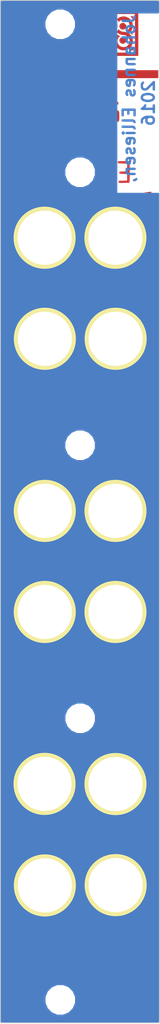
<source format=kicad_pcb>
(kicad_pcb (version 4) (host pcbnew 4.0.1-stable)
  (layers (0 F.Cu signal) (31 B.Cu signal) (34 B.Paste user) (35 F.Paste user) (36 B.SilkS user) (37 F.SilkS user) (38 B.Mask user) (39 F.Mask user) (44 Edge.Cuts user))
  (net 0 "")
  (net 1 GND)
  (module footprints:drill_3.3mm_NPTH (layer F.Cu) (at 107.52 35.1)
    (fp_text reference REF** hide)
    (fp_text value "drill 3.3mm" hide)
    (pad "" np_thru_hole circle (at 0 0) (size 3.3 3.3) (drill 3.3) (layers *.Cu *.Mask F.SilkS))
  )
  (module footprints:drill_3.3mm_NPTH (layer F.Cu) (at 107.53 157.6)
    (fp_text reference REF** hide)
    (fp_text value "drill 3.3mm" hide)
    (pad "" np_thru_hole circle (at 0 0) (size 3.3 3.3) (drill 3.3) (layers *.Cu *.Mask F.SilkS))
  )
  (module footprints:drill_3.3mm_NPTH (layer F.Cu) (at 110.03 122.24)
    (fp_text reference REF** hide)
    (fp_text value "drill 3.3mm" hide)
    (pad "" np_thru_hole circle (at 0 0) (size 3.3 3.3) (drill 3.3) (layers *.Cu *.Mask F.SilkS))
  )
  (module footprints:drill_3.3mm_NPTH (layer F.Cu) (at 110.02 87.96)
    (fp_text reference REF** hide)
    (fp_text value "drill 3.3mm" hide)
    (pad "" np_thru_hole circle (at 0 0) (size 3.3 3.3) (drill 3.3) (layers *.Cu *.Mask F.SilkS))
  )
  (module footprints:drill_3.3mm_NPTH (layer F.Cu) (at 110.02 53.68)
    (fp_text reference REF** hide)
    (fp_text value "drill 3.3mm" hide)
    (pad "" np_thru_hole circle (at 0 0) (size 3.3 3.3) (drill 3.3) (layers *.Cu *.Mask F.SilkS))
  )
  (module footprints:links (layer F.Cu) (at 110.03 96.35)
    (fp_text reference links_faceplate hide)
    (fp_text value links_value hide)
    (fp_poly (pts (xy 2.026608 -60.120036) (xy 1.615269 -62.951783) (xy 7.304516 -62.951783) (xy 7.307391 -62.927024) (xy 7.309638 -62.905164) (xy 7.310161 -62.884403) (xy 7.310077 -62.856923) (xy 7.309979 -62.82944) (xy 7.309867 -62.801955) (xy 7.309743 -62.774468) (xy 7.309609 -62.746979) (xy 7.309464 -62.719488) (xy 7.309312 -62.691996) (xy 7.309153 -62.664502) (xy 7.308989 -62.637007) (xy 7.30882 -62.609511) (xy 7.308649 -62.582015) (xy 7.308476 -62.554518) (xy 7.308304 -62.52702) (xy 7.308132 -62.499522) (xy 7.307964 -62.472024) (xy 7.307799 -62.444527) (xy 7.30764 -62.41703) (xy 7.307488 -62.389533) (xy 7.307344 -62.362037) (xy 7.307209 -62.334543) (xy 7.307085 -62.307049) (xy 7.306973 -62.279557) (xy 7.306875 -62.252066) (xy 7.306792 -62.224577) (xy 7.306724 -62.19709) (xy 7.306675 -62.169605) (xy 7.306644 -62.142122) (xy 7.306633 -62.114642) (xy 7.306577 -62.086824) (xy 7.306541 -62.059001) (xy 7.306524 -62.031172) (xy 7.306524 -62.003338) (xy 7.306542 -61.975499) (xy 7.306576 -61.947656) (xy 7.306625 -61.919808) (xy 7.306688 -61.891956) (xy 7.306765 -61.864101) (xy 7.306854 -61.836242) (xy 7.306955 -61.808381) (xy 7.307067 -61.780516) (xy 7.307189 -61.75265) (xy 7.307319 -61.724781) (xy 7.307458 -61.696911) (xy 7.307603 -61.669039) (xy 7.307755 -61.641167) (xy 7.307912 -61.613293) (xy 7.308074 -61.585419) (xy 7.308239 -61.557546) (xy 7.308406 -61.529672) (xy 7.308575 -61.501799) (xy 7.308745 -61.473927) (xy 7.308915 -61.446056) (xy 7.309084 -61.418187) (xy 7.309251 -61.390319) (xy 7.309415 -61.362454) (xy 7.309575 -61.334591) (xy 7.309731 -61.306732) (xy 7.309881 -61.278875) (xy 7.310025 -61.251022) (xy 7.310161 -61.223172) (xy 7.310164 -61.19543) (xy 7.310171 -61.16769) (xy 7.310184 -61.139952) (xy 7.310201 -61.112216) (xy 7.310222 -61.084481) (xy 7.310248 -61.056746) (xy 7.310277 -61.029012) (xy 7.310309 -61.001278) (xy 7.310344 -60.973544) (xy 7.310383 -60.945808) (xy 7.310423 -60.918072) (xy 7.310466 -60.890334) (xy 7.310511 -60.862594) (xy 7.310558 -60.834852) (xy 7.310606 -60.807107) (xy 7.310655 -60.779359) (xy 7.310704 -60.751608) (xy 7.310754 -60.723853) (xy 7.310805 -60.696093) (xy 7.310855 -60.668329) (xy 7.310905 -60.64056) (xy 7.310954 -60.612785) (xy 7.311003 -60.585005) (xy 7.31105 -60.557218) (xy 7.311095 -60.529425) (xy 7.311139 -60.501625) (xy 7.31118 -60.473818) (xy 7.311219 -60.446003) (xy 7.31127 -60.417806) (xy 7.31132 -60.389611) (xy 7.31137 -60.361417) (xy 7.31142 -60.333224) (xy 7.31147 -60.305031) (xy 7.31152 -60.27684) (xy 7.311569 -60.24865) (xy 7.311618 -60.22046) (xy 7.311666 -60.192271) (xy 7.311714 -60.164083) (xy 7.311761 -60.135895) (xy 7.311808 -60.107708) (xy 7.311853 -60.079522) (xy 7.311899 -60.051336) (xy 7.311943 -60.02315) (xy 7.311987 -59.994965) (xy 7.312029 -59.96678) (xy 7.312071 -59.938595) (xy 7.312111 -59.910411) (xy 7.312151 -59.882226) (xy 7.312189 -59.854042) (xy 7.312227 -59.825857) (xy 7.312263 -59.797673) (xy 7.312297 -59.769488) (xy 7.31233 -59.741303) (xy 7.312362 -59.713118) (xy 7.312393 -59.684933) (xy 7.312421 -59.656747) (xy 7.312449 -59.628561) (xy 7.312474 -59.600375) (xy 7.312498 -59.572188) (xy 7.31252 -59.544) (xy 7.31254 -59.515812) (xy 7.312558 -59.487623) (xy 7.312575 -59.459434) (xy 7.312589 -59.431243) (xy 7.312602 -59.403052) (xy 7.312612 -59.37486) (xy 7.31262 -59.346666) (xy 7.312626 -59.318472) (xy 7.312629 -59.290277) (xy 7.31263 -59.262081) (xy 7.312624 -59.23447) (xy 7.312604 -59.206862) (xy 7.312572 -59.179259) (xy 7.312529 -59.151658) (xy 7.312475 -59.124061) (xy 7.312411 -59.096467) (xy 7.312337 -59.068876) (xy 7.312255 -59.041287) (xy 7.312165 -59.013701) (xy 7.312068 -58.986117) (xy 7.311964 -58.958535) (xy 7.311854 -58.930955) (xy 7.311739 -58.903377) (xy 7.31162 -58.8758) (xy 7.311497 -58.848225) (xy 7.311371 -58.820651) (xy 7.311243 -58.793079) (xy 7.311113 -58.765507) (xy 7.310983 -58.737936) (xy 7.310852 -58.710365) (xy 7.310721 -58.682795) (xy 7.310592 -58.655224) (xy 7.310465 -58.627654) (xy 7.31034 -58.600084) (xy 7.310219 -58.572513) (xy 7.310102 -58.544942) (xy 7.30999 -58.51737) (xy 7.309883 -58.489797) (xy 7.309782 -58.462223) (xy 7.309688 -58.434648) (xy 7.309602 -58.407072) (xy 7.309524 -58.379494) (xy 7.309455 -58.351914) (xy 7.309457 -58.324456) (xy 7.309462 -58.296995) (xy 7.309471 -58.269531) (xy 7.309482 -58.242065) (xy 7.309498 -58.214596) (xy 7.309516 -58.187125) (xy 7.309537 -58.159653) (xy 7.309562 -58.132179) (xy 7.309589 -58.104704) (xy 7.30962 -58.077229) (xy 7.309653 -58.049752) (xy 7.30969 -58.022276) (xy 7.309729 -57.9948) (xy 7.309771 -57.967324) (xy 7.309816 -57.939849) (xy 7.309864 -57.912375) (xy 7.309914 -57.884902) (xy 7.309967 -57.857431) (xy 7.310023 -57.829961) (xy 7.310081 -57.802494) (xy 7.310141 -57.775029) (xy 7.310204 -57.747567) (xy 7.310269 -57.720108) (xy 7.310337 -57.692653) (xy 7.310407 -57.665201) (xy 7.310479 -57.637753) (xy 7.310553 -57.610309) (xy 7.310629 -57.58287) (xy 7.310708 -57.555435) (xy 7.310788 -57.528006) (xy 7.310871 -57.500582) (xy 7.310955 -57.473164) (xy 7.311041 -57.445752) (xy 7.311129 -57.418346) (xy 7.311219 -57.390947) (xy 7.311175 -57.371544) (xy 7.310866 -57.352142) (xy 7.309472 -57.318425) (xy 7.304793 -57.297712) (xy 7.293544 -57.286838) (xy 7.272439 -57.282636) (xy 7.238194 -57.281939) (xy 7.210499 -57.281937) (xy 7.182801 -57.28193) (xy 7.155099 -57.281919) (xy 7.127394 -57.281904) (xy 7.099686 -57.281885) (xy 7.071975 -57.281863) (xy 7.044261 -57.281838) (xy 7.016544 -57.28181) (xy 6.988825 -57.281779) (xy 6.961103 -57.281747) (xy 6.933378 -57.281712) (xy 6.905651 -57.281676) (xy 6.877922 -57.281638) (xy 6.850191 -57.281599) (xy 6.822458 -57.28156) (xy 6.794723 -57.28152) (xy 6.766986 -57.281479) (xy 6.739247 -57.281439) (xy 6.711507 -57.281399) (xy 6.683766 -57.28136) (xy 6.656023 -57.281322) (xy 6.628279 -57.281284) (xy 6.600534 -57.281249) (xy 6.572787 -57.281215) (xy 6.545041 -57.281183) (xy 6.517293 -57.281153) (xy 6.489545 -57.281127) (xy 6.461796 -57.281103) (xy 6.434046 -57.281082) (xy 6.406297 -57.281065) (xy 6.378547 -57.281051) (xy 6.350798 -57.281042) (xy 6.323048 -57.281037) (xy 6.295298 -57.281036) (xy 6.267549 -57.281041) (xy 6.2398 -57.28105) (xy 6.212052 -57.281065) (xy 6.184304 -57.281086) (xy 6.156557 -57.281113) (xy 6.128811 -57.281147) (xy 6.101066 -57.281186) (xy 6.073322 -57.281233) (xy 6.045455 -57.28132) (xy 6.017594 -57.281424) (xy 5.989739 -57.281542) (xy 5.961888 -57.281675) (xy 5.934043 -57.281821) (xy 5.906202 -57.281979) (xy 5.878366 -57.282147) (xy 5.850534 -57.282326) (xy 5.822706 -57.282514) (xy 5.794882 -57.282709) (xy 5.767062 -57.282911) (xy 5.739245 -57.283119) (xy 5.711431 -57.283331) (xy 5.683621 -57.283546) (xy 5.655813 -57.283764) (xy 5.628007 -57.283983) (xy 5.600204 -57.284203) (xy 5.572404 -57.284421) (xy 5.544605 -57.284638) (xy 5.516808 -57.284852) (xy 5.489012 -57.285061) (xy 5.461218 -57.285265) (xy 5.433425 -57.285464) (xy 5.405632 -57.285654) (xy 5.377841 -57.285837) (xy 5.350049 -57.28601) (xy 5.322258 -57.286172) (xy 5.295568 -57.286226) (xy 5.268845 -57.286009) (xy 5.242096 -57.285588) (xy 5.21533 -57.285032) (xy 5.188555 -57.284408) (xy 5.161781 -57.283785) (xy 5.135015 -57.283229) (xy 5.108266 -57.282808) (xy 5.081542 -57.282591) (xy 5.054853 -57.282644) (xy 5.026889 -57.282704) (xy 4.998922 -57.282773) (xy 4.970953 -57.282849) (xy 4.942982 -57.282932) (xy 4.915008 -57.283022) (xy 4.887032 -57.283118) (xy 4.859054 -57.283219) (xy 4.831074 -57.283325) (xy 4.803092 -57.283436) (xy 4.775109 -57.283551) (xy 4.747124 -57.283669) (xy 4.719139 -57.283791) (xy 4.691152 -57.283914) (xy 4.663164 -57.284039) (xy 4.635175 -57.284166) (xy 4.607186 -57.284293) (xy 4.579197 -57.28442) (xy 4.551207 -57.284547) (xy 4.523216 -57.284673) (xy 4.495226 -57.284797) (xy 4.467236 -57.28492) (xy 4.439247 -57.28504) (xy 4.411258 -57.285157) (xy 4.383269 -57.28527) (xy 4.355281 -57.285379) (xy 4.327294 -57.285483) (xy 4.299309 -57.285583) (xy 4.271324 -57.285676) (xy 4.243341 -57.285763) (xy 4.215359 -57.285843) (xy 4.187379 -57.285916) (xy 4.159401 -57.285981) (xy 4.131425 -57.286037) (xy 4.103451 -57.286084) (xy 4.07548 -57.286122) (xy 4.047511 -57.286149) (xy 4.019544 -57.286166) (xy 3.99158 -57.286172) (xy 3.963801 -57.286163) (xy 3.936024 -57.286134) (xy 3.90825 -57.286089) (xy 3.880479 -57.286027) (xy 3.85271 -57.28595) (xy 3.824943 -57.285859) (xy 3.797179 -57.285754) (xy 3.769416 -57.285638) (xy 3.741654 -57.285511) (xy 3.713893 -57.285374) (xy 3.686134 -57.285228) (xy 3.658375 -57.285075) (xy 3.630617 -57.284915) (xy 3.602859 -57.284749) (xy 3.575101 -57.28458) (xy 3.547344 -57.284407) (xy 3.519585 -57.284232) (xy 3.491827 -57.284056) (xy 3.464067 -57.283879) (xy 3.436306 -57.283704) (xy 3.408544 -57.283531) (xy 3.380781 -57.283362) (xy 3.353016 -57.283196) (xy 3.325248 -57.283036) (xy 3.297479 -57.282883) (xy 3.269707 -57.282737) (xy 3.241933 -57.2826) (xy 3.214156 -57.282473) (xy 3.186376 -57.282357) (xy 3.158592 -57.282252) (xy 3.130805 -57.282161) (xy 3.103014 -57.282084) (xy 3.075219 -57.282022) (xy 3.04742 -57.281977) (xy 3.019616 -57.281949) (xy 2.991808 -57.281939) (xy 2.963913 -57.28203) (xy 2.936019 -57.282152) (xy 2.908123 -57.282301) (xy 2.880228 -57.282476) (xy 2.852331 -57.282674) (xy 2.824433 -57.282892) (xy 2.796535 -57.28313) (xy 2.768635 -57.283383) (xy 2.740733 -57.28365) (xy 2.71283 -57.283929) (xy 2.684924 -57.284217) (xy 2.657017 -57.284512) (xy 2.629107 -57.284812) (xy 2.601195 -57.285114) (xy 2.57328 -57.285416) (xy 2.545362 -57.285716) (xy 2.517441 -57.286011) (xy 2.489517 -57.286299) (xy 2.461589 -57.286578) (xy 2.433658 -57.286845) (xy 2.405723 -57.287098) (xy 2.377784 -57.287335) (xy 2.34984 -57.287554) (xy 2.321892 -57.287752) (xy 2.29394 -57.287927) (xy 2.265983 -57.288076) (xy 2.23802 -57.288197) (xy 2.210053 -57.288289) (xy 2.183257 -57.288255) (xy 2.156457 -57.288156) (xy 2.129651 -57.288) (xy 2.102842 -57.287792) (xy 2.076029 -57.287538) (xy 2.049214 -57.287245) (xy 2.022396 -57.286918) (xy 1.995577 -57.286564) (xy 1.968757 -57.286189) (xy 1.941937 -57.2858) (xy 1.915117 -57.285401) (xy 1.888298 -57.285) (xy 1.86148 -57.284603) (xy 1.834665 -57.284216) (xy 1.807852 -57.283845) (xy 1.781043 -57.283496) (xy 1.754237 -57.283176) (xy 1.727437 -57.28289) (xy 1.700641 -57.282644) (xy 1.677976 -57.282468) (xy 1.655839 -57.28335) (xy 1.629981 -57.289922) (xy 1.61361 -57.305823) (xy 1.607508 -57.331681) (xy 1.607508 -57.357081) (xy 1.60748 -57.384941) (xy 1.607448 -57.412799) (xy 1.607412 -57.440657) (xy 1.607374 -57.468513) (xy 1.607332 -57.496369) (xy 1.607289 -57.524223) (xy 1.607243 -57.552076) (xy 1.607195 -57.579929) (xy 1.607145 -57.607781) (xy 1.607095 -57.635632) (xy 1.607043 -57.663482) (xy 1.606991 -57.691332) (xy 1.606938 -57.719181) (xy 1.606885 -57.74703) (xy 1.606832 -57.774878) (xy 1.60678 -57.802726) (xy 1.606729 -57.830574) (xy 1.606678 -57.858422) (xy 1.606629 -57.886269) (xy 1.606582 -57.914117) (xy 1.606537 -57.941964) (xy 1.606494 -57.969812) (xy 1.606453 -57.997659) (xy 1.606416 -58.025507) (xy 1.606382 -58.053355) (xy 1.606351 -58.081203) (xy 1.606324 -58.109052) (xy 1.606301 -58.136901) (xy 1.606282 -58.164751) (xy 1.606268 -58.192602) (xy 1.606259 -58.220453) (xy 1.606255 -58.248304) (xy 1.606257 -58.276157) (xy 1.606264 -58.30401) (xy 1.606278 -58.331865) (xy 1.606298 -58.35972) (xy 1.606325 -58.387577) (xy 1.606359 -58.415434) (xy 1.606401 -58.443293) (xy 1.60645 -58.471153) (xy 1.606468 -58.498709) (xy 1.606522 -58.526265) (xy 1.606607 -58.553821) (xy 1.606722 -58.581379) (xy 1.606863 -58.608937) (xy 1.607029 -58.636496) (xy 1.607215 -58.664056) (xy 1.607419 -58.691618) (xy 1.607639 -58.719182) (xy 1.607871 -58.746747) (xy 1.608113 -58.774315) (xy 1.608362 -58.801885) (xy 1.608616 -58.829458) (xy 1.60887 -58.857033) (xy 1.609123 -58.884612) (xy 1.609373 -58.912193) (xy 1.609615 -58.939779) (xy 1.609847 -58.967367) (xy 1.610067 -58.99496) (xy 1.610271 -59.022557) (xy 1.610457 -59.050158) (xy 1.610622 -59.077763) (xy 1.610764 -59.105374) (xy 1.610879 -59.132989) (xy 1.610964 -59.160609) (xy 1.611018 -59.188235) (xy 1.611036 -59.215867) (xy 1.611092 -59.243967) (xy 1.611114 -59.272068) (xy 1.611106 -59.300168) (xy 1.61107 -59.328268) (xy 1.611007 -59.356368) (xy 1.610921 -59.384467) (xy 1.610813 -59.412566) (xy 1.610685 -59.440664) (xy 1.61054 -59.468761) (xy 1.61038 -59.496858) (xy 1.610208 -59.524954) (xy 1.610025 -59.553049) (xy 1.609834 -59.581142) (xy 1.609637 -59.609235) (xy 1.609436 -59.637326) (xy 1.609234 -59.665417) (xy 1.609033 -59.693505) (xy 1.608835 -59.721593) (xy 1.608642 -59.749678) (xy 1.608457 -59.777762) (xy 1.608282 -59.805845) (xy 1.608119 -59.833925) (xy 1.607971 -59.862004) (xy 1.607839 -59.890081) (xy 1.607726 -59.918155) (xy 1.607634 -59.946227) (xy 1.607566 -59.974297) (xy 1.607523 -60.002365) (xy 1.607508 -60.030431) (xy 1.607514 -60.058318) (xy 1.607532 -60.086205) (xy 1.607561 -60.11409) (xy 1.6076 -60.141973) (xy 1.607649 -60.169856) (xy 1.607707 -60.197737) (xy 1.607773 -60.225617) (xy 1.607847 -60.253496) (xy 1.607928 -60.281375) (xy 1.608015 -60.309252) (xy 1.608108 -60.337129) (xy 1.608206 -60.365005) (xy 1.608309 -60.392881) (xy 1.608415 -60.420756) (xy 1.608524 -60.448631) (xy 1.608635 -60.476506) (xy 1.608748 -60.50438) (xy 1.608862 -60.532255) (xy 1.608976 -60.560129) (xy 1.609091 -60.588003) (xy 1.609204 -60.615877) (xy 1.609315 -60.643752) (xy 1.609424 -60.671627) (xy 1.60953 -60.699502) (xy 1.609632 -60.727378) (xy 1.60973 -60.755254) (xy 1.609823 -60.783131) (xy 1.609911 -60.811009) (xy 1.609992 -60.838887) (xy 1.610066 -60.866766) (xy 1.610132 -60.894647) (xy 1.61019 -60.922528) (xy 1.610239 -60.95041) (xy 1.610278 -60.978294) (xy 1.610307 -61.006179) (xy 1.610324 -61.034065) (xy 1.61033 -61.061953) (xy 1.610408 -61.090132) (xy 1.61042 -61.118301) (xy 1.610374 -61.146461) (xy 1.610276 -61.174612) (xy 1.61013 -61.202757) (xy 1.609943 -61.230897) (xy 1.609722 -61.259032) (xy 1.60947 -61.287164) (xy 1.609196 -61.315294) (xy 1.608904 -61.343423) (xy 1.6086 -61.371553) (xy 1.60829 -61.399685) (xy 1.60798 -61.42782) (xy 1.607676 -61.455959) (xy 1.607384 -61.484104) (xy 1.607109 -61.512256) (xy 1.606858 -61.540416) (xy 1.606636 -61.568584) (xy 1.60645 -61.596764) (xy 1.606311 -61.623343) (xy 1.606148 -61.649917) (xy 1.605964 -61.676485) (xy 1.605763 -61.70305) (xy 1.605551 -61.729613) (xy 1.605331 -61.756176) (xy 1.605107 -61.782738) (xy 1.604884 -61.809303) (xy 1.604666 -61.83587) (xy 1.604458 -61.862442) (xy 1.604263 -61.889019) (xy 1.604087 -61.915603) (xy 1.603933 -61.942195) (xy 1.603806 -61.968797) (xy 1.60371 -61.99541) (xy 1.603649 -62.022034) (xy 1.603628 -62.048672) (xy 1.604031 -62.074969) (xy 1.604675 -62.10122) (xy 1.6055 -62.127446) (xy 1.60645 -62.153668) (xy 1.607465 -62.179906) (xy 1.608489 -62.206182) (xy 1.609464 -62.232516) (xy 1.61033 -62.258928) (xy 1.610816 -62.281652) (xy 1.611335 -62.304495) (xy 1.611753 -62.327406) (xy 1.611933 -62.350334) (xy 1.611741 -62.373228) (xy 1.611619 -62.400639) (xy 1.611475 -62.428061) (xy 1.611313 -62.455494) (xy 1.611135 -62.482936) (xy 1.610943 -62.510388) (xy 1.61074 -62.537848) (xy 1.610528 -62.565317) (xy 1.61031 -62.592792) (xy 1.610089 -62.620275) (xy 1.609866 -62.647764) (xy 1.609645 -62.675258) (xy 1.609427 -62.702758) (xy 1.609215 -62.730261) (xy 1.609012 -62.757768) (xy 1.608821 -62.785279) (xy 1.608642 -62.812792) (xy 1.60848 -62.840306) (xy 1.608336 -62.867822) (xy 1.608214 -62.895339) (xy 1.609259 -62.911854) (xy 1.611872 -62.930329) (xy 1.615269 -62.951783) (xy 2.026608 -60.120036) (xy 2.024491 -60.120036) (xy 2.024491 -59.738331) (xy 2.024491 -59.710435) (xy 2.024491 -59.682539) (xy 2.024491 -59.654642) (xy 2.024491 -59.626744) (xy 2.02449 -59.598845) (xy 2.024489 -59.570945) (xy 2.024488 -59.543045) (xy 2.024487 -59.515145) (xy 2.024485 -59.487244) (xy 2.024482 -59.459343) (xy 2.024479 -59.431442) (xy 2.024475 -59.403541) (xy 2.024471 -59.375641) (xy 2.024465 -59.34774) (xy 2.024459 -59.31984) (xy 2.024452 -59.291941) (xy 2.024445 -59.264042) (xy 2.024436 -59.236144) (xy 2.024426 -59.208246) (xy 2.024415 -59.18035) (xy 2.024403 -59.152455) (xy 2.02439 -59.124561) (xy 2.024376 -59.096668) (xy 2.02436 -59.068777) (xy 2.024343 -59.040887) (xy 2.024324 -59.012999) (xy 2.024304 -58.985113) (xy 2.024282 -58.957228) (xy 2.024259 -58.929346) (xy 2.024234 -58.901466) (xy 2.024208 -58.873587) (xy 2.024179 -58.845712) (xy 2.024149 -58.817838) (xy 2.024117 -58.789968) (xy 2.024083 -58.7621) (xy 2.024047 -58.734234) (xy 2.024009 -58.706372) (xy 2.023969 -58.678513) (xy 2.023927 -58.650657) (xy 2.023882 -58.622804) (xy 2.023835 -58.594954) (xy 2.023786 -58.567108) (xy 2.023783 -58.539662) (xy 2.023776 -58.512212) (xy 2.023765 -58.484757) (xy 2.023749 -58.457299) (xy 2.02373 -58.429838) (xy 2.023708 -58.402374) (xy 2.023682 -58.374909) (xy 2.023654 -58.347442) (xy 2.023624 -58.319975) (xy 2.023592 -58.292507) (xy 2.023558 -58.265039) (xy 2.023523 -58.237572) (xy 2.023488 -58.210106) (xy 2.023451 -58.182642) (xy 2.023415 -58.15518) (xy 2.023379 -58.127721) (xy 2.023343 -58.100265) (xy 2.023308 -58.072813) (xy 2.023274 -58.045365) (xy 2.023242 -58.017922) (xy 2.023212 -57.990485) (xy 2.023184 -57.963053) (xy 2.023158 -57.935628) (xy 2.023136 -57.90821) (xy 2.023117 -57.880799) (xy 2.023101 -57.853397) (xy 2.02309 -57.826002) (xy 2.023083 -57.798617) (xy 2.02308 -57.771242) (xy 2.023712 -57.742523) (xy 2.026726 -57.722937) (xy 2.033796 -57.71074) (xy 2.046599 -57.704188) (xy 2.06681 -57.701535) (xy 2.096105 -57.701039) (xy 2.12341 -57.700537) (xy 2.150715 -57.699899) (xy 2.17802 -57.699159) (xy 2.205325 -57.698352) (xy 2.23263 -57.697511) (xy 2.259935 -57.69667) (xy 2.28724 -57.695863) (xy 2.314545 -57.695124) (xy 2.34185 -57.694486) (xy 2.369155 -57.693983) (xy 2.393648 -57.693767) (xy 2.418141 -57.693724) (xy 2.442634 -57.693854) (xy 2.467127 -57.694156) (xy 2.49162 -57.694631) (xy 2.516113 -57.695279) (xy 2.540605 -57.6961) (xy 2.568173 -57.697034) (xy 2.595809 -57.698282) (xy 2.623464 -57.699628) (xy 2.65109 -57.700856) (xy 2.678638 -57.701751) (xy 2.706058 -57.702097) (xy 2.733949 -57.701877) (xy 2.761842 -57.701651) (xy 2.789736 -57.701419) (xy 2.817632 -57.701182) (xy 2.84553 -57.70094) (xy 2.873428 -57.700693) (xy 2.901328 -57.70044) (xy 2.929229 -57.700183) (xy 2.957131 -57.69992) (xy 2.985034 -57.699653) (xy 3.012937 -57.69938) (xy 3.040841 -57.699103) (xy 3.068746 -57.69882) (xy 3.096651 -57.698533) (xy 3.124556 -57.698241) (xy 3.152462 -57.697945) (xy 3.180368 -57.697643) (xy 3.208274 -57.697338) (xy 3.236179 -57.697027) (xy 3.264085 -57.696713) (xy 3.29199 -57.696393) (xy 3.319894 -57.69607) (xy 3.347799 -57.695742) (xy 3.375702 -57.69541) (xy 3.403605 -57.695074) (xy 3.431507 -57.694733) (xy 3.459408 -57.694389) (xy 3.487307 -57.69404) (xy 3.515206 -57.693687) (xy 3.543103 -57.693331) (xy 3.570999 -57.692971) (xy 3.598894 -57.692606) (xy 3.626786 -57.692238) (xy 3.654678 -57.691867) (xy 3.682207 -57.692233) (xy 3.709815 -57.692912) (xy 3.73758 -57.693278) (xy 3.765768 -57.693534) (xy 3.793949 -57.693791) (xy 3.822126 -57.694046) (xy 3.850297 -57.694302) (xy 3.878463 -57.694556) (xy 3.906625 -57.694809) (xy 3.934782 -57.69506) (xy 3.962935 -57.69531) (xy 3.991084 -57.695558) (xy 4.01923 -57.695804) (xy 4.047372 -57.696048) (xy 4.07551 -57.696289) (xy 4.103646 -57.696527) (xy 4.131779 -57.696762) (xy 4.159909 -57.696994) (xy 4.188037 -57.697222) (xy 4.216163 -57.697446) (xy 4.244287 -57.697667) (xy 4.27241 -57.697883) (xy 4.300531 -57.698095) (xy 4.328651 -57.698302) (xy 4.356771 -57.698504) (xy 4.384889 -57.698701) (xy 4.413007 -57.698893) (xy 4.441125 -57.699078) (xy 4.469244 -57.699258) (xy 4.497362 -57.699432) (xy 4.525481 -57.6996) (xy 4.5536 -57.699761) (xy 4.581721 -57.699915) (xy 4.609843 -57.700062) (xy 4.637966 -57.700201) (xy 4.666091 -57.700333) (xy 4.692736 -57.700443) (xy 4.719381 -57.700525) (xy 4.746023 -57.700579) (xy 4.772663 -57.700606) (xy 4.799299 -57.700608) (xy 4.825931 -57.700584) (xy 4.852558 -57.700536) (xy 4.879179 -57.700465) (xy 4.905793 -57.700372) (xy 4.932399 -57.700257) (xy 4.958996 -57.700122) (xy 4.985584 -57.699966) (xy 5.012162 -57.699792) (xy 5.038729 -57.699599) (xy 5.065283 -57.69939) (xy 5.091825 -57.699164) (xy 5.118353 -57.698922) (xy 5.145857 -57.698573) (xy 5.173337 -57.698181) (xy 5.200794 -57.697755) (xy 5.228229 -57.697301) (xy 5.255643 -57.696828) (xy 5.283036 -57.696344) (xy 5.310411 -57.695856) (xy 5.337767 -57.695372) (xy 5.365105 -57.694899) (xy 5.392427 -57.694445) (xy 5.419734 -57.694019) (xy 5.447027 -57.693627) (xy 5.474305 -57.693278) (xy 5.502457 -57.693018) (xy 5.530609 -57.693063) (xy 5.55876 -57.693379) (xy 5.586912 -57.693933) (xy 5.615064 -57.694689) (xy 5.642369 -57.695151) (xy 5.669677 -57.695677) (xy 5.696988 -57.696245) (xy 5.724306 -57.696834) (xy 5.751633 -57.697423) (xy 5.77897 -57.697991) (xy 5.80632 -57.698517) (xy 5.833684 -57.698979) (xy 5.861066 -57.699356) (xy 5.888466 -57.699628) (xy 5.916088 -57.699764) (xy 5.943687 -57.699726) (xy 5.971265 -57.699549) (xy 5.998825 -57.699268) (xy 6.026372 -57.698916) (xy 6.053906 -57.69853) (xy 6.081432 -57.698144) (xy 6.108952 -57.697793) (xy 6.136469 -57.697511) (xy 6.163734 -57.69731) (xy 6.190999 -57.697109) (xy 6.218263 -57.696908) (xy 6.245528 -57.69671) (xy 6.272793 -57.696513) (xy 6.300057 -57.696318) (xy 6.327322 -57.696126) (xy 6.354587 -57.695937) (xy 6.381851 -57.695752) (xy 6.409116 -57.695571) (xy 6.436381 -57.695395) (xy 6.463645 -57.695224) (xy 6.49091 -57.695058) (xy 6.518175 -57.694898) (xy 6.545439 -57.694744) (xy 6.572704 -57.694598) (xy 6.599969 -57.694458) (xy 6.627234 -57.694327) (xy 6.654498 -57.694204) (xy 6.681763 -57.694089) (xy 6.709028 -57.693983) (xy 6.735836 -57.693797) (xy 6.762543 -57.694017) (xy 6.789215 -57.694542) (xy 6.815922 -57.69527) (xy 6.84273 -57.6961) (xy 6.868222 -57.702515) (xy 6.883914 -57.71873) (xy 6.88965 -57.744431) (xy 6.88965 -57.782883) (xy 6.889746 -57.809846) (xy 6.889833 -57.836808) (xy 6.889913 -57.86377) (xy 6.889986 -57.890733) (xy 6.890053 -57.917695) (xy 6.890115 -57.944657) (xy 6.890172 -57.971619) (xy 6.890227 -57.998582) (xy 6.890279 -58.025544) (xy 6.89033 -58.052506) (xy 6.890381 -58.079469) (xy 6.890431 -58.106431) (xy 6.890484 -58.133393) (xy 6.890538 -58.160356) (xy 6.890596 -58.187318) (xy 6.890658 -58.21428) (xy 6.890725 -58.241242) (xy 6.890798 -58.268205) (xy 6.890877 -58.295167) (xy 6.890965 -58.322129) (xy 6.891061 -58.349092) (xy 6.891197 -58.376481) (xy 6.891347 -58.403872) (xy 6.89151 -58.431265) (xy 6.891686 -58.458659) (xy 6.891872 -58.486055) (xy 6.892068 -58.513453) (xy 6.892273 -58.540851) (xy 6.892484 -58.568251) (xy 6.892702 -58.595652) (xy 6.892925 -58.623053) (xy 6.893151 -58.650455) (xy 6.893381 -58.677858) (xy 6.893611 -58.705262) (xy 6.893842 -58.732666) (xy 6.894072 -58.76007) (xy 6.8943 -58.787474) (xy 6.894524 -58.814879) (xy 6.894744 -58.842283) (xy 6.894958 -58.869687) (xy 6.895166 -58.897091) (xy 6.895365 -58.924494) (xy 6.895556 -58.951897) (xy 6.895735 -58.9793) (xy 6.895904 -59.006701) (xy 6.89606 -59.034102) (xy 6.896201 -59.061502) (xy 6.896328 -59.0889) (xy 6.896438 -59.116297) (xy 6.896531 -59.143693) (xy 6.896606 -59.171088) (xy 6.89666 -59.198481) (xy 6.896694 -59.225872) (xy 6.896705 -59.253261) (xy 6.896633 -59.281444) (xy 6.896538 -59.309628) (xy 6.896421 -59.337814) (xy 6.896285 -59.366002) (xy 6.896129 -59.39419) (xy 6.895957 -59.42238) (xy 6.895768 -59.450571) (xy 6.895565 -59.478763) (xy 6.895349 -59.506956) (xy 6.895121 -59.53515) (xy 6.894883 -59.563345) (xy 6.894636 -59.59154) (xy 6.894381 -59.619736) (xy 6.89412 -59.647932) (xy 6.893854 -59.676129) (xy 6.893585 -59.704325) (xy 6.893314 -59.732522) (xy 6.893042 -59.760719) (xy 6.89277 -59.788916) (xy 6.892501 -59.817113) (xy 6.892235 -59.84531) (xy 6.891974 -59.873506) (xy 6.891719 -59.901702) (xy 6.891472 -59.929897) (xy 6.891234 -59.958092) (xy 6.891006 -59.986285) (xy 6.89079 -60.014478) (xy 6.890587 -60.042671) (xy 6.890398 -60.070862) (xy 6.890226 -60.099051) (xy 6.89007 -60.12724) (xy 6.889934 -60.155428) (xy 6.889817 -60.183613) (xy 6.889722 -60.211798) (xy 6.88965 -60.239981) (xy 6.889611 -60.267751) (xy 6.889578 -60.29552) (xy 6.889552 -60.323289) (xy 6.889532 -60.351057) (xy 6.889519 -60.378824) (xy 6.88951 -60.406591) (xy 6.889508 -60.434356) (xy 6.889511 -60.462122) (xy 6.889518 -60.489886) (xy 6.889531 -60.517651) (xy 6.889549 -60.545414) (xy 6.889571 -60.573177) (xy 6.889597 -60.60094) (xy 6.889628 -60.628702) (xy 6.889663 -60.656464) (xy 6.889701 -60.684226) (xy 6.889743 -60.711987) (xy 6.889788 -60.739748) (xy 6.889836 -60.767509) (xy 6.889887 -60.79527) (xy 6.889941 -60.82303) (xy 6.889997 -60.85079) (xy 6.890056 -60.878551) (xy 6.890116 -60.906311) (xy 6.890179 -60.934071) (xy 6.890243 -60.961831) (xy 6.890309 -60.989591) (xy 6.890376 -61.017351) (xy 6.890444 -61.045112) (xy 6.890513 -61.072872) (xy 6.890583 -61.100633) (xy 6.890653 -61.128393) (xy 6.890724 -61.156154) (xy 6.890794 -61.183916) (xy 6.890865 -61.211677) (xy 6.890935 -61.239439) (xy 6.891004 -61.267202) (xy 6.891073 -61.294964) (xy 6.891141 -61.322727) (xy 6.891208 -61.350491) (xy 6.891273 -61.378255) (xy 6.891337 -61.40602) (xy 6.891399 -61.433785) (xy 6.891459 -61.461551) (xy 6.891517 -61.489318) (xy 6.891572 -61.517085) (xy 6.891625 -61.544853) (xy 6.891675 -61.572621) (xy 6.891722 -61.600391) (xy 6.891766 -61.628161) (xy 6.891771 -61.655343) (xy 6.891783 -61.682529) (xy 6.891802 -61.709719) (xy 6.891828 -61.736912) (xy 6.891859 -61.764107) (xy 6.891895 -61.791305) (xy 6.891935 -61.818505) (xy 6.891979 -61.845707) (xy 6.892024 -61.872909) (xy 6.892071 -61.900113) (xy 6.892119 -61.927317) (xy 6.892167 -61.954521) (xy 6.892214 -61.981724) (xy 6.89226 -62.008927) (xy 6.892303 -62.036128) (xy 6.892343 -62.063328) (xy 6.892379 -62.090526) (xy 6.892411 -62.117722) (xy 6.892436 -62.144915) (xy 6.892456 -62.172104) (xy 6.892468 -62.19929) (xy 6.892472 -62.226472) (xy 6.89247 -62.251891) (xy 6.892455 -62.27734) (xy 6.892415 -62.302806) (xy 6.892337 -62.328275) (xy 6.892207 -62.353737) (xy 6.892015 -62.379177) (xy 6.891746 -62.404583) (xy 6.891388 -62.429943) (xy 6.890929 -62.455244) (xy 6.890355 -62.480472) (xy 6.888182 -62.50513) (xy 6.882284 -62.521355) (xy 6.871051 -62.53079) (xy 6.852876 -62.535077) (xy 6.82615 -62.535858) (xy 6.803425 -62.535446) (xy 6.780582 -62.535102) (xy 6.757671 -62.534893) (xy 6.734744 -62.534887) (xy 6.71185 -62.535153) (xy 6.684075 -62.535636) (xy 6.6563 -62.536105) (xy 6.628525 -62.536558) (xy 6.600751 -62.536994) (xy 6.572976 -62.537413) (xy 6.545201 -62.537813) (xy 6.517426 -62.538194) (xy 6.489651 -62.538555) (xy 6.461877 -62.538894) (xy 6.434102 -62.539211) (xy 6.406327 -62.539505) (xy 6.378552 -62.539776) (xy 6.350777 -62.540021) (xy 6.323003 -62.54024) (xy 6.295228 -62.540433) (xy 6.267453 -62.540598) (xy 6.239678 -62.540734) (xy 6.211903 -62.540841) (xy 6.184129 -62.540918) (xy 6.156354 -62.540963) (xy 6.128579 -62.540976) (xy 6.100804 -62.540956) (xy 6.073029 -62.540901) (xy 6.045255 -62.540812) (xy 6.01748 -62.540686) (xy 5.989705 -62.540524) (xy 5.96193 -62.540324) (xy 5.934156 -62.540085) (xy 5.906381 -62.539806) (xy 5.878606 -62.539487) (xy 5.850831 -62.539127) (xy 5.823056 -62.538724) (xy 5.795282 -62.538277) (xy 5.767507 -62.537787) (xy 5.739732 -62.537251) (xy 5.711957 -62.536669) (xy 5.684182 -62.53604) (xy 5.656408 -62.535363) (xy 5.628633 -62.534638) (xy 5.600858 -62.533862) (xy 5.573083 -62.533036) (xy 5.545732 -62.532562) (xy 5.518579 -62.532948) (xy 5.491426 -62.533731) (xy 5.464075 -62.534447) (xy 5.436144 -62.535129) (xy 5.408226 -62.535884) (xy 5.380312 -62.536676) (xy 5.352394 -62.537473) (xy 5.324463 -62.53824) (xy 5.296511 -62.538943) (xy 5.268529 -62.539549) (xy 5.24051 -62.540024) (xy 5.212443 -62.540334) (xy 5.184322 -62.540444) (xy 5.156387 -62.54031) (xy 5.128447 -62.540162) (xy 5.100505 -62.540003) (xy 5.072559 -62.539834) (xy 5.04461 -62.539655) (xy 5.016659 -62.539468) (xy 4.988705 -62.539274) (xy 4.960749 -62.539073) (xy 4.932791 -62.538868) (xy 4.904831 -62.538658) (xy 4.87687 -62.538445) (xy 4.848907 -62.538231) (xy 4.820943 -62.538015) (xy 4.792979 -62.5378) (xy 4.765013 -62.537586) (xy 4.737048 -62.537374) (xy 4.709082 -62.537166) (xy 4.681117 -62.536962) (xy 4.653152 -62.536763) (xy 4.625187 -62.536571) (xy 4.597223 -62.536387) (xy 4.569261 -62.536211) (xy 4.541299 -62.536045) (xy 4.513339 -62.53589) (xy 4.485381 -62.535746) (xy 4.457425 -62.535616) (xy 4.429471 -62.535499) (xy 4.40152 -62.535398) (xy 4.373571 -62.535313) (xy 4.345625 -62.535244) (xy 4.317683 -62.535194) (xy 4.289744 -62.535163) (xy 4.261808 -62.535153) (xy 4.233833 -62.535236) (xy 4.205857 -62.535344) (xy 4.177882 -62.535475) (xy 4.149905 -62.535627) (xy 4.121928 -62.5358) (xy 4.093951 -62.535991) (xy 4.065972 -62.5362) (xy 4.037993 -62.536425) (xy 4.010012 -62.536664) (xy 3.982029 -62.536917) (xy 3.954045 -62.537181) (xy 3.92606 -62.537456) (xy 3.898072 -62.537739) (xy 3.870083 -62.538031) (xy 3.842091 -62.538328) (xy 3.814097 -62.53863) (xy 3.7861 -62.538935) (xy 3.758101 -62.539242) (xy 3.730099 -62.53955) (xy 3.702094 -62.539856) (xy 3.674085 -62.540161) (xy 3.646074 -62.540461) (xy 3.618059 -62.540757) (xy 3.59004 -62.541046) (xy 3.562018 -62.541326) (xy 3.533992 -62.541598) (xy 3.505961 -62.541858) (xy 3.477927 -62.542107) (xy 3.449888 -62.542341) (xy 3.421844 -62.542561) (xy 3.394159 -62.542565) (xy 3.366491 -62.542272) (xy 3.338842 -62.541751) (xy 3.311216 -62.541072) (xy 3.283614 -62.540304) (xy 3.256039 -62.539518) (xy 3.228493 -62.538784) (xy 3.200979 -62.538171) (xy 3.1735 -62.537749) (xy 3.146057 -62.537588) (xy 3.118653 -62.537758) (xy 3.091291 -62.538328) (xy 3.063182 -62.539158) (xy 3.035076 -62.539805) (xy 3.006974 -62.540284) (xy 2.978876 -62.540608) (xy 2.950782 -62.54079) (xy 2.922692 -62.540845) (xy 2.894605 -62.540786) (xy 2.866522 -62.540626) (xy 2.838443 -62.540381) (xy 2.810368 -62.540063) (xy 2.782295 -62.539686) (xy 2.754227 -62.539264) (xy 2.726161 -62.538811) (xy 2.698099 -62.53834) (xy 2.670041 -62.537866) (xy 2.641985 -62.537402) (xy 2.613932 -62.536961) (xy 2.585883 -62.536558) (xy 2.557836 -62.536206) (xy 2.529793 -62.53592) (xy 2.501752 -62.535712) (xy 2.473714 -62.535596) (xy 2.445678 -62.535587) (xy 2.417646 -62.535698) (xy 2.389616 -62.535943) (xy 2.361588 -62.536336) (xy 2.333563 -62.53689) (xy 2.30554 -62.537619) (xy 2.27752 -62.538537) (xy 2.249502 -62.539657) (xy 2.221486 -62.540994) (xy 2.193472 -62.542561) (xy 2.166529 -62.543421) (xy 2.139585 -62.54309) (xy 2.11251 -62.541966) (xy 2.085169 -62.540444) (xy 2.058539 -62.538133) (xy 2.040951 -62.532452) (xy 2.03061 -62.521471) (xy 2.025722 -62.503259) (xy 2.024491 -62.475886) (xy 2.02454 -62.448784) (xy 2.02467 -62.421789) (xy 2.024857 -62.394878) (xy 2.02508 -62.368028) (xy 2.025314 -62.341216) (xy 2.025537 -62.314418) (xy 2.025725 -62.287612) (xy 2.025854 -62.260774) (xy 2.025903 -62.233881) (xy 2.025844 -62.206566) (xy 2.025688 -62.179234) (xy 2.025464 -62.151889) (xy 2.025203 -62.124536) (xy 2.024932 -62.097179) (xy 2.024683 -62.069822) (xy 2.024485 -62.042469) (xy 2.024367 -62.015124) (xy 2.02436 -61.987793) (xy 2.024491 -61.960478) (xy 2.024495 -61.93293) (xy 2.024506 -61.905382) (xy 2.024522 -61.877835) (xy 2.024545 -61.850287) (xy 2.024574 -61.82274) (xy 2.024608 -61.795193) (xy 2.024646 -61.767646) (xy 2.024689 -61.7401) (xy 2.024736 -61.712554) (xy 2.024786 -61.685009) (xy 2.024839 -61.657464) (xy 2.024895 -61.62992) (xy 2.024953 -61.602376) (xy 2.025012 -61.574833) (xy 2.025073 -61.547291) (xy 2.025135 -61.51975) (xy 2.025197 -61.492209) (xy 2.025259 -61.46467) (xy 2.025321 -61.437131) (xy 2.025382 -61.409594) (xy 2.025441 -61.382057) (xy 2.025499 -61.354522) (xy 2.025555 -61.326988) (xy 2.025608 -61.299455) (xy 2.025658 -61.271923) (xy 2.025705 -61.244393) (xy 2.025748 -61.216864) (xy 2.025786 -61.189337) (xy 2.02582 -61.161811) (xy 2.025849 -61.134286) (xy 2.025872 -61.106764) (xy 2.025889 -61.079242) (xy 2.025899 -61.051723) (xy 2.025903 -61.024206) (xy 2.025965 -60.996817) (xy 2.026023 -60.969429) (xy 2.026078 -60.94204) (xy 2.026129 -60.914651) (xy 2.026177 -60.887262) (xy 2.026222 -60.859873) (xy 2.026263 -60.832484) (xy 2.026301 -60.805093) (xy 2.026337 -60.777703) (xy 2.026369 -60.750312) (xy 2.026399 -60.72292) (xy 2.026426 -60.695528) (xy 2.026451 -60.668135) (xy 2.026473 -60.640741) (xy 2.026494 -60.613347) (xy 2.026512 -60.585951) (xy 2.026528 -60.558555) (xy 2.026542 -60.531157) (xy 2.026554 -60.503759) (xy 2.026565 -60.476359) (xy 2.026574 -60.448959) (xy 2.026582 -60.421557) (xy 2.026589 -60.394153) (xy 2.026594 -60.366749) (xy 2.026598 -60.339343) (xy 2.026601 -60.311935) (xy 2.026604 -60.284526) (xy 2.026606 -60.257115) (xy 2.026607 -60.229703) (xy 2.026608 -60.202289) (xy 2.026608 -60.174873) (xy 2.026608 -60.147456) (xy 2.026608 -60.120036)) (layer F.Cu) (width 0))
    (fp_poly (pts (xy 4.158444 -59.592247) (xy 4.141785 -59.605927) (xy 4.127008 -59.618195) (xy 4.115053 -59.631405) (xy 4.098351 -59.652911) (xy 4.081113 -59.673645) (xy 4.063339 -59.693604) (xy 4.045032 -59.712784) (xy 4.026195 -59.731181) (xy 4.006829 -59.748791) (xy 3.986936 -59.76561) (xy 3.966519 -59.781636) (xy 3.94558 -59.796864) (xy 3.924121 -59.811291) (xy 3.902144 -59.824912) (xy 3.879652 -59.837725) (xy 3.856646 -59.849725) (xy 3.833128 -59.860909) (xy 3.809102 -59.871273) (xy 3.784568 -59.880813) (xy 3.75953 -59.889526) (xy 3.733989 -59.897408) (xy 3.707947 -59.904455) (xy 3.682579 -59.909993) (xy 3.656811 -59.9143) (xy 3.630736 -59.917564) (xy 3.604451 -59.919977) (xy 3.57805 -59.921729) (xy 3.551628 -59.923009) (xy 3.52528 -59.924008) (xy 3.499103 -59.924916) (xy 3.47068 -59.926309) (xy 3.442495 -59.92824) (xy 3.414549 -59.930714) (xy 3.386842 -59.933734) (xy 3.359375 -59.937302) (xy 3.332148 -59.941423) (xy 3.305163 -59.9461) (xy 3.278418 -59.951336) (xy 3.251915 -59.957135) (xy 3.225655 -59.9635) (xy 3.199638 -59.970435) (xy 3.173864 -59.977942) (xy 3.148333 -59.986027) (xy 3.123048 -59.994691) (xy 3.098007 -60.003938) (xy 3.073212 -60.013772) (xy 3.048662 -60.024196) (xy 3.024359 -60.035214) (xy 3.000304 -60.046829) (xy 2.976495 -60.059044) (xy 2.952935 -60.071863) (xy 2.929623 -60.085289) (xy 2.906561 -60.099326) (xy 2.883748 -60.113977) (xy 2.861185 -60.129246) (xy 2.838873 -60.145136) (xy 2.816812 -60.16165) (xy 2.795002 -60.178791) (xy 2.773445 -60.196564) (xy 2.75214 -60.214972) (xy 2.731089 -60.234018) (xy 2.710291 -60.253705) (xy 2.690181 -60.27376) (xy 2.670704 -60.294167) (xy 2.651847 -60.314919) (xy 2.633601 -60.336011) (xy 2.615953 -60.357439) (xy 2.598891 -60.379197) (xy 2.582405 -60.401279) (xy 2.566483 -60.423681) (xy 2.551113 -60.446398) (xy 2.536284 -60.469423) (xy 2.521984 -60.492753) (xy 2.508202 -60.516381) (xy 2.494927 -60.540303) (xy 2.482146 -60.564513) (xy 2.469849 -60.589006) (xy 2.458024 -60.613777) (xy 2.44666 -60.63882) (xy 2.435744 -60.664131) (xy 2.425266 -60.689704) (xy 2.415214 -60.715534) (xy 2.405577 -60.741616) (xy 2.396343 -60.767944) (xy 2.3875 -60.794513) (xy 2.379585 -60.821518) (xy 2.372894 -60.848717) (xy 2.367342 -60.876082) (xy 2.362845 -60.903587) (xy 2.359317 -60.931205) (xy 2.356676 -60.958908) (xy 2.354835 -60.98667) (xy 2.353712 -61.014464) (xy 2.35322 -61.042263) (xy 2.353275 -61.070039) (xy 2.353794 -61.097767) (xy 2.354691 -61.125419) (xy 2.355985 -61.154111) (xy 2.357865 -61.182521) (xy 2.360328 -61.21065) (xy 2.363376 -61.238497) (xy 2.367006 -61.266064) (xy 2.371219 -61.293348) (xy 2.376013 -61.320352) (xy 2.381388 -61.347074) (xy 2.387343 -61.373514) (xy 2.393877 -61.399673) (xy 2.400989 -61.425551) (xy 2.408679 -61.451147) (xy 2.416947 -61.476462) (xy 2.42579 -61.501496) (xy 2.435209 -61.526248) (xy 2.445202 -61.550719) (xy 2.45577 -61.574908) (xy 2.466911 -61.598816) (xy 2.478624 -61.622443) (xy 2.490909 -61.645788) (xy 2.503764 -61.668852) (xy 2.51719 -61.691634) (xy 2.531186 -61.714135) (xy 2.54575 -61.736355) (xy 2.560882 -61.758293) (xy 2.576581 -61.77995) (xy 2.592847 -61.801325) (xy 2.609678 -61.822419) (xy 2.627074 -61.843232) (xy 2.645035 -61.863763) (xy 2.663559 -61.884013) (xy 2.682645 -61.903981) (xy 2.702294 -61.923668) (xy 2.722503 -61.943074) (xy 2.743273 -61.962198) (xy 2.764603 -61.981041) (xy 2.786491 -61.999602) (xy 2.808272 -62.017166) (xy 2.830289 -62.034023) (xy 2.852541 -62.050181) (xy 2.875024 -62.06565) (xy 2.897737 -62.080441) (xy 2.920677 -62.094562) (xy 2.94384 -62.108023) (xy 2.967225 -62.120833) (xy 2.990828 -62.133003) (xy 3.014647 -62.144542) (xy 3.03868 -62.155459) (xy 3.062923 -62.165763) (xy 3.087373 -62.175466) (xy 3.112029 -62.184575) (xy 3.136888 -62.193101) (xy 3.161947 -62.201053) (xy 3.187202 -62.208441) (xy 3.212653 -62.215274) (xy 3.238295 -62.221562) (xy 3.264126 -62.227314) (xy 3.290145 -62.23254) (xy 3.316347 -62.23725) (xy 3.34273 -62.241453) (xy 3.369292 -62.245158) (xy 3.396029 -62.248376) (xy 3.42294 -62.251115) (xy 3.450022 -62.253386) (xy 3.477272 -62.255198) (xy 3.504686 -62.25656) (xy 3.532264 -62.257483) (xy 3.56005 -62.257819) (xy 3.587607 -62.257388) (xy 3.61494 -62.2562) (xy 3.642049 -62.254261) (xy 3.66894 -62.251581) (xy 3.695615 -62.248165) (xy 3.722077 -62.244024) (xy 3.74833 -62.239164) (xy 3.774377 -62.233593) (xy 3.80022 -62.22732) (xy 3.825863 -62.220353) (xy 3.851309 -62.212699) (xy 3.876562 -62.204366) (xy 3.901625 -62.195363) (xy 3.9265 -62.185696) (xy 3.951191 -62.175375) (xy 3.975701 -62.164408) (xy 4.000034 -62.152801) (xy 4.024191 -62.140563) (xy 4.048178 -62.127702) (xy 4.071996 -62.114227) (xy 4.09565 -62.100144) (xy 4.11813 -62.08643) (xy 4.140552 -62.072517) (xy 4.162858 -62.058373) (xy 4.184991 -62.043964) (xy 4.206892 -62.029258) (xy 4.228504 -62.01422) (xy 4.249768 -61.99882) (xy 4.270628 -61.983022) (xy 4.292776 -61.965662) (xy 4.314262 -61.947892) (xy 4.335093 -61.929716) (xy 4.355274 -61.911137) (xy 4.37481 -61.89216) (xy 4.393708 -61.872789) (xy 4.411973 -61.853029) (xy 4.42961 -61.832885) (xy 4.446625 -61.812359) (xy 4.463024 -61.791458) (xy 4.478813 -61.770185) (xy 4.493996 -61.748544) (xy 4.508581 -61.72654) (xy 4.522571 -61.704177) (xy 4.535974 -61.681459) (xy 4.548795 -61.658391) (xy 4.561038 -61.634978) (xy 4.572711 -61.611223) (xy 4.583818 -61.587131) (xy 4.594366 -61.562706) (xy 4.604359 -61.537952) (xy 4.613804 -61.512874) (xy 4.622706 -61.487477) (xy 4.63107 -61.461764) (xy 4.638903 -61.43574) (xy 4.646211 -61.409409) (xy 4.652998 -61.382776) (xy 4.65927 -61.355844) (xy 4.665033 -61.328619) (xy 4.670189 -61.30222) (xy 4.675027 -61.275763) (xy 4.67948 -61.249249) (xy 4.683482 -61.222681) (xy 4.686964 -61.196059) (xy 4.68986 -61.169384) (xy 4.692101 -61.142657) (xy 4.693621 -61.115881) (xy 4.694352 -61.089055) (xy 4.694227 -61.062182) (xy 4.693178 -61.035262) (xy 4.691139 -61.008297) (xy 4.688336 -60.980511) (xy 4.685004 -60.952965) (xy 4.68114 -60.925661) (xy 4.676739 -60.898601) (xy 4.671796 -60.871786) (xy 4.666309 -60.84522) (xy 4.660272 -60.818904) (xy 4.653681 -60.792841) (xy 4.646533 -60.767032) (xy 4.638823 -60.741479) (xy 4.630547 -60.716185) (xy 4.621701 -60.691152) (xy 4.61228 -60.666382) (xy 4.602281 -60.641877) (xy 4.591699 -60.617639) (xy 4.580531 -60.593671) (xy 4.568772 -60.569974) (xy 4.556417 -60.54655) (xy 4.543463 -60.523402) (xy 4.529906 -60.500532) (xy 4.515741 -60.477942) (xy 4.500965 -60.455633) (xy 4.485573 -60.433609) (xy 4.46956 -60.411871) (xy 4.452924 -60.390421) (xy 4.435659 -60.369262) (xy 4.417762 -60.348395) (xy 4.399228 -60.327823) (xy 4.380053 -60.307548) (xy 4.360233 -60.287572) (xy 4.342673 -60.2761) (xy 4.325583 -60.276466) (xy 4.307316 -60.284749) (xy 4.28307 -60.297977) (xy 4.258802 -60.311197) (xy 4.234514 -60.324399) (xy 4.210204 -60.337576) (xy 4.185873 -60.350719) (xy 4.16152 -60.36382) (xy 4.137147 -60.37687) (xy 4.112752 -60.38986) (xy 4.088337 -60.402783) (xy 4.0639 -60.41563) (xy 4.040029 -60.42718) (xy 4.015452 -60.437711) (xy 3.990875 -60.448086) (xy 3.972596 -60.460041) (xy 3.970231 -60.474348) (xy 3.984172 -60.491477) (xy 3.999028 -60.503432) (xy 4.014354 -60.514917) (xy 4.02968 -60.526402) (xy 4.050342 -60.543034) (xy 4.070003 -60.560361) (xy 4.088676 -60.578379) (xy 4.106375 -60.59708) (xy 4.123113 -60.616459) (xy 4.138905 -60.636511) (xy 4.153763 -60.65723) (xy 4.167701 -60.67861) (xy 4.180732 -60.700644) (xy 4.19287 -60.723328) (xy 4.204129 -60.746656) (xy 4.214521 -60.770621) (xy 4.224061 -60.795219) (xy 4.232673 -60.819739) (xy 4.241017 -60.844305) (xy 4.248988 -60.868936) (xy 4.256482 -60.893653) (xy 4.263392 -60.918476) (xy 4.269615 -60.943425) (xy 4.275045 -60.968521) (xy 4.279577 -60.993783) (xy 4.283106 -61.019232) (xy 4.285526 -61.044888) (xy 4.286734 -61.070772) (xy 4.286624 -61.096903) (xy 4.285091 -61.123302) (xy 4.282215 -61.151907) (xy 4.278533 -61.180078) (xy 4.274057 -61.207806) (xy 4.268796 -61.235083) (xy 4.262762 -61.261901) (xy 4.255967 -61.288251) (xy 4.24842 -61.314124) (xy 4.240133 -61.339514) (xy 4.231118 -61.36441) (xy 4.221384 -61.388805) (xy 4.210944 -61.41269) (xy 4.199808 -61.436058) (xy 4.187986 -61.458898) (xy 4.175491 -61.481204) (xy 4.162332 -61.502967) (xy 4.148522 -61.524178) (xy 4.13407 -61.544829) (xy 4.118989 -61.564912) (xy 4.103288 -61.584418) (xy 4.086979 -61.603339) (xy 4.070073 -61.621666) (xy 4.052581 -61.639391) (xy 4.034514 -61.656506) (xy 4.015883 -61.673002) (xy 3.996699 -61.688871) (xy 3.976973 -61.704105) (xy 3.956715 -61.718695) (xy 3.935938 -61.732633) (xy 3.914651 -61.745909) (xy 3.892866 -61.758517) (xy 3.870594 -61.770448) (xy 3.847845 -61.781693) (xy 3.824632 -61.792243) (xy 3.800964 -61.802091) (xy 3.776853 -61.811228) (xy 3.75231 -61.819646) (xy 3.727346 -61.827336) (xy 3.701971 -61.83429) (xy 3.676197 -61.840499) (xy 3.65071 -61.845723) (xy 3.625125 -61.849936) (xy 3.599466 -61.853152) (xy 3.573755 -61.855381) (xy 3.548019 -61.856638) (xy 3.52228 -61.856933) (xy 3.496562 -61.856279) (xy 3.47089 -61.854689) (xy 3.445287 -61.852174) (xy 3.419778 -61.848747) (xy 3.394387 -61.84442) (xy 3.369137 -61.839206) (xy 3.344052 -61.833116) (xy 3.319157 -61.826163) (xy 3.294475 -61.818359) (xy 3.270031 -61.809716) (xy 3.245849 -61.800247) (xy 3.221952 -61.789964) (xy 3.198364 -61.778879) (xy 3.17511 -61.767004) (xy 3.152213 -61.754352) (xy 3.129698 -61.740934) (xy 3.107588 -61.726764) (xy 3.085908 -61.711853) (xy 3.064682 -61.696214) (xy 3.043933 -61.679858) (xy 3.023685 -61.662799) (xy 3.003963 -61.645048) (xy 2.98479 -61.626617) (xy 2.966191 -61.607519) (xy 2.948189 -61.587766) (xy 2.930809 -61.567371) (xy 2.914074 -61.546345) (xy 2.898009 -61.524701) (xy 2.882637 -61.502451) (xy 2.867983 -61.479608) (xy 2.85443 -61.456784) (xy 2.841807 -61.4338) (xy 2.830107 -61.410669) (xy 2.819316 -61.387407) (xy 2.809426 -61.364031) (xy 2.800426 -61.340554) (xy 2.792305 -61.316993) (xy 2.785053 -61.293362) (xy 2.778659 -61.269678) (xy 2.773113 -61.245956) (xy 2.768404 -61.22221) (xy 2.764523 -61.198457) (xy 2.761458 -61.174711) (xy 2.759199 -61.150988) (xy 2.757735 -61.127304) (xy 2.757057 -61.103673) (xy 2.757153 -61.080112) (xy 2.758013 -61.056635) (xy 2.759627 -61.033258) (xy 2.761984 -61.009996) (xy 2.765075 -60.986865) (xy 2.768887 -60.963879) (xy 2.773411 -60.941055) (xy 2.778637 -60.918408) (xy 2.784553 -60.895953) (xy 2.79115 -60.873705) (xy 2.798417 -60.85168) (xy 2.806343 -60.829893) (xy 2.814919 -60.808359) (xy 2.824133 -60.787094) (xy 2.833975 -60.766114) (xy 2.844435 -60.745433) (xy 2.855502 -60.725067) (xy 2.867166 -60.705032) (xy 2.879416 -60.685342) (xy 2.892242 -60.666013) (xy 2.905633 -60.647061) (xy 2.919579 -60.6285) (xy 2.93407 -60.610347) (xy 2.949094 -60.592616) (xy 2.964642 -60.575323) (xy 2.980703 -60.558484) (xy 2.997267 -60.542113) (xy 3.014323 -60.526226) (xy 3.03186 -60.510838) (xy 3.049868 -60.495965) (xy 3.068337 -60.481622) (xy 3.087257 -60.467825) (xy 3.106616 -60.454588) (xy 3.126404 -60.441928) (xy 3.146611 -60.429859) (xy 3.167227 -60.418397) (xy 3.18824 -60.407557) (xy 3.209641 -60.397355) (xy 3.231419 -60.387806) (xy 3.253564 -60.378925) (xy 3.276064 -60.370728) (xy 3.29891 -60.363231) (xy 3.322092 -60.356447) (xy 3.345597 -60.350394) (xy 3.369417 -60.345086) (xy 3.393541 -60.340538) (xy 3.417958 -60.336766) (xy 3.442658 -60.333786) (xy 3.468136 -60.331694) (xy 3.493738 -60.330614) (xy 3.519414 -60.330176) (xy 3.545114 -60.330009) (xy 3.57079 -60.329744) (xy 3.596391 -60.329009) (xy 3.621869 -60.327436) (xy 3.649897 -60.325157) (xy 3.67775 -60.322153) (xy 3.705419 -60.318418) (xy 3.732895 -60.313947) (xy 3.760168 -60.308734) (xy 3.78723 -60.302774) (xy 3.81407 -60.296059) (xy 3.84068 -60.288586) (xy 3.86705 -60.280348) (xy 3.893171 -60.271339) (xy 3.919033 -60.261554) (xy 3.944628 -60.250988) (xy 3.969946 -60.239633) (xy 3.994977 -60.227486) (xy 4.019713 -60.214539) (xy 4.044144 -60.200788) (xy 4.068073 -60.186539) (xy 4.091725 -60.171869) (xy 4.115135 -60.156829) (xy 4.138336 -60.141469) (xy 4.16136 -60.12584) (xy 4.184241 -60.109992) (xy 4.207012 -60.093975) (xy 4.229705 -60.077839) (xy 4.252355 -60.061634) (xy 4.274993 -60.045411) (xy 4.297654 -60.02922) (xy 4.320369 -60.013111) (xy 4.339958 -59.997492) (xy 4.350505 -59.983161) (xy 4.352703 -59.968102) (xy 4.347248 -59.950299) (xy 4.334833 -59.927738) (xy 4.320249 -59.904496) (xy 4.305829 -59.88116) (xy 4.291613 -59.857712) (xy 4.277641 -59.834134) (xy 4.263952 -59.810408) (xy 4.250587 -59.786515) (xy 4.237583 -59.762437) (xy 4.224981 -59.738156) (xy 4.21282 -59.713653) (xy 4.20114 -59.688911) (xy 4.189981 -59.66391) (xy 4.179381 -59.638633) (xy 4.16938 -59.613061) (xy 4.158444 -59.592247)) (layer F.Cu) (width 0))
    (fp_poly (pts (xy 6.624434 -59.150603) (xy 6.623603 -59.120801) (xy 6.622194 -59.091365) (xy 6.620208 -59.062293) (xy 6.617649 -59.033583) (xy 6.614519 -59.005232) (xy 6.610821 -58.977237) (xy 6.606558 -58.949595) (xy 6.601731 -58.922305) (xy 6.596345 -58.895364) (xy 6.5904 -58.868769) (xy 6.583901 -58.842517) (xy 6.576848 -58.816607) (xy 6.569246 -58.791035) (xy 6.561097 -58.765799) (xy 6.552402 -58.740897) (xy 6.543166 -58.716326) (xy 6.53339 -58.692083) (xy 6.523077 -58.668166) (xy 6.51223 -58.644573) (xy 6.500851 -58.621301) (xy 6.488943 -58.598346) (xy 6.476508 -58.575708) (xy 6.463549 -58.553383) (xy 6.450069 -58.531369) (xy 6.436071 -58.509663) (xy 6.421556 -58.488262) (xy 6.406528 -58.467165) (xy 6.390988 -58.446368) (xy 6.374941 -58.42587) (xy 6.358388 -58.405667) (xy 6.341331 -58.385757) (xy 6.323774 -58.366137) (xy 6.305719 -58.346806) (xy 6.287169 -58.32776) (xy 6.268126 -58.308996) (xy 6.248593 -58.290514) (xy 6.228573 -58.272309) (xy 6.208067 -58.254379) (xy 6.18708 -58.236722) (xy 6.165612 -58.219335) (xy 6.143668 -58.202216) (xy 6.121249 -58.185362) (xy 6.098358 -58.168771) (xy 6.074997 -58.15244) (xy 6.05117 -58.136367) (xy 6.02781 -58.121579) (xy 6.004182 -58.107764) (xy 5.980295 -58.094881) (xy 5.956155 -58.08289) (xy 5.931769 -58.07175) (xy 5.907146 -58.061421) (xy 5.882291 -58.051863) (xy 5.857213 -58.043036) (xy 5.831919 -58.034899) (xy 5.806416 -58.027412) (xy 5.780711 -58.020535) (xy 5.754811 -58.014227) (xy 5.728724 -58.008449) (xy 5.702457 -58.003159) (xy 5.676017 -57.998318) (xy 5.649412 -57.993885) (xy 5.622649 -57.98982) (xy 5.595734 -57.986083) (xy 5.567496 -57.982755) (xy 5.539368 -57.980119) (xy 5.511348 -57.978169) (xy 5.483427 -57.976901) (xy 5.455602 -57.976308) (xy 5.427866 -57.976385) (xy 5.400214 -57.977126) (xy 5.372641 -57.978526) (xy 5.34514 -57.98058) (xy 5.317707 -57.983281) (xy 5.290335 -57.986625) (xy 5.26302 -57.990605) (xy 5.235755 -57.995216) (xy 5.208535 -58.000453) (xy 5.181355 -58.00631) (xy 5.154209 -58.012781) (xy 5.127091 -58.019861) (xy 5.099995 -58.027544) (xy 5.072918 -58.035825) (xy 5.047511 -58.044372) (xy 5.022631 -58.053748) (xy 4.998239 -58.063898) (xy 4.974296 -58.074766) (xy 4.950765 -58.086298) (xy 4.927607 -58.098439) (xy 4.904784 -58.111132) (xy 4.882257 -58.124324) (xy 4.859989 -58.137958) (xy 4.837942 -58.15198) (xy 4.816075 -58.166335) (xy 4.794353 -58.180966) (xy 4.772736 -58.19582) (xy 4.751186 -58.21084) (xy 4.729665 -58.225972) (xy 4.706983 -58.242613) (xy 4.685026 -58.25976) (xy 4.66378 -58.277401) (xy 4.643231 -58.295525) (xy 4.623367 -58.31412) (xy 4.604175 -58.333176) (xy 4.58564 -58.352681) (xy 4.567751 -58.372624) (xy 4.550493 -58.392993) (xy 4.533854 -58.413777) (xy 4.517819 -58.434966) (xy 4.502377 -58.456547) (xy 4.487514 -58.478509) (xy 4.473216 -58.500841) (xy 4.45947 -58.523532) (xy 4.446264 -58.546571) (xy 4.433583 -58.569946) (xy 4.421415 -58.593645) (xy 4.409747 -58.617658) (xy 4.398565 -58.641974) (xy 4.387855 -58.66658) (xy 4.377605 -58.691466) (xy 4.367802 -58.716621) (xy 4.358432 -58.742032) (xy 4.349482 -58.76769) (xy 4.340939 -58.793582) (xy 4.33279 -58.819697) (xy 4.325004 -58.846552) (xy 4.317854 -58.873352) (xy 4.311341 -58.900095) (xy 4.305464 -58.926781) (xy 4.300224 -58.953408) (xy 4.295621 -58.979975) (xy 4.291656 -59.00648) (xy 4.288328 -59.032923) (xy 4.285638 -59.059301) (xy 4.283586 -59.085614) (xy 4.282172 -59.111859) (xy 4.281397 -59.138037) (xy 4.281261 -59.164145) (xy 4.281764 -59.190182) (xy 4.282906 -59.216146) (xy 4.284688 -59.242038) (xy 4.28711 -59.267854) (xy 4.290171 -59.293594) (xy 4.293873 -59.319257) (xy 4.298216 -59.34484) (xy 4.303199 -59.370344) (xy 4.308823 -59.395766) (xy 4.315089 -59.421105) (xy 4.321996 -59.44636) (xy 4.329545 -59.471529) (xy 4.337736 -59.496611) (xy 4.346569 -59.521605) (xy 4.356045 -59.54651) (xy 4.366164 -59.571323) (xy 4.376925 -59.596045) (xy 4.38833 -59.620673) (xy 4.400378 -59.645206) (xy 4.413071 -59.669643) (xy 4.426407 -59.693982) (xy 4.440387 -59.718222) (xy 4.45494 -59.741874) (xy 4.470498 -59.764913) (xy 4.486888 -59.787432) (xy 4.503941 -59.809524) (xy 4.521485 -59.831283) (xy 4.539348 -59.8528) (xy 4.557359 -59.87417) (xy 4.575347 -59.895484) (xy 4.59314 -59.916836) (xy 4.61112 -59.933648) (xy 4.63098 -59.942959) (xy 4.652398 -59.94531) (xy 4.675052 -59.941243) (xy 4.69862 -59.9313) (xy 4.722557 -59.918371) (xy 4.746559 -59.905508) (xy 4.77062 -59.892704) (xy 4.794733 -59.879951) (xy 4.818889 -59.867243) (xy 4.843083 -59.854571) (xy 4.867306 -59.841928) (xy 4.891551 -59.829308) (xy 4.91581 -59.816702) (xy 4.940077 -59.804104) (xy 4.964344 -59.791506) (xy 4.988604 -59.7789) (xy 5.003577 -59.768068) (xy 5.006556 -59.755512) (xy 4.99707 -59.740447) (xy 4.985782 -59.731275) (xy 4.965022 -59.715891) (xy 4.944984 -59.699856) (xy 4.925673 -59.683194) (xy 4.907093 -59.665926) (xy 4.889249 -59.648074) (xy 4.872143 -59.62966) (xy 4.855782 -59.610706) (xy 4.840168 -59.591234) (xy 4.825307 -59.571266) (xy 4.811202 -59.550825) (xy 4.797859 -59.529932) (xy 4.78528 -59.50861) (xy 4.773471 -59.486879) (xy 4.762435 -59.464764) (xy 4.752177 -59.442285) (xy 4.742702 -59.419464) (xy 4.734013 -59.396324) (xy 4.726115 -59.372887) (xy 4.719011 -59.349174) (xy 4.712707 -59.325208) (xy 4.707207 -59.301011) (xy 4.702514 -59.276604) (xy 4.698634 -59.252011) (xy 4.69557 -59.227252) (xy 4.693327 -59.20235) (xy 4.691908 -59.177328) (xy 4.691319 -59.152206) (xy 4.691564 -59.127007) (xy 4.692646 -59.101754) (xy 4.69457 -59.076467) (xy 4.69734 -59.05117) (xy 4.700962 -59.025884) (xy 4.705438 -59.000631) (xy 4.710773 -58.975434) (xy 4.716971 -58.950314) (xy 4.724037 -58.925293) (xy 4.731976 -58.900394) (xy 4.74079 -58.875639) (xy 4.750485 -58.851049) (xy 4.761064 -58.826646) (xy 4.772533 -58.802453) (xy 4.784895 -58.778492) (xy 4.798155 -58.754785) (xy 4.812317 -58.731353) (xy 4.827384 -58.708219) (xy 4.841166 -58.688649) (xy 4.85565 -58.669503) (xy 4.87082 -58.650799) (xy 4.886662 -58.632558) (xy 4.903161 -58.614799) (xy 4.9203 -58.597541) (xy 4.938066 -58.580805) (xy 4.956443 -58.564608) (xy 4.975416 -58.548971) (xy 4.994969 -58.533912) (xy 5.015088 -58.519452) (xy 5.035757 -58.50561) (xy 5.056962 -58.492405) (xy 5.078686 -58.479857) (xy 5.100916 -58.467984) (xy 5.123635 -58.456807) (xy 5.146828 -58.446344) (xy 5.170482 -58.436616) (xy 5.194579 -58.427641) (xy 5.219105 -58.419439) (xy 5.244046 -58.41203) (xy 5.269385 -58.405432) (xy 5.295108 -58.399666) (xy 5.321199 -58.39475) (xy 5.347644 -58.390704) (xy 5.374427 -58.387547) (xy 5.401533 -58.3853) (xy 5.428947 -58.38398) (xy 5.456653 -58.383608) (xy 5.484637 -58.384203) (xy 5.512883 -58.385784) (xy 5.541377 -58.388371) (xy 5.570103 -58.391983) (xy 5.599045 -58.39664) (xy 5.62819 -58.402361) (xy 5.654931 -58.408594) (xy 5.681197 -58.415764) (xy 5.706978 -58.423849) (xy 5.732261 -58.432826) (xy 5.757036 -58.44267) (xy 5.781291 -58.45336) (xy 5.805015 -58.464872) (xy 5.828197 -58.477182) (xy 5.850825 -58.490268) (xy 5.872889 -58.504107) (xy 5.894376 -58.518676) (xy 5.915276 -58.53395) (xy 5.935577 -58.549908) (xy 5.955269 -58.566526) (xy 5.974339 -58.583781) (xy 5.992777 -58.60165) (xy 6.010571 -58.62011) (xy 6.02771 -58.639137) (xy 6.044183 -58.658709) (xy 6.059979 -58.678802) (xy 6.075085 -58.699394) (xy 6.089492 -58.72046) (xy 6.103187 -58.741979) (xy 6.116159 -58.763926) (xy 6.128398 -58.786279) (xy 6.139892 -58.809015) (xy 6.150629 -58.83211) (xy 6.160598 -58.855541) (xy 6.169789 -58.879286) (xy 6.178189 -58.903321) (xy 6.185788 -58.927622) (xy 6.192574 -58.952168) (xy 6.198535 -58.976934) (xy 6.203662 -59.001898) (xy 6.207942 -59.027037) (xy 6.211364 -59.052327) (xy 6.213917 -59.077744) (xy 6.21559 -59.103268) (xy 6.21637 -59.128873) (xy 6.216248 -59.154537) (xy 6.215212 -59.180236) (xy 6.213085 -59.208409) (xy 6.21011 -59.236082) (xy 6.206289 -59.263258) (xy 6.201629 -59.289938) (xy 6.196132 -59.316124) (xy 6.189803 -59.34182) (xy 6.182646 -59.367026) (xy 6.174666 -59.391746) (xy 6.165867 -59.415982) (xy 6.156253 -59.439735) (xy 6.145828 -59.463009) (xy 6.134597 -59.485804) (xy 6.122563 -59.508124) (xy 6.109732 -59.529971) (xy 6.096106 -59.551347) (xy 6.081691 -59.572253) (xy 6.066491 -59.592693) (xy 6.05051 -59.612669) (xy 6.033752 -59.632182) (xy 6.016222 -59.651236) (xy 5.997923 -59.669831) (xy 5.97886 -59.687971) (xy 5.959038 -59.705657) (xy 5.938459 -59.722893) (xy 5.91713 -59.739679) (xy 5.895053 -59.756019) (xy 5.872234 -59.771914) (xy 5.848676 -59.787367) (xy 5.824763 -59.802069) (xy 5.800642 -59.815754) (xy 5.776304 -59.828431) (xy 5.751739 -59.840107) (xy 5.726939 -59.850791) (xy 5.701894 -59.860491) (xy 5.676595 -59.869215) (xy 5.651032 -59.876972) (xy 5.625197 -59.88377) (xy 5.599079 -59.889617) (xy 5.57267 -59.894522) (xy 5.54596 -59.898492) (xy 5.51894 -59.901536) (xy 5.4916 -59.903662) (xy 5.463932 -59.904879) (xy 5.435926 -59.905194) (xy 5.407831 -59.905427) (xy 5.379905 -59.906302) (xy 5.352152 -59.907823) (xy 5.324576 -59.909995) (xy 5.297179 -59.912819) (xy 5.269966 -59.916301) (xy 5.242941 -59.920444) (xy 5.216106 -59.925251) (xy 5.189467 -59.930725) (xy 5.163025 -59.93687) (xy 5.136786 -59.94369) (xy 5.110753 -59.951188) (xy 5.084929 -59.959368) (xy 5.059319 -59.968232) (xy 5.033925 -59.977786) (xy 5.008751 -59.988032) (xy 4.983802 -59.998973) (xy 4.959081 -60.010614) (xy 4.934591 -60.022958) (xy 4.910336 -60.036008) (xy 4.88632 -60.049768) (xy 4.862547 -60.064241) (xy 4.83902 -60.079431) (xy 4.815743 -60.095342) (xy 4.79291 -60.111642) (xy 4.7704 -60.128448) (xy 4.748137 -60.145633) (xy 4.726049 -60.163075) (xy 4.70406 -60.180649) (xy 4.682095 -60.198232) (xy 4.660081 -60.215698) (xy 4.637943 -60.232925) (xy 4.624132 -60.249375) (xy 4.622473 -60.266922) (xy 4.63124 -60.287606) (xy 4.644075 -60.310311) (xy 4.656881 -60.333068) (xy 4.669658 -60.355874) (xy 4.68241 -60.378727) (xy 4.695139 -60.401625) (xy 4.707847 -60.424566) (xy 4.720537 -60.447546) (xy 4.73321 -60.470565) (xy 4.74587 -60.493618) (xy 4.758518 -60.516705) (xy 4.771156 -60.539823) (xy 4.783788 -60.56297) (xy 4.796415 -60.586142) (xy 4.80904 -60.609339) (xy 4.823308 -60.627709) (xy 4.838281 -60.628363) (xy 4.855607 -60.610044) (xy 4.871921 -60.586945) (xy 4.888902 -60.564903) (xy 4.906535 -60.543899) (xy 4.924806 -60.52391) (xy 4.9437 -60.504915) (xy 4.963203 -60.486893) (xy 4.983299 -60.469822) (xy 5.003974 -60.45368) (xy 5.025214 -60.438446) (xy 5.047004 -60.424099) (xy 5.06933 -60.410617) (xy 5.092175 -60.397979) (xy 5.115527 -60.386162) (xy 5.139371 -60.375147) (xy 5.163691 -60.36491) (xy 5.188473 -60.355431) (xy 5.213702 -60.346689) (xy 5.239365 -60.338661) (xy 5.265446 -60.331326) (xy 5.29193 -60.324663) (xy 5.318804 -60.31865) (xy 5.342097 -60.314342) (xy 5.365684 -60.311229) (xy 5.389447 -60.309213) (xy 5.41327 -60.308197) (xy 5.437033 -60.308083) (xy 5.46062 -60.308772) (xy 5.488211 -60.309355) (xy 5.515536 -60.30888) (xy 5.542614 -60.307401) (xy 5.569463 -60.304969) (xy 5.5961 -60.301638) (xy 5.622543 -60.297461) (xy 5.648808 -60.292489) (xy 5.674914 -60.286776) (xy 5.700879 -60.280375) (xy 5.726719 -60.273338) (xy 5.752453 -60.265717) (xy 5.778098 -60.257566) (xy 5.803671 -60.248937) (xy 5.82919 -60.239882) (xy 5.854673 -60.230456) (xy 5.87998 -60.220511) (xy 5.904995 -60.210147) (xy 5.929715 -60.199356) (xy 5.95414 -60.188131) (xy 5.978267 -60.176464) (xy 6.002095 -60.164349) (xy 6.025622 -60.151778) (xy 6.048848 -60.138745) (xy 6.071769 -60.125241) (xy 6.094386 -60.111261) (xy 6.116695 -60.096796) (xy 6.138696 -60.08184) (xy 6.160387 -60.066386) (xy 6.181766 -60.050426) (xy 6.202832 -60.033953) (xy 6.223583 -60.01696) (xy 6.244017 -59.99944) (xy 6.264134 -59.981386) (xy 6.283931 -59.962791) (xy 6.303407 -59.943647) (xy 6.323237 -59.923151) (xy 6.342328 -59.902267) (xy 6.360692 -59.881002) (xy 6.378343 -59.859363) (xy 6.395292 -59.837356) (xy 6.411552 -59.814987) (xy 6.427137 -59.792262) (xy 6.442058 -59.769189) (xy 6.456329 -59.745773) (xy 6.469962 -59.72202) (xy 6.48297 -59.697938) (xy 6.495366 -59.673531) (xy 6.507163 -59.648808) (xy 6.518372 -59.623773) (xy 6.529008 -59.598435) (xy 6.539082 -59.572797) (xy 6.548608 -59.546869) (xy 6.557597 -59.520654) (xy 6.566064 -59.494161) (xy 6.57402 -59.467395) (xy 6.581478 -59.440362) (xy 6.588451 -59.413069) (xy 6.594538 -59.387885) (xy 6.600106 -59.362465) (xy 6.605164 -59.336869) (xy 6.609722 -59.311156) (xy 6.613791 -59.285383) (xy 6.617379 -59.259611) (xy 6.620664 -59.22968) (xy 6.622494 -59.200874) (xy 6.62353 -59.174184) (xy 6.624434 -59.150603)) (layer F.Cu) (width 0))
    (fp_poly (pts (xy 2.35113 -59.156106) (xy 2.351156 -59.185036) (xy 2.351889 -59.213686) (xy 2.353324 -59.242058) (xy 2.355453 -59.270155) (xy 2.358268 -59.297981) (xy 2.361763 -59.325538) (xy 2.365931 -59.352828) (xy 2.370764 -59.379855) (xy 2.376256 -59.406622) (xy 2.382398 -59.433131) (xy 2.389185 -59.459386) (xy 2.396609 -59.485388) (xy 2.404663 -59.511142) (xy 2.41334 -59.536649) (xy 2.422632 -59.561913) (xy 2.432533 -59.586936) (xy 2.443036 -59.611721) (xy 2.454133 -59.636272) (xy 2.465817 -59.660591) (xy 2.478082 -59.68468) (xy 2.490919 -59.708543) (xy 2.504323 -59.732183) (xy 2.518285 -59.755602) (xy 2.532799 -59.778803) (xy 2.547858 -59.801789) (xy 2.563455 -59.824563) (xy 2.579582 -59.847128) (xy 2.596232 -59.869486) (xy 2.613398 -59.891641) (xy 2.631074 -59.913595) (xy 2.649252 -59.935351) (xy 2.667924 -59.956912) (xy 2.687608 -59.976408) (xy 2.704745 -59.984031) (xy 2.72314 -59.980476) (xy 2.746594 -59.966437) (xy 2.76864 -59.951227) (xy 2.791022 -59.936629) (xy 2.813726 -59.922621) (xy 2.836735 -59.909182) (xy 2.860033 -59.896292) (xy 2.883604 -59.883931) (xy 2.907432 -59.872076) (xy 2.931502 -59.860708) (xy 2.955796 -59.849805) (xy 2.980301 -59.839347) (xy 3.004999 -59.829312) (xy 3.029874 -59.819681) (xy 3.051041 -59.81192) (xy 3.070718 -59.797312) (xy 3.072521 -59.780431) (xy 3.057391 -59.760414) (xy 3.039146 -59.743427) (xy 3.020768 -59.726515) (xy 3.002424 -59.709552) (xy 2.984278 -59.692417) (xy 2.966496 -59.674983) (xy 2.949243 -59.657128) (xy 2.932684 -59.638727) (xy 2.916985 -59.619656) (xy 2.900926 -59.59819) (xy 2.885748 -59.576396) (xy 2.871448 -59.554293) (xy 2.858022 -59.5319) (xy 2.845466 -59.509236) (xy 2.833778 -59.48632) (xy 2.822952 -59.46317) (xy 2.812986 -59.439805) (xy 2.803876 -59.416245) (xy 2.795618 -59.392507) (xy 2.788209 -59.368611) (xy 2.781645 -59.344576) (xy 2.775922 -59.32042) (xy 2.771036 -59.296162) (xy 2.766985 -59.271821) (xy 2.763764 -59.247416) (xy 2.761369 -59.222966) (xy 2.759798 -59.198489) (xy 2.759046 -59.174004) (xy 2.759109 -59.149531) (xy 2.759985 -59.125087) (xy 2.761669 -59.100693) (xy 2.764158 -59.076365) (xy 2.767448 -59.052124) (xy 2.771535 -59.027989) (xy 2.776416 -59.003977) (xy 2.782088 -58.980108) (xy 2.788545 -58.956401) (xy 2.795786 -58.932874) (xy 2.803806 -58.909547) (xy 2.812601 -58.886437) (xy 2.822169 -58.863565) (xy 2.832504 -58.840948) (xy 2.843604 -58.818606) (xy 2.855465 -58.796558) (xy 2.868084 -58.774821) (xy 2.881455 -58.753416) (xy 2.895577 -58.73236) (xy 2.910446 -58.711673) (xy 2.926056 -58.691374) (xy 2.942406 -58.67148) (xy 2.959492 -58.652012) (xy 2.977308 -58.632988) (xy 2.995853 -58.614427) (xy 3.015123 -58.596347) (xy 3.035113 -58.578768) (xy 3.05582 -58.561707) (xy 3.077241 -58.545185) (xy 3.099372 -58.52922) (xy 3.123312 -58.513273) (xy 3.14763 -58.498485) (xy 3.172297 -58.484839) (xy 3.197283 -58.472319) (xy 3.222557 -58.460907) (xy 3.248091 -58.450586) (xy 3.273853 -58.44134) (xy 3.299815 -58.43315) (xy 3.325947 -58.426) (xy 3.352218 -58.419873) (xy 3.378599 -58.414752) (xy 3.40506 -58.410619) (xy 3.431571 -58.407458) (xy 3.458102 -58.405251) (xy 3.484624 -58.403982) (xy 3.511106 -58.403633) (xy 3.53752 -58.404187) (xy 3.563834 -58.405627) (xy 3.590019 -58.407936) (xy 3.616046 -58.411097) (xy 3.641884 -58.415092) (xy 3.667504 -58.419906) (xy 3.692875 -58.42552) (xy 3.717969 -58.431917) (xy 3.742754 -58.439081) (xy 3.767202 -58.446995) (xy 3.791282 -58.45564) (xy 3.814965 -58.465001) (xy 3.838221 -58.47506) (xy 3.861019 -58.485799) (xy 3.883331 -58.497203) (xy 3.905126 -58.509253) (xy 3.926374 -58.521933) (xy 3.947046 -58.535226) (xy 3.967112 -58.549114) (xy 3.986541 -58.563581) (xy 4.005305 -58.578609) (xy 4.024404 -58.59492) (xy 4.042974 -58.611966) (xy 4.061132 -58.629541) (xy 4.078996 -58.64744) (xy 4.096684 -58.665456) (xy 4.114313 -58.683384) (xy 4.134735 -58.698945) (xy 4.149748 -58.696162) (xy 4.161938 -58.673859) (xy 4.171599 -58.647798) (xy 4.181721 -58.622009) (xy 4.192327 -58.596496) (xy 4.203435 -58.571266) (xy 4.215068 -58.546325) (xy 4.227246 -58.521679) (xy 4.23999 -58.497335) (xy 4.253321 -58.473298) (xy 4.267259 -58.449575) (xy 4.281825 -58.426171) (xy 4.297041 -58.403094) (xy 4.312927 -58.380348) (xy 4.324315 -58.359765) (xy 4.326774 -58.341366) (xy 4.320368 -58.323495) (xy 4.305166 -58.304501) (xy 4.285159 -58.284361) (xy 4.264718 -58.265068) (xy 4.243853 -58.246603) (xy 4.222574 -58.228948) (xy 4.20089 -58.212085) (xy 4.178811 -58.195995) (xy 4.156348 -58.180662) (xy 4.13351 -58.166066) (xy 4.110307 -58.152189) (xy 4.086749 -58.139014) (xy 4.062847 -58.126522) (xy 4.038609 -58.114696) (xy 4.014046 -58.103516) (xy 3.989168 -58.092966) (xy 3.963985 -58.083027) (xy 3.938506 -58.07368) (xy 3.912741 -58.064909) (xy 3.886702 -58.056694) (xy 3.860396 -58.049018) (xy 3.833835 -58.041862) (xy 3.807028 -58.035209) (xy 3.779985 -58.029039) (xy 3.752716 -58.023337) (xy 3.725945 -58.018198) (xy 3.699185 -58.013586) (xy 3.672434 -58.009514) (xy 3.645692 -58.005994) (xy 3.618958 -58.003041) (xy 3.592232 -58.000667) (xy 3.565514 -57.998886) (xy 3.538803 -57.997711) (xy 3.512098 -57.997155) (xy 3.485399 -57.997231) (xy 3.458705 -57.997953) (xy 3.432016 -57.999334) (xy 3.405331 -58.001386) (xy 3.378649 -58.004124) (xy 3.351971 -58.007561) (xy 3.325296 -58.011709) (xy 3.298623 -58.016582) (xy 3.271951 -58.022194) (xy 3.24528 -58.028556) (xy 3.21861 -58.035684) (xy 3.192529 -58.043338) (xy 3.166733 -58.051519) (xy 3.14123 -58.06022) (xy 3.116024 -58.069435) (xy 3.09112 -58.079158) (xy 3.066525 -58.089382) (xy 3.042244 -58.100102) (xy 3.018283 -58.111311) (xy 2.994645 -58.123003) (xy 2.971339 -58.135172) (xy 2.948368 -58.147811) (xy 2.925738 -58.160914) (xy 2.903455 -58.174475) (xy 2.881524 -58.188488) (xy 2.859951 -58.202946) (xy 2.838741 -58.217844) (xy 2.8179 -58.233174) (xy 2.797433 -58.248932) (xy 2.777345 -58.265109) (xy 2.757643 -58.281702) (xy 2.738331 -58.298702) (xy 2.719416 -58.316104) (xy 2.700902 -58.333901) (xy 2.682795 -58.352088) (xy 2.6651 -58.370658) (xy 2.647824 -58.389605) (xy 2.630971 -58.408923) (xy 2.614547 -58.428605) (xy 2.598557 -58.448645) (xy 2.583008 -58.469037) (xy 2.567904 -58.489774) (xy 2.553251 -58.510852) (xy 2.539054 -58.532262) (xy 2.525319 -58.553999) (xy 2.512052 -58.576057) (xy 2.499257 -58.59843) (xy 2.486941 -58.621111) (xy 2.475109 -58.644093) (xy 2.463766 -58.667372) (xy 2.452918 -58.69094) (xy 2.44257 -58.714792) (xy 2.432727 -58.73892) (xy 2.423397 -58.763319) (xy 2.414582 -58.787983) (xy 2.406291 -58.812906) (xy 2.398526 -58.83808) (xy 2.391295 -58.8635) (xy 2.384603 -58.88916) (xy 2.378455 -58.915054) (xy 2.372856 -58.941174) (xy 2.367813 -58.967516) (xy 2.36333 -58.994072) (xy 2.359414 -59.020836) (xy 2.356069 -59.047803) (xy 2.354007 -59.074747) (xy 2.352806 -59.10169) (xy 2.352001 -59.128766) (xy 2.35113 -59.156106)) (layer F.Cu) (width 0))
    (fp_poly (pts (xy 5.486864 -62.233951) (xy 5.513509 -62.234942) (xy 5.540086 -62.234936) (xy 5.566569 -62.23391) (xy 5.592935 -62.23184) (xy 5.619156 -62.228704) (xy 5.645208 -62.224477) (xy 5.671065 -62.219137) (xy 5.696702 -62.21266) (xy 5.722094 -62.205024) (xy 5.747214 -62.196204) (xy 5.7716 -62.187107) (xy 5.796045 -62.178108) (xy 5.820504 -62.169128) (xy 5.844934 -62.16009) (xy 5.86929 -62.150914) (xy 5.893529 -62.141523) (xy 5.917606 -62.131838) (xy 5.941477 -62.121781) (xy 5.965099 -62.111273) (xy 5.988426 -62.100235) (xy 6.011415 -62.08859) (xy 6.034023 -62.076259) (xy 6.058684 -62.061815) (xy 6.082865 -62.046997) (xy 6.106562 -62.031803) (xy 6.129772 -62.016233) (xy 6.152492 -62.000285) (xy 6.174717 -61.983957) (xy 6.196446 -61.967249) (xy 6.217673 -61.950159) (xy 6.238397 -61.932684) (xy 6.258613 -61.914825) (xy 6.278318 -61.89658) (xy 6.297508 -61.877946) (xy 6.316181 -61.858923) (xy 6.334333 -61.83951) (xy 6.35196 -61.819704) (xy 6.36906 -61.799506) (xy 6.385628 -61.778912) (xy 6.401661 -61.757922) (xy 6.417156 -61.736534) (xy 6.43211 -61.714747) (xy 6.446518 -61.69256) (xy 6.460379 -61.66997) (xy 6.473687 -61.646978) (xy 6.48644 -61.62358) (xy 6.498635 -61.599777) (xy 6.510268 -61.575566) (xy 6.521335 -61.550946) (xy 6.531834 -61.525915) (xy 6.541761 -61.500473) (xy 6.551112 -61.474618) (xy 6.559883 -61.448348) (xy 6.568073 -61.421663) (xy 6.575677 -61.394559) (xy 6.582691 -61.367038) (xy 6.589113 -61.339095) (xy 6.594939 -61.310732) (xy 6.599971 -61.285479) (xy 6.604739 -61.260167) (xy 6.609094 -61.234796) (xy 6.612892 -61.209367) (xy 6.615983 -61.183879) (xy 6.618223 -61.158332) (xy 6.620018 -61.130025) (xy 6.621246 -61.101849) (xy 6.621897 -61.073808) (xy 6.62196 -61.045905) (xy 6.621425 -61.018142) (xy 6.620282 -60.990522) (xy 6.618521 -60.963049) (xy 6.616132 -60.935725) (xy 6.613105 -60.908553) (xy 6.609429 -60.881538) (xy 6.605095 -60.85468) (xy 6.600092 -60.827984) (xy 6.59441 -60.801453) (xy 6.58804 -60.775089) (xy 6.58097 -60.748896) (xy 6.573192 -60.722876) (xy 6.564694 -60.697032) (xy 6.555467 -60.671369) (xy 6.5455 -60.645888) (xy 6.534784 -60.620592) (xy 6.523309 -60.595485) (xy 6.511063 -60.57057) (xy 6.498038 -60.545849) (xy 6.484222 -60.521326) (xy 6.469607 -60.497003) (xy 6.454181 -60.472884) (xy 6.438797 -60.449999) (xy 6.423015 -60.427413) (xy 6.406883 -60.405086) (xy 6.390445 -60.382976) (xy 6.373749 -60.361043) (xy 6.35684 -60.339247) (xy 6.339767 -60.317547) (xy 6.322574 -60.295901) (xy 6.305309 -60.274271) (xy 6.288419 -60.257673) (xy 6.271001 -60.251031) (xy 6.252127 -60.25398) (xy 6.230873 -60.266157) (xy 6.208451 -60.282094) (xy 6.185644 -60.297284) (xy 6.162461 -60.311748) (xy 6.138915 -60.325502) (xy 6.115016 -60.338565) (xy 6.090776 -60.350956) (xy 6.066204 -60.362692) (xy 6.041313 -60.373793) (xy 6.016114 -60.384277) (xy 5.990616 -60.394161) (xy 5.964832 -60.403465) (xy 5.938773 -60.412207) (xy 5.915489 -60.421732) (xy 5.90129 -60.439591) (xy 5.911961 -60.459832) (xy 5.93075 -60.47487) (xy 5.949147 -60.490066) (xy 5.966289 -60.506046) (xy 5.986374 -60.526476) (xy 6.005655 -60.547142) (xy 6.024127 -60.568046) (xy 6.041785 -60.589191) (xy 6.058622 -60.610579) (xy 6.074633 -60.632211) (xy 6.089813 -60.654092) (xy 6.104155 -60.676222) (xy 6.117653 -60.698605) (xy 6.130302 -60.721242) (xy 6.142097 -60.744136) (xy 6.153031 -60.767289) (xy 6.163098 -60.790704) (xy 6.172293 -60.814383) (xy 6.180611 -60.838328) (xy 6.188044 -60.862541) (xy 6.194589 -60.887026) (xy 6.200238 -60.911784) (xy 6.204986 -60.936818) (xy 6.208827 -60.96213) (xy 6.211756 -60.987722) (xy 6.213767 -61.013597) (xy 6.214854 -61.039756) (xy 6.215012 -61.066204) (xy 6.214233 -61.092941) (xy 6.212514 -61.11997) (xy 6.209848 -61.147293) (xy 6.206229 -61.174914) (xy 6.201651 -61.202833) (xy 6.196109 -61.231054) (xy 6.189598 -61.259579) (xy 6.182523 -61.286938) (xy 6.174582 -61.313602) (xy 6.165783 -61.339582) (xy 6.156135 -61.364888) (xy 6.145645 -61.38953) (xy 6.134323 -61.413517) (xy 6.122175 -61.43686) (xy 6.109212 -61.459569) (xy 6.095441 -61.481652) (xy 6.08087 -61.503121) (xy 6.065508 -61.523986) (xy 6.049363 -61.544255) (xy 6.032444 -61.56394) (xy 6.014759 -61.58305) (xy 5.996316 -61.601595) (xy 5.977123 -61.619585) (xy 5.957189 -61.63703) (xy 5.936523 -61.65394) (xy 5.915132 -61.670324) (xy 5.893026 -61.686194) (xy 5.870211 -61.701557) (xy 5.846698 -61.716426) (xy 5.824015 -61.729931) (xy 5.801158 -61.742883) (xy 5.778104 -61.755219) (xy 5.754829 -61.766872) (xy 5.731311 -61.777777) (xy 5.707525 -61.787868) (xy 5.68345 -61.79708) (xy 5.659061 -61.805347) (xy 5.634336 -61.812603) (xy 5.609251 -61.818783) (xy 5.583784 -61.823822) (xy 5.557911 -61.827653) (xy 5.53161 -61.830211) (xy 5.504856 -61.831432) (xy 5.476924 -61.831658) (xy 5.449339 -61.831082) (xy 5.4221 -61.829704) (xy 5.39521 -61.827521) (xy 5.368667 -61.824535) (xy 5.342475 -61.820743) (xy 5.316632 -61.816145) (xy 5.29114 -61.810741) (xy 5.265999 -61.804529) (xy 5.241211 -61.797509) (xy 5.216776 -61.78968) (xy 5.192695 -61.781042) (xy 5.168968 -61.771593) (xy 5.145596 -61.761333) (xy 5.122581 -61.750261) (xy 5.099922 -61.738377) (xy 5.077621 -61.725679) (xy 5.055678 -61.712167) (xy 5.034095 -61.69784) (xy 5.012871 -61.682697) (xy 4.992008 -61.666738) (xy 4.971506 -61.649961) (xy 4.951366 -61.632367) (xy 4.931589 -61.613954) (xy 4.912175 -61.594722) (xy 4.893126 -61.574669) (xy 4.874442 -61.553796) (xy 4.861389 -61.539332) (xy 4.845449 -61.52995) (xy 4.830998 -61.53225) (xy 4.820467 -61.546387) (xy 4.811489 -61.571329) (xy 4.80195 -61.595965) (xy 4.79186 -61.620302) (xy 4.78123 -61.644346) (xy 4.77007 -61.668105) (xy 4.758393 -61.691586) (xy 4.746207 -61.714795) (xy 4.733525 -61.737739) (xy 4.720357 -61.760425) (xy 4.706714 -61.782861) (xy 4.692607 -61.805054) (xy 4.678046 -61.827009) (xy 4.663042 -61.848735) (xy 4.647606 -61.870237) (xy 4.640286 -61.892903) (xy 4.652545 -61.912923) (xy 4.671693 -61.92904) (xy 4.690643 -61.945508) (xy 4.709512 -61.962129) (xy 4.728416 -61.978707) (xy 4.747471 -61.995045) (xy 4.766793 -62.010943) (xy 4.786498 -62.026206) (xy 4.806702 -62.040636) (xy 4.827523 -62.054034) (xy 4.8515 -62.068176) (xy 4.875669 -62.08179) (xy 4.90003 -62.094871) (xy 4.924581 -62.107411) (xy 4.949324 -62.119404) (xy 4.974256 -62.130842) (xy 4.999379 -62.14172) (xy 5.024691 -62.152031) (xy 5.050192 -62.161766) (xy 5.075883 -62.170921) (xy 5.101762 -62.179487) (xy 5.127829 -62.187459) (xy 5.154084 -62.194829) (xy 5.180527 -62.201591) (xy 5.207157 -62.207738) (xy 5.233973 -62.213262) (xy 5.260976 -62.218158) (xy 5.288166 -62.222419) (xy 5.315541 -62.226037) (xy 5.343101 -62.229006) (xy 5.370847 -62.231319) (xy 5.398777 -62.23297) (xy 5.426892 -62.233951) (xy 5.446909 -62.234265) (xy 5.466847 -62.234108) (xy 5.486864 -62.233951)) (layer F.Cu) (width 0))
    (fp_poly (pts (xy 5.366285 -59.648053) (xy 5.392704 -59.647468) (xy 5.418686 -59.645256) (xy 5.444183 -59.641465) (xy 5.469147 -59.636144) (xy 5.493529 -59.629341) (xy 5.51728 -59.621104) (xy 5.540353 -59.611482) (xy 5.562698 -59.600523) (xy 5.584268 -59.588274) (xy 5.605014 -59.574786) (xy 5.624888 -59.560105) (xy 5.643841 -59.54428) (xy 5.661824 -59.527359) (xy 5.67879 -59.509391) (xy 5.69469 -59.490424) (xy 5.709476 -59.470506) (xy 5.723098 -59.449686) (xy 5.73551 -59.428012) (xy 5.746661 -59.405531) (xy 5.756505 -59.382293) (xy 5.764992 -59.358346) (xy 5.772074 -59.333737) (xy 5.777703 -59.308516) (xy 5.78183 -59.28273) (xy 5.784407 -59.256429) (xy 5.785385 -59.229659) (xy 5.784766 -59.204542) (xy 5.782553 -59.179711) (xy 5.778795 -59.155219) (xy 5.773546 -59.131117) (xy 5.766855 -59.107456) (xy 5.758774 -59.084287) (xy 5.749355 -59.061663) (xy 5.738648 -59.039635) (xy 5.726706 -59.018254) (xy 5.713579 -58.997571) (xy 5.699319 -58.977639) (xy 5.683976 -58.958509) (xy 5.667603 -58.940232) (xy 5.650251 -58.92286) (xy 5.63197 -58.906444) (xy 5.612812 -58.891036) (xy 5.592829 -58.876687) (xy 5.572072 -58.863449) (xy 5.550591 -58.851374) (xy 5.528439 -58.840513) (xy 5.505667 -58.830916) (xy 5.482325 -58.822637) (xy 5.458466 -58.815726) (xy 5.43414 -58.810236) (xy 5.409399 -58.806216) (xy 5.384294 -58.80372) (xy 5.358876 -58.802798) (xy 5.332938 -58.803401) (xy 5.307341 -58.805663) (xy 5.282141 -58.809531) (xy 5.257392 -58.81495) (xy 5.233149 -58.821867) (xy 5.209465 -58.830228) (xy 5.186395 -58.83998) (xy 5.163993 -58.851068) (xy 5.142314 -58.86344) (xy 5.121412 -58.877041) (xy 5.101341 -58.891817) (xy 5.082156 -58.907716) (xy 5.06391 -58.924682) (xy 5.046659 -58.942664) (xy 5.030456 -58.961606) (xy 5.015355 -58.981455) (xy 5.001412 -59.002157) (xy 4.98868 -59.023659) (xy 4.977214 -59.045907) (xy 4.967068 -59.068847) (xy 4.958297 -59.092426) (xy 4.950954 -59.116589) (xy 4.945094 -59.141284) (xy 4.940771 -59.166456) (xy 4.93804 -59.192052) (xy 4.936954 -59.218017) (xy 4.937482 -59.244815) (xy 4.939511 -59.27109) (xy 4.943002 -59.296805) (xy 4.947917 -59.321922) (xy 4.954219 -59.346403) (xy 4.961868 -59.370212) (xy 4.970828 -59.39331) (xy 4.981059 -59.415659) (xy 4.992523 -59.437223) (xy 5.005183 -59.457963) (xy 5.019 -59.477841) (xy 5.033936 -59.496821) (xy 5.049952 -59.514864) (xy 5.067011 -59.531933) (xy 5.085075 -59.54799) (xy 5.104105 -59.562998) (xy 5.124063 -59.576918) (xy 5.14491 -59.589714) (xy 5.16661 -59.601348) (xy 5.189123 -59.611781) (xy 5.212411 -59.620977) (xy 5.236436 -59.628898) (xy 5.261161 -59.635505) (xy 5.286546 -59.640762) (xy 5.312554 -59.644631) (xy 5.339146 -59.647074) (xy 5.366285 -59.648053)) (layer F.Cu) (width 0))
    (fp_poly (pts (xy 3.192434 -59.223628) (xy 3.193218 -59.250143) (xy 3.195542 -59.276195) (xy 3.199363 -59.301741) (xy 3.204638 -59.326739) (xy 3.211325 -59.351146) (xy 3.219381 -59.374921) (xy 3.228763 -59.39802) (xy 3.239429 -59.420402) (xy 3.251335 -59.442023) (xy 3.26444 -59.462843) (xy 3.2787 -59.482817) (xy 3.294073 -59.501905) (xy 3.310516 -59.520063) (xy 3.327987 -59.53725) (xy 3.346442 -59.553422) (xy 3.365839 -59.568537) (xy 3.386136 -59.582554) (xy 3.407289 -59.595429) (xy 3.429256 -59.607121) (xy 3.451995 -59.617587) (xy 3.475462 -59.626784) (xy 3.499615 -59.634671) (xy 3.524411 -59.641204) (xy 3.549807 -59.646342) (xy 3.575762 -59.650042) (xy 3.602231 -59.652261) (xy 3.629173 -59.652958) (xy 3.653903 -59.652075) (xy 3.678391 -59.649465) (xy 3.702579 -59.645191) (xy 3.726406 -59.639315) (xy 3.749814 -59.631899) (xy 3.772743 -59.623005) (xy 3.795134 -59.612694) (xy 3.816926 -59.601028) (xy 3.838061 -59.58807) (xy 3.858479 -59.57388) (xy 3.87812 -59.558522) (xy 3.896925 -59.542057) (xy 3.914835 -59.524547) (xy 3.93179 -59.506054) (xy 3.94773 -59.486639) (xy 3.962596 -59.466365) (xy 3.976329 -59.445294) (xy 3.988869 -59.423487) (xy 4.000156 -59.401006) (xy 4.010131 -59.377914) (xy 4.018735 -59.354271) (xy 4.025908 -59.330141) (xy 4.031591 -59.305585) (xy 4.035723 -59.280664) (xy 4.038247 -59.255441) (xy 4.039101 -59.229978) (xy 4.038406 -59.203344) (xy 4.036191 -59.177247) (xy 4.032493 -59.151723) (xy 4.027353 -59.12681) (xy 4.020807 -59.102544) (xy 4.012896 -59.078962) (xy 4.003657 -59.056101) (xy 3.993128 -59.033999) (xy 3.98135 -59.012693) (xy 3.96836 -58.992218) (xy 3.954196 -58.972614) (xy 3.938899 -58.953915) (xy 3.922505 -58.93616) (xy 3.905054 -58.919385) (xy 3.886584 -58.903627) (xy 3.867134 -58.888923) (xy 3.846743 -58.875311) (xy 3.825448 -58.862828) (xy 3.80329 -58.851509) (xy 3.780305 -58.841393) (xy 3.756534 -58.832516) (xy 3.732014 -58.824915) (xy 3.706785 -58.818628) (xy 3.680884 -58.81369) (xy 3.65435 -58.81014) (xy 3.627223 -58.808015) (xy 3.59954 -58.80735) (xy 3.573847 -58.808169) (xy 3.548578 -58.810592) (xy 3.523779 -58.814571) (xy 3.499498 -58.820057) (xy 3.475783 -58.827002) (xy 3.452681 -58.835357) (xy 3.430239 -58.845073) (xy 3.408505 -58.856102) (xy 3.387526 -58.868395) (xy 3.36735 -58.881904) (xy 3.348025 -58.896579) (xy 3.329597 -58.912372) (xy 3.312114 -58.929235) (xy 3.295624 -58.947118) (xy 3.280174 -58.965974) (xy 3.265811 -58.985752) (xy 3.252583 -59.006406) (xy 3.240538 -59.027886) (xy 3.229722 -59.050143) (xy 3.220184 -59.07313) (xy 3.211971 -59.096796) (xy 3.205129 -59.121094) (xy 3.199707 -59.145975) (xy 3.195753 -59.17139) (xy 3.193312 -59.19729) (xy 3.192434 -59.223628)) (layer F.Cu) (width 0))
    (fp_poly (pts (xy 4.938402 -60.991646) (xy 4.938871 -61.019847) (xy 4.940852 -61.047289) (xy 4.944299 -61.073949) (xy 4.949166 -61.099807) (xy 4.955408 -61.124844) (xy 4.962979 -61.149037) (xy 4.971833 -61.172367) (xy 4.981924 -61.194813) (xy 4.993207 -61.216353) (xy 5.005635 -61.236969) (xy 5.019163 -61.256638) (xy 5.033745 -61.275341) (xy 5.049335 -61.293056) (xy 5.065887 -61.309763) (xy 5.083356 -61.325441) (xy 5.101696 -61.340071) (xy 5.120861 -61.35363) (xy 5.140805 -61.366099) (xy 5.161482 -61.377457) (xy 5.182847 -61.387682) (xy 5.204854 -61.396756) (xy 5.227457 -61.404656) (xy 5.25061 -61.411363) (xy 5.274267 -61.416855) (xy 5.298383 -61.421112) (xy 5.322912 -61.424114) (xy 5.347807 -61.425839) (xy 5.373024 -61.426268) (xy 5.398815 -61.425137) (xy 5.424289 -61.422354) (xy 5.449387 -61.417972) (xy 5.474048 -61.41205) (xy 5.498214 -61.404642) (xy 5.521823 -61.395805) (xy 5.544816 -61.385596) (xy 5.567134 -61.37407) (xy 5.588716 -61.361283) (xy 5.609503 -61.347291) (xy 5.629434 -61.332151) (xy 5.64845 -61.315919) (xy 5.666491 -61.29865) (xy 5.683498 -61.280402) (xy 5.699409 -61.26123) (xy 5.714166 -61.241189) (xy 5.727709 -61.220337) (xy 5.739977 -61.19873) (xy 5.750912 -61.176423) (xy 5.760452 -61.153473) (xy 5.768538 -61.129935) (xy 5.775111 -61.105867) (xy 5.780111 -61.081323) (xy 5.783476 -61.056361) (xy 5.785149 -61.031036) (xy 5.785069 -61.005404) (xy 5.783239 -60.977021) (xy 5.7799 -60.94943) (xy 5.775102 -60.922652) (xy 5.768894 -60.896709) (xy 5.761327 -60.871624) (xy 5.75245 -60.847418) (xy 5.742313 -60.824112) (xy 5.730966 -60.80173) (xy 5.718459 -60.780292) (xy 5.704842 -60.759822) (xy 5.690165 -60.74034) (xy 5.674477 -60.721869) (xy 5.65783 -60.704431) (xy 5.640271 -60.688047) (xy 5.621852 -60.67274) (xy 5.602622 -60.658532) (xy 5.582632 -60.645444) (xy 5.56193 -60.633498) (xy 5.540568 -60.622716) (xy 5.518594 -60.613121) (xy 5.496059 -60.604734) (xy 5.473013 -60.597577) (xy 5.449505 -60.591672) (xy 5.425586 -60.587041) (xy 5.401305 -60.583706) (xy 5.376712 -60.581689) (xy 5.351858 -60.581012) (xy 5.326311 -60.581943) (xy 5.301078 -60.584535) (xy 5.276216 -60.588727) (xy 5.251782 -60.594462) (xy 5.227834 -60.60168) (xy 5.204429 -60.610323) (xy 5.181624 -60.620331) (xy 5.159476 -60.631647) (xy 5.138042 -60.64421) (xy 5.11738 -60.657962) (xy 5.097547 -60.672844) (xy 5.0786 -60.688797) (xy 5.060595 -60.705763) (xy 5.043592 -60.723683) (xy 5.027646 -60.742496) (xy 5.012815 -60.762146) (xy 4.999155 -60.782572) (xy 4.986725 -60.803716) (xy 4.975582 -60.825519) (xy 4.965782 -60.847922) (xy 4.957383 -60.870867) (xy 4.950442 -60.894293) (xy 4.945016 -60.918143) (xy 4.941163 -60.942358) (xy 4.938939 -60.966878) (xy 4.938402 -60.991646)) (layer F.Cu) (width 0))
    (fp_poly (pts (xy 3.602396 -60.585138) (xy 3.579442 -60.585063) (xy 3.556282 -60.586748) (xy 3.533013 -60.590137) (xy 3.509734 -60.595176) (xy 3.486544 -60.601809) (xy 3.463539 -60.609981) (xy 3.440819 -60.619637) (xy 3.418482 -60.630721) (xy 3.396625 -60.643178) (xy 3.375348 -60.656953) (xy 3.354748 -60.67199) (xy 3.334924 -60.688235) (xy 3.315973 -60.705631) (xy 3.297994 -60.724125) (xy 3.281086 -60.74366) (xy 3.265346 -60.764181) (xy 3.250872 -60.785633) (xy 3.237764 -60.807961) (xy 3.226118 -60.831109) (xy 3.216034 -60.855022) (xy 3.207609 -60.879645) (xy 3.200942 -60.904922) (xy 3.19613 -60.930799) (xy 3.193273 -60.95722) (xy 3.192468 -60.98413) (xy 3.193438 -61.011306) (xy 3.195725 -61.037932) (xy 3.1993 -61.063974) (xy 3.204136 -61.089401) (xy 3.210204 -61.114179) (xy 3.217477 -61.138276) (xy 3.225927 -61.16166) (xy 3.235526 -61.184298) (xy 3.246245 -61.206158) (xy 3.258057 -61.227207) (xy 3.270934 -61.247412) (xy 3.284849 -61.266742) (xy 3.299772 -61.285164) (xy 3.315676 -61.302644) (xy 3.332533 -61.319152) (xy 3.350315 -61.334653) (xy 3.368994 -61.349117) (xy 3.388543 -61.362509) (xy 3.408933 -61.374799) (xy 3.430135 -61.385952) (xy 3.452124 -61.395937) (xy 3.474869 -61.404722) (xy 3.498344 -61.412273) (xy 3.52252 -61.418559) (xy 3.54737 -61.423546) (xy 3.572865 -61.427203) (xy 3.598977 -61.429496) (xy 3.625679 -61.430394) (xy 3.649819 -61.429669) (xy 3.673836 -61.427212) (xy 3.697664 -61.423089) (xy 3.721237 -61.417364) (xy 3.744489 -61.410104) (xy 3.767353 -61.401374) (xy 3.789764 -61.391238) (xy 3.811654 -61.379763) (xy 3.832959 -61.367014) (xy 3.85361 -61.353057) (xy 3.873543 -61.337955) (xy 3.892691 -61.321776) (xy 3.910988 -61.304585) (xy 3.928368 -61.286446) (xy 3.944764 -61.267425) (xy 3.960109 -61.247588) (xy 3.974339 -61.227) (xy 3.987386 -61.205726) (xy 3.999185 -61.183832) (xy 4.009669 -61.161384) (xy 4.018772 -61.138445) (xy 4.026427 -61.115083) (xy 4.032569 -61.091363) (xy 4.037132 -61.067348) (xy 4.040048 -61.043107) (xy 4.041251 -61.018702) (xy 4.040842 -60.992348) (xy 4.039031 -60.966524) (xy 4.035848 -60.941264) (xy 4.031326 -60.916597) (xy 4.025496 -60.892557) (xy 4.018389 -60.869174) (xy 4.010036 -60.846481) (xy 4.000469 -60.824508) (xy 3.989719 -60.803288) (xy 3.977818 -60.782852) (xy 3.964796 -60.763231) (xy 3.950685 -60.744458) (xy 3.935517 -60.726564) (xy 3.919323 -60.709581) (xy 3.902133 -60.69354) (xy 3.88398 -60.678472) (xy 3.864895 -60.66441) (xy 3.844909 -60.651386) (xy 3.824054 -60.63943) (xy 3.80236 -60.628574) (xy 3.77986 -60.618851) (xy 3.756584 -60.610291) (xy 3.732563 -60.602926) (xy 3.70783 -60.596788) (xy 3.682416 -60.591909) (xy 3.656351 -60.58832) (xy 3.629667 -60.586052) (xy 3.602396 -60.585138)) (layer F.Cu) (width 0))
    (fp_poly (pts (xy 2.33596 -61.931479) (xy 2.330933 -61.95075) (xy 2.328552 -61.966052) (xy 2.328554 -61.993828) (xy 2.328564 -62.021648) (xy 2.328591 -62.049503) (xy 2.328645 -62.077384) (xy 2.328734 -62.105283) (xy 2.328866 -62.13319) (xy 2.32905 -62.161097) (xy 2.329295 -62.188996) (xy 2.32961 -62.216877) (xy 2.33246 -62.239493) (xy 2.340767 -62.253874) (xy 2.355755 -62.261575) (xy 2.378647 -62.264149) (xy 2.404893 -62.264976) (xy 2.43114 -62.265769) (xy 2.457387 -62.266536) (xy 2.483633 -62.267287) (xy 2.50988 -62.268029) (xy 2.536127 -62.268772) (xy 2.562373 -62.269522) (xy 2.58862 -62.27029) (xy 2.614867 -62.271083) (xy 2.641113 -62.27191) (xy 2.666866 -62.270499) (xy 2.683799 -62.258857) (xy 2.676391 -62.242277) (xy 2.661222 -62.229092) (xy 2.646052 -62.216171) (xy 2.625959 -62.19771) (xy 2.605894 -62.17922) (xy 2.585852 -62.160703) (xy 2.565829 -62.142164) (xy 2.545819 -62.123604) (xy 2.525819 -62.105028) (xy 2.505823 -62.086437) (xy 2.485827 -62.067836) (xy 2.465827 -62.049227) (xy 2.445817 -62.030613) (xy 2.425794 -62.011998) (xy 2.405752 -61.993384) (xy 2.385687 -61.974775) (xy 2.365594 -61.956174) (xy 2.352629 -61.945414) (xy 2.33596 -61.931479)) (layer F.Cu) (width 0))
    (fp_poly (pts (xy 6.46801 -57.964107) (xy 6.444199 -57.96411) (xy 6.420398 -57.964133) (xy 6.396616 -57.964195) (xy 6.372864 -57.964316) (xy 6.349151 -57.964515) (xy 6.325488 -57.964812) (xy 6.30044 -57.972221) (xy 6.305115 -57.986508) (xy 6.312435 -57.998679) (xy 6.332261 -58.016957) (xy 6.352089 -58.035241) (xy 6.371919 -58.053529) (xy 6.391753 -58.071816) (xy 6.411591 -58.090101) (xy 6.431437 -58.108379) (xy 6.451289 -58.126647) (xy 6.471151 -58.144903) (xy 6.491022 -58.163144) (xy 6.510905 -58.181366) (xy 6.5308 -58.199565) (xy 6.550709 -58.21774) (xy 6.570634 -58.235886) (xy 6.590574 -58.254001) (xy 6.610532 -58.272082) (xy 6.622967 -58.279314) (xy 6.634874 -58.280196) (xy 6.642591 -58.270803) (xy 6.64581 -58.256912) (xy 6.6467 -58.2289) (xy 6.647498 -58.200838) (xy 6.648214 -58.172729) (xy 6.64886 -58.144577) (xy 6.649449 -58.116384) (xy 6.649991 -58.088154) (xy 6.650498 -58.059889) (xy 6.650982 -58.031591) (xy 6.651454 -58.003265) (xy 6.646568 -57.981615) (xy 6.632587 -57.967883) (xy 6.610532 -57.962696) (xy 6.46801 -57.962696) (xy 6.46801 -57.964107)) (layer F.Cu) (width 0))
    (fp_poly (pts (xy 2.491677 -57.961352) (xy 2.466494 -57.96142) (xy 2.441345 -57.961555) (xy 2.416264 -57.961657) (xy 2.391284 -57.961623) (xy 2.36644 -57.961352) (xy 2.342055 -57.966644) (xy 2.333279 -57.988869) (xy 2.332862 -58.015896) (xy 2.332391 -58.042909) (xy 2.331881 -58.069911) (xy 2.33135 -58.096905) (xy 2.330812 -58.123894) (xy 2.330283 -58.150882) (xy 2.32978 -58.177871) (xy 2.329318 -58.204865) (xy 2.328914 -58.231867) (xy 2.328583 -58.25888) (xy 2.32834 -58.285908) (xy 2.337865 -58.310602) (xy 2.361502 -58.298961) (xy 2.379973 -58.279826) (xy 2.39842 -58.260666) (xy 2.416842 -58.241483) (xy 2.435245 -58.222279) (xy 2.453629 -58.203057) (xy 2.471997 -58.18382) (xy 2.490352 -58.164569) (xy 2.508697 -58.145307) (xy 2.527033 -58.126037) (xy 2.545364 -58.106762) (xy 2.563692 -58.087483) (xy 2.582019 -58.068204) (xy 2.600348 -58.048927) (xy 2.618681 -58.029654) (xy 2.637021 -58.010388) (xy 2.645003 -57.995175) (xy 2.650074 -57.978638) (xy 2.635301 -57.972377) (xy 2.619735 -57.968761) (xy 2.594123 -57.968317) (xy 2.568512 -57.968179) (xy 2.5429 -57.968227) (xy 2.517288 -57.968343) (xy 2.491677 -57.968408) (xy 2.491677 -57.961352)) (layer F.Cu) (width 0))
    (fp_poly (pts (xy 6.314377 -62.268419) (xy 6.371527 -62.268419) (xy 6.605065 -62.266302) (xy 6.627865 -62.260697) (xy 6.64212 -62.24592) (xy 6.647046 -62.222911) (xy 6.647045 -62.194749) (xy 6.64704 -62.166571) (xy 6.647027 -62.138379) (xy 6.647001 -62.11018) (xy 6.646958 -62.081976) (xy 6.646894 -62.053772) (xy 6.646804 -62.025572) (xy 6.646685 -61.997381) (xy 6.646532 -61.969203) (xy 6.64634 -61.941041) (xy 6.635404 -61.918463) (xy 6.612121 -61.927988) (xy 6.593358 -61.94867) (xy 6.574604 -61.96937) (xy 6.55586 -61.990086) (xy 6.537125 -62.010817) (xy 6.5184 -62.031561) (xy 6.499684 -62.052319) (xy 6.480977 -62.073087) (xy 6.46228 -62.093866) (xy 6.443592 -62.114653) (xy 6.424914 -62.135448) (xy 6.406245 -62.156249) (xy 6.387585 -62.177055) (xy 6.368935 -62.197865) (xy 6.350294 -62.218677) (xy 6.331663 -62.239491) (xy 6.32421 -62.250648) (xy 6.314377 -62.268419)) (layer F.Cu) (width 0))
    (fp_poly (pts (xy 4.655898 -62.256001) (xy 4.64355 -62.247446) (xy 4.631203 -62.239421) (xy 4.609261 -62.226199) (xy 4.587685 -62.212591) (xy 4.566527 -62.198524) (xy 4.54584 -62.183927) (xy 4.525675 -62.168725) (xy 4.506085 -62.152846) (xy 4.487122 -62.136219) (xy 4.468838 -62.11877) (xy 4.451287 -62.100426) (xy 4.434089 -62.08874) (xy 4.415303 -62.096898) (xy 4.396449 -62.115036) (xy 4.376952 -62.132233) (xy 4.356845 -62.14854) (xy 4.336162 -62.164011) (xy 4.314938 -62.178699) (xy 4.293205 -62.192656) (xy 4.270999 -62.205937) (xy 4.248352 -62.218593) (xy 4.225298 -62.230677) (xy 4.201873 -62.242243) (xy 4.183881 -62.255296) (xy 4.211926 -62.260255) (xy 4.23991 -62.264228) (xy 4.267838 -62.267287) (xy 4.295717 -62.269508) (xy 4.323549 -62.270966) (xy 4.351342 -62.271733) (xy 4.3791 -62.271887) (xy 4.406828 -62.271499) (xy 4.434532 -62.270646) (xy 4.462216 -62.269402) (xy 4.489886 -62.267842) (xy 4.517547 -62.266039) (xy 4.545205 -62.264068) (xy 4.572863 -62.262005) (xy 4.600528 -62.259923) (xy 4.628204 -62.257897) (xy 4.655898 -62.256001)) (layer F.Cu) (width 0))
    (fp_poly (pts (xy 2.275353 -59.88304) (xy 2.272978 -59.910793) (xy 2.270948 -59.938401) (xy 2.269249 -59.965876) (xy 2.267867 -59.993227) (xy 2.26679 -60.020464) (xy 2.266002 -60.047596) (xy 2.26549 -60.074634) (xy 2.265241 -60.101587) (xy 2.265241 -60.128466) (xy 2.265475 -60.155281) (xy 2.26593 -60.18204) (xy 2.266593 -60.208755) (xy 2.267449 -60.235435) (xy 2.268484 -60.26209) (xy 2.269686 -60.28873) (xy 2.271039 -60.315364) (xy 2.272531 -60.342004) (xy 2.283467 -60.342709) (xy 2.297722 -60.318342) (xy 2.312134 -60.294287) (xy 2.327564 -60.271096) (xy 2.342164 -60.251032) (xy 2.35693 -60.231068) (xy 2.371857 -60.211215) (xy 2.386938 -60.191485) (xy 2.402167 -60.171891) (xy 2.417538 -60.152445) (xy 2.433045 -60.133159) (xy 2.443132 -60.115325) (xy 2.443419 -60.098901) (xy 2.432339 -60.083418) (xy 2.413422 -60.06502) (xy 2.395248 -60.046038) (xy 2.377829 -60.026464) (xy 2.361176 -60.006289) (xy 2.345301 -59.985504) (xy 2.330217 -59.9641) (xy 2.315933 -59.94207) (xy 2.302463 -59.919404) (xy 2.289817 -59.896093) (xy 2.275353 -59.88304)) (layer F.Cu) (width 0))
    (fp_poly (pts (xy 4.196333 -57.986154) (xy 4.218014 -58.003397) (xy 4.239332 -58.020355) (xy 4.260316 -58.037085) (xy 4.280995 -58.053639) (xy 4.301399 -58.070075) (xy 4.321556 -58.086447) (xy 4.341495 -58.102811) (xy 4.361245 -58.11922) (xy 4.380835 -58.135732) (xy 4.402336 -58.154226) (xy 4.417635 -58.167056) (xy 4.429127 -58.173739) (xy 4.439205 -58.173795) (xy 4.450265 -58.166741) (xy 4.4647 -58.152097) (xy 4.484905 -58.129382) (xy 4.503404 -58.109223) (xy 4.522655 -58.089928) (xy 4.542721 -58.071584) (xy 4.563664 -58.054276) (xy 4.585544 -58.038091) (xy 4.608424 -58.023116) (xy 4.632366 -58.009437) (xy 4.64683 -58.000618) (xy 4.649652 -57.991093) (xy 4.622841 -57.984037) (xy 4.598886 -57.984331) (xy 4.57488 -57.985031) (xy 4.550857 -57.985866) (xy 4.526852 -57.986566) (xy 4.502896 -57.986859) (xy 4.477285 -57.986608) (xy 4.451673 -57.986284) (xy 4.426061 -57.985901) (xy 4.40045 -57.985471) (xy 4.374838 -57.985007) (xy 4.349226 -57.984523) (xy 4.323615 -57.984029) (xy 4.298003 -57.983541) (xy 4.272391 -57.983068) (xy 4.24678 -57.982626) (xy 4.222879 -57.983861) (xy 4.196333 -57.986154)) (layer F.Cu) (width 0))
    (fp_poly (pts (xy 6.563122 -60.366735) (xy 6.563122 -60.221391) (xy 6.563372 -60.193682) (xy 6.563686 -60.16601) (xy 6.564042 -60.138368) (xy 6.56442 -60.110748) (xy 6.564797 -60.083146) (xy 6.565154 -60.055554) (xy 6.565467 -60.027966) (xy 6.565718 -60.000377) (xy 6.565884 -59.972779) (xy 6.565944 -59.945166) (xy 6.562769 -59.930481) (xy 6.557477 -59.915532) (xy 6.543763 -59.923911) (xy 6.531372 -59.933877) (xy 6.513837 -59.952869) (xy 6.496397 -59.971977) (xy 6.479015 -59.991151) (xy 6.461654 -60.010341) (xy 6.444276 -60.029499) (xy 6.426845 -60.048574) (xy 6.409322 -60.067516) (xy 6.391672 -60.086277) (xy 6.379599 -60.102439) (xy 6.37858 -60.117034) (xy 6.389555 -60.133196) (xy 6.408022 -60.15292) (xy 6.426122 -60.172964) (xy 6.443787 -60.193372) (xy 6.460946 -60.214188) (xy 6.477529 -60.235458) (xy 6.493466 -60.257224) (xy 6.508688 -60.279533) (xy 6.523125 -60.302428) (xy 6.536707 -60.325954) (xy 6.549363 -60.350154) (xy 6.563122 -60.366735)) (layer F.Cu) (width 0))
    (fp_poly (pts (xy 2.878741 56.359231) (xy 2.986797 56.669573) (xy 3.348944 56.744535) (xy 3.466352 56.980459) (xy 4.150967 57.232363) (xy 4.457439 57.634748) (xy 4.746826 57.59837) (xy 4.956842 57.83374) (xy 4.937545 58.08509) (xy 5.279849 58.313295) (xy 5.746729 58.126436) (xy 5.813425 58.292351) (xy 6.101158 58.539295) (xy 5.984854 58.669382) (xy 6.166203 58.958769) (xy 5.880121 59.34021) (xy 6.200376 59.409111) (xy 6.083519 59.875992) (xy 6.617099 60.115217) (xy 6.601118 60.806997) (xy 6.888297 61.57208) (xy 7.969232 62.494266) (xy 8.210113 62.988155) (xy 1.944451 62.988155) (xy 2.509446 62.026281) (xy 2.241554 61.436479) (xy 2.618034 60.623439) (xy 2.262501 60.518707) (xy 2.262501 60.141676) (xy 2.015557 60.22987) (xy 2.015557 60.086554) (xy 1.8761 59.883707) (xy 2.263052 59.614717) (xy 2.198007 59.470847) (xy 2.503932 59.401396) (xy 2.672052 58.657804) (xy 2.404717 58.53213) (xy 2.578897 58.210217) (xy 2.596007 57.615459) (xy 2.978002 57.233467) (xy 2.815943 56.87242) (xy 2.986821 56.669573) (xy 2.986797 56.669573) (xy 2.878741 56.359231) (xy 2.485175 56.826662) (xy 2.640616 57.171724) (xy 2.317052 57.495285) (xy 2.298883 58.134698) (xy 2.014453 58.660002) (xy 2.346837 58.816547) (xy 2.268012 59.166019) (xy 1.797826 59.272957) (xy 1.909173 59.517142) (xy 1.484736 59.812594) (xy 1.733335 60.174191) (xy 1.733335 60.630601) (xy 1.980279 60.542406) (xy 1.980279 60.729816) (xy 2.224465 60.801472) (xy 1.930668 61.435372) (xy 2.191946 62.009736) (xy 1.451663 63.27037) (xy 1.698057 63.27037) (xy 8.662109 63.27037) (xy 8.197437 62.317316) (xy 7.126425 61.405057) (xy 6.884441 60.75903) (xy 6.903738 59.934415) (xy 6.414258 59.71503) (xy 6.544896 59.194132) (xy 6.370712 59.156649) (xy 6.507967 58.973646) (xy 6.336538 58.698589) (xy 6.503003 58.511726) (xy 6.049356 58.12312) (xy 5.904385 57.759868) (xy 5.312929 57.996339) (xy 5.231899 57.942321) (xy 5.24788 57.735064) (xy 4.858173 57.300153) (xy 4.58312 57.334337) (xy 4.325147 56.995893) (xy 3.669203 56.753908) (xy 3.539666 56.495939) (xy 2.878758 56.359238) (xy 2.878741 56.359231)) (layer F.Cu) (width 0))
    (fp_poly (pts (xy 3.16601 59.120814) (xy 3.206039 59.109583) (xy 3.241461 59.10008) (xy 3.272275 59.092304) (xy 3.298481 59.086256) (xy 3.32008 59.081937) (xy 3.337071 59.079345) (xy 3.349454 59.078481) (xy 3.354879 59.079045) (xy 3.361747 59.08262) (xy 3.370056 59.089205) (xy 3.379809 59.098801) (xy 3.391004 59.111407) (xy 3.403641 59.127023) (xy 3.417721 59.14565) (xy 3.433243 59.167287) (xy 3.450208 59.191934) (xy 3.468615 59.219592) (xy 3.488464 59.25026) (xy 3.509756 59.283939) (xy 3.532491 59.320628) (xy 3.556668 59.360327) (xy 3.582288 59.403036) (xy 3.597396 59.427058) (xy 3.612407 59.451041) (xy 3.627321 59.474986) (xy 3.642139 59.498891) (xy 3.65686 59.522758) (xy 3.671484 59.546587) (xy 3.686011 59.570376) (xy 3.700442 59.594127) (xy 3.714775 59.617839) (xy 3.729012 59.641512) (xy 3.743152 59.665147) (xy 3.757196 59.688743) (xy 3.771142 59.7123) (xy 3.784992 59.735819) (xy 3.798745 59.759298) (xy 3.812401 59.78274) (xy 3.825961 59.806142) (xy 3.839423 59.829506) (xy 3.852789 59.852831) (xy 3.866058 59.876117) (xy 3.879231 59.899364) (xy 3.892306 59.922573) (xy 3.905285 59.945743) (xy 3.918167 59.968875) (xy 3.930952 59.991967) (xy 3.94364 60.015021) (xy 3.956232 60.038036) (xy 3.980567 60.08091) (xy 4.003173 60.120831) (xy 4.024052 60.157801) (xy 4.043203 60.191819) (xy 4.060625 60.222885) (xy 4.07632 60.250999) (xy 4.090288 60.276161) (xy 4.102527 60.298372) (xy 4.113038 60.317631) (xy 4.121822 60.333938) (xy 4.128877 60.347293) (xy 4.134205 60.357696) (xy 4.137805 60.365148) (xy 4.139676 60.369648) (xy 4.154076 60.401614) (xy 4.169051 60.428972) (xy 4.184602 60.451722) (xy 4.200729 60.469865) (xy 4.217432 60.4834) (xy 4.23471 60.492328) (xy 4.252565 60.496648) (xy 4.270276 60.49636) (xy 4.287123 60.491464) (xy 4.303106 60.48196) (xy 4.318225 60.467849) (xy 4.33248 60.449131) (xy 4.345871 60.425804) (xy 4.358399 60.39787) (xy 4.364411 60.386097) (xy 4.371591 60.372486) (xy 4.379941 60.357039) (xy 4.38946 60.339755) (xy 4.400148 60.320634) (xy 4.412004 60.299676) (xy 4.42503 60.276882) (xy 4.439224 60.25225) (xy 4.454588 60.225781) (xy 4.471121 60.197475) (xy 4.488822 60.167333) (xy 4.507693 60.135353) (xy 4.527732 60.101536) (xy 4.542562 60.075775) (xy 4.557261 60.050231) (xy 4.571829 60.024905) (xy 4.586267 59.999797) (xy 4.600574 59.974907) (xy 4.614751 59.950234) (xy 4.628796 59.925779) (xy 4.642711 59.901542) (xy 4.656496 59.877523) (xy 4.67015 59.853721) (xy 4.683673 59.830137) (xy 4.697065 59.806771) (xy 4.710327 59.783623) (xy 4.723458 59.760692) (xy 4.736459 59.737979) (xy 4.749329 59.715484) (xy 4.762068 59.693207) (xy 4.774676 59.671148) (xy 4.796125 59.631919) (xy 4.815316 59.596076) (xy 4.83225 59.563621) (xy 4.846925 59.534552) (xy 4.859343 59.50887) (xy 4.869503 59.486574) (xy 4.877405 59.467665) (xy 4.88305 59.452143) (xy 4.886436 59.440008) (xy 4.887565 59.431259) (xy 4.888976 59.410445) (xy 4.89321 59.390336) (xy 4.900265 59.370934) (xy 4.910143 59.352236) (xy 4.922843 59.334245) (xy 4.938365 59.316959) (xy 4.95671 59.300378) (xy 4.977876 59.284503) (xy 5.001865 59.269334) (xy 5.028676 59.25487) (xy 5.050636 59.244516) (xy 5.073097 59.235164) (xy 5.096059 59.226815) (xy 5.119522 59.219467) (xy 5.143486 59.213121) (xy 5.167951 59.207777) (xy 5.192916 59.203435) (xy 5.218383 59.200095) (xy 5.244351 59.197757) (xy 5.27082 59.196421) (xy 5.29779 59.196087) (xy 5.32526 59.196755) (xy 5.353232 59.198425) (xy 5.607232 59.212536) (xy 5.607232 62.309925) (xy 5.205065 62.309925) (xy 5.190954 61.181036) (xy 5.190279 61.128816) (xy 5.189565 61.077825) (xy 5.188814 61.028062) (xy 5.188024 60.979528) (xy 5.187196 60.932222) (xy 5.186329 60.886146) (xy 5.185425 60.841298) (xy 5.184483 60.797678) (xy 5.183502 60.755288) (xy 5.182483 60.714126) (xy 5.181426 60.674193) (xy 5.180331 60.635488) (xy 5.179198 60.598012) (xy 5.178026 60.561765) (xy 5.176816 60.526747) (xy 5.175569 60.492958) (xy 5.174283 60.460397) (xy 5.172959 60.429065) (xy 5.171596 60.398961) (xy 5.170196 60.370086) (xy 5.168757 60.34244) (xy 5.167281 60.316023) (xy 5.165766 60.290834) (xy 5.164213 60.266875) (xy 5.162621 60.244143) (xy 5.160992 60.222641) (xy 5.159324 60.202367) (xy 5.157619 60.183322) (xy 5.155875 60.165506) (xy 5.154093 60.148918) (xy 5.152273 60.133559) (xy 5.150414 60.119429) (xy 5.148518 60.106528) (xy 5.146583 60.094855) (xy 5.14461 60.084411) (xy 5.142599 60.075195) (xy 5.14055 60.067209) (xy 5.138463 60.060451) (xy 5.136338 60.054922) (xy 5.134174 60.050621) (xy 5.131972 60.047549) (xy 5.129732 60.045706) (xy 5.127454 60.045092) (xy 5.119811 60.046807) (xy 5.110991 60.051952) (xy 5.100996 60.060526) (xy 5.089825 60.07253) (xy 5.077477 60.087964) (xy 5.063954 60.106828) (xy 5.049255 60.129122) (xy 5.03338 60.154845) (xy 5.016329 60.183998) (xy 4.998102 60.216581) (xy 4.9787 60.252594) (xy 4.958121 60.292036) (xy 4.939747 60.326432) (xy 4.922255 60.359064) (xy 4.905645 60.389932) (xy 4.889917 60.419036) (xy 4.875071 60.446377) (xy 4.861107 60.471953) (xy 4.848025 60.495766) (xy 4.835825 60.517814) (xy 4.824506 60.538099) (xy 4.81407 60.55662) (xy 4.804516 60.573377) (xy 4.795843 60.58837) (xy 4.784819 60.609867) (xy 4.772913 60.632026) (xy 4.760124 60.654846) (xy 4.746454 60.678328) (xy 4.731902 60.702471) (xy 4.716468 60.727276) (xy 4.700152 60.752742) (xy 4.682954 60.77887) (xy 4.662768 60.811992) (xy 4.644541 60.840802) (xy 4.628274 60.8653) (xy 4.613967 60.885487) (xy 4.601619 60.901362) (xy 4.591232 60.912925) (xy 4.578003 60.924391) (xy 4.559482 60.93762) (xy 4.53567 60.952613) (xy 4.506565 60.96937) (xy 4.476138 60.982158) (xy 4.448357 60.9923) (xy 4.423222 60.999797) (xy 4.400732 61.004648) (xy 4.384081 61.004648) (xy 4.36235 61.004648) (xy 4.335539 61.004648) (xy 4.303648 61.004648) (xy 4.266676 61.004648) (xy 3.977399 61.018759) (xy 3.765732 60.644814) (xy 3.742173 60.60292) (xy 3.719639 60.563565) (xy 3.698131 60.52675) (xy 3.677647 60.492473) (xy 3.65819 60.460735) (xy 3.639757 60.431536) (xy 3.62235 60.404877) (xy 3.605969 60.380756) (xy 3.590613 60.359174) (xy 3.576282 60.340131) (xy 3.562976 60.323628) (xy 3.550696 60.309663) (xy 3.539442 60.298238) (xy 3.529212 60.289351) (xy 3.520008 60.283003) (xy 3.51183 60.279195) (xy 3.504676 60.277925) (xy 3.502229 60.278596) (xy 3.499826 60.280606) (xy 3.497467 60.283958) (xy 3.495151 60.28865) (xy 3.49288 60.294682) (xy 3.490654 60.302055) (xy 3.488471 60.310769) (xy 3.486332 60.320823) (xy 3.484237 60.332218) (xy 3.482187 60.344953) (xy 3.48018 60.359029) (xy 3.478218 60.374445) (xy 3.4763 60.391202) (xy 3.474426 60.4093) (xy 3.472596 60.428738) (xy 3.47081 60.449516) (xy 3.469068 60.471636) (xy 3.46737 60.495095) (xy 3.465717 60.519896) (xy 3.464107 60.546036) (xy 3.462542 60.573518) (xy 3.46102 60.60234) (xy 3.459543 60.632502) (xy 3.45811 60.664005) (xy 3.456721 60.696849) (xy 3.455376 60.731033) (xy 3.454075 60.766558) (xy 3.452818 60.803423) (xy 3.451605 60.841629) (xy 3.450437 60.881175) (xy 3.449312 60.922062) (xy 3.448232 60.96429) (xy 3.447196 61.007858) (xy 3.446204 61.052766) (xy 3.445255 61.099016) (xy 3.444351 61.146605) (xy 3.443492 61.195536) (xy 3.442676 61.245806) (xy 3.441904 61.297418) (xy 3.441176 61.35037) (xy 3.427065 62.422814) (xy 3.024899 62.422814) (xy 3.024899 59.163148) (xy 3.16601 59.120814)) (layer F.Cu) (width 0))
    (fp_poly (pts (xy -9.81332 54.06705) (xy -9.81332 55.066952) (xy 9.816382 55.066952) (xy 9.816382 54.06705) (xy -9.81332 54.06705)) (layer F.Cu) (width 0))
    (fp_poly (pts (xy -9.816791 -55.487449) (xy -9.816791 -54.487544) (xy 9.828105 -54.487544) (xy 9.828105 -55.487449) (xy -9.816791 -55.487449)) (layer F.Cu) (width 0))
    (fp_poly (pts (xy 8.941944 -40.23682) (xy 0.048086 -38.958001) (xy -0.044519 -30.642918) (xy 1.250288 -30.642918) (xy 4.213622 -34.606707) (xy 4.552618 -34.353147) (xy 1.462505 -30.219585) (xy -0.048927 -30.219585) (xy -0.063264 -28.95234) (xy -1.469967 -28.441362) (xy -1.197665 -27.878021) (xy 1.183032 -26.746378) (xy 4.516782 -21.983878) (xy 4.170069 -21.740791) (xy 0.900259 -26.411789) (xy -1.514064 -27.559971) (xy -1.87015 -28.296393) (xy -3.90303 -27.558317) (xy -3.651124 -27.279953) (xy -4.250847 -21.643224) (xy -4.671976 -21.687875) (xy -4.092097 -27.136084) (xy -4.332979 -27.402322) (xy -8.790656 -25.783405) (xy -9.179815 -17.223029) (xy 9.219753 -16.277694) (xy 8.941939 -40.23682) (xy 8.941944 -40.23682)) (layer F.Cu) (width 0))
    (fp_poly (pts (xy -4.332973 -27.402322) (xy -3.903025 -27.558317) (xy -5.142708 -28.928085) (xy -4.468019 -34.041159) (xy -4.660393 -34.262195) (xy -4.410144 -34.479927) (xy -4.408451 -34.491498) (xy -4.828477 -34.546622) (xy -5.588049 -28.789729) (xy -4.332934 -27.402319) (xy -4.332973 -27.402322)) (layer F.Cu) (width 0))
    (fp_poly (pts (xy -4.410144 -34.479927) (xy -4.468019 -34.041159) (xy -4.099257 -33.617826) (xy -3.99563 -33.667988) (xy -3.812626 -33.289302) (xy -1.137577 -30.219585) (xy -0.048927 -30.219585) (xy -0.044525 -30.642918) (xy -0.945209 -30.642918) (xy -4.340695 -34.540009) (xy -4.41015 -34.479927) (xy -4.410144 -34.479927)) (layer F.Cu) (width 0))
    (fp_poly (pts (xy -3.812626 -33.289302) (xy -4.099257 -33.617826) (xy -4.376517 -33.48388) (xy -1.870144 -28.296393) (xy -1.469962 -28.441362) (xy -3.812626 -33.289302)) (layer F.Cu) (width 0))
    (fp_poly (pts (xy -4.574956 -0.464984) (xy -4.890802 -0.183312) (xy -4.583225 0.16175) (xy -4.302657 0.217421) (xy -4.344547 0.429638) (xy -0.36312 4.896688) (xy -0.059951 5.870135) (xy 0.368894 5.823833) (xy 0.013912 4.683368) (xy -4.574956 -0.464984)) (layer F.Cu) (width 0))
    (fp_poly (pts (xy 0.368894 5.823833) (xy 0.617492 6.622542) (xy 2.453591 5.850289) (xy 2.534619 5.590667) (xy 0.368894 5.823833)) (layer F.Cu) (width 0))
    (fp_poly (pts (xy 2.534619 5.590667) (xy 2.993781 5.541058) (xy 4.752708 -0.094017) (xy 4.348668 -0.220243) (xy 2.534619 5.590667)) (layer F.Cu) (width 0))
    (fp_poly (pts (xy 2.993781 5.541058) (xy 2.799203 6.164484) (xy 0.744272 7.02879) (xy 1.071692 8.079957) (xy 3.937461 11.662306) (xy 3.607284 11.926336) (xy 0.691356 8.282251) (xy 0.352356 7.193602) (xy -1.645797 8.034206) (xy -3.935545 12.229505) (xy -4.307065 12.026657) (xy -1.946212 7.701272) (xy 0.225579 6.787357) (xy -0.059951 5.870135) (xy -5.495486 6.456076) (xy -4.358328 12.086189) (xy -4.773395 12.169973) (xy -5.917716 6.501827) (xy -8.981371 6.832005) (xy -9.296116 18.388234) (xy 9.021319 17.209183) (xy 9.25669 4.866372) (xy 5.744897 5.244505) (xy 5.819861 6.818224) (xy 4.419223 11.35638) (xy 4.014632 11.231804) (xy 5.393773 6.764206) (xy 5.323768 5.290256) (xy 2.993781 5.541058)) (layer F.Cu) (width 0))
    (fp_poly (pts (xy 5.323768 5.290256) (xy 5.744897 5.244505) (xy 5.484722 -0.223001) (xy 5.061939 -0.202596) (xy 5.323768 5.290264) (xy 5.323768 5.290256)) (layer F.Cu) (width 0))
    (fp_poly (pts (xy -5.917716 6.501827) (xy -5.495486 6.456076) (xy -5.517528 6.346385) (xy -4.344542 0.429638) (xy -4.58322 0.16175) (xy -4.718266 0.135278) (xy -5.94913 6.346924) (xy -5.91771 6.501816) (xy -5.917716 6.501827)) (layer F.Cu) (width 0))
    (fp_poly (pts (xy 4.89437 33.876279) (xy 4.500252 34.031171) (xy 6.576679 39.306853) (xy 6.990643 39.202673) (xy 4.89437 33.876279)) (layer F.Cu) (width 0))
    (fp_poly (pts (xy 6.990643 39.202673) (xy 7.321371 40.043828) (xy 4.896024 46.644631) (xy 4.498598 46.498558) (xy 6.868825 40.04879) (xy 6.576679 39.306853) (xy 1.942613 40.474877) (xy 3.876276 46.308388) (xy 3.474439 46.441233) (xy 1.530857 40.578507) (xy -0.569825 41.107673) (xy -0.432022 43.036927) (xy 0.648359 43.147722) (xy 3.219779 46.803381) (xy 2.873066 47.047017) (xy 0.412991 43.549006) (xy -0.401155 43.465222) (xy 0.255895 52.6639) (xy 8.981633 52.192611) (xy 9.414336 38.591927) (xy 6.990643 39.202673)) (layer F.Cu) (width 0))
    (fp_poly (pts (xy -0.401155 43.465222) (xy -0.432022 43.036927) (xy -1.048832 42.973538) (xy -3.478588 44.374175) (xy -5.001047 47.178206) (xy -4.628976 47.379952) (xy -3.163845 44.681202) (xy -0.955676 43.408445) (xy -0.401155 43.465222)) (layer F.Cu) (width 0))
    (fp_poly (pts (xy 1.530857 40.578507) (xy 1.942613 40.474877) (xy 1.498884 39.136526) (xy -4.403529 34.18496) (xy -4.675828 34.509075) (xy 1.135082 39.384024) (xy 1.530857 40.578507)) (layer F.Cu) (width 0))
    (fp_poly (pts (xy -5.707302 -44.059893) (xy -5.702159 -44.077038) (xy -5.695872 -44.096469) (xy -5.688443 -44.118186) (xy -5.67987 -44.142189) (xy -5.668694 -44.174701) (xy -5.65955 -44.199085) (xy -5.652438 -44.215341) (xy -5.638722 -44.233629) (xy -5.625006 -44.251917) (xy -5.609258 -44.264617) (xy -5.586398 -44.272237) (xy -5.556426 -44.274777) (xy -5.52928 -44.276777) (xy -5.502705 -44.278206) (xy -5.476702 -44.279063) (xy -5.45127 -44.279349) (xy -5.435222 -44.280468) (xy -5.415814 -44.281215) (xy -5.393047 -44.281588) (xy -5.366922 -44.281588) (xy -5.337437 -44.281215) (xy -5.304593 -44.280468) (xy -5.26839 -44.279349) (xy -5.236752 -44.277703) (xy -5.207674 -44.276423) (xy -5.181157 -44.275508) (xy -5.157199 -44.27496) (xy -5.135802 -44.274777) (xy -4.642026 -44.265633) (xy -4.632882 -44.160477) (xy -4.631576 -44.130152) (xy -4.632882 -44.10188) (xy -4.636801 -44.075661) (xy -4.643333 -44.051495) (xy -4.652477 -44.029382) (xy -4.664233 -44.009321) (xy -4.678602 -43.991313) (xy -4.685064 -43.982244) (xy -4.691147 -43.970002) (xy -4.696853 -43.954586) (xy -4.70218 -43.935995) (xy -4.70713 -43.914231) (xy -4.711702 -43.889293) (xy -4.715896 -43.861181) (xy -4.719713 -43.829895) (xy -4.723151 -43.795435) (xy -4.726212 -43.757801) (xy -4.728894 -43.716993) (xy -4.729389 -43.703975) (xy -4.729883 -43.690128) (xy -4.730377 -43.675454) (xy -4.730871 -43.659951) (xy -4.731366 -43.64362) (xy -4.73186 -43.626461) (xy -4.732354 -43.608474) (xy -4.732849 -43.589658) (xy -4.733343 -43.570014) (xy -4.733837 -43.549542) (xy -4.734331 -43.528242) (xy -4.734826 -43.506113) (xy -4.73532 -43.483156) (xy -4.735814 -43.459371) (xy -4.736308 -43.434758) (xy -4.736803 -43.409316) (xy -4.737297 -43.383046) (xy -4.737791 -43.355948) (xy -4.738286 -43.328022) (xy -4.73878 -43.299268) (xy -4.739274 -43.269685) (xy -4.739768 -43.239274) (xy -4.740263 -43.208035) (xy -4.740757 -43.175967) (xy -4.741251 -43.143071) (xy -4.741745 -43.109348) (xy -4.74224 -43.074795) (xy -4.742734 -43.039415) (xy -4.743228 -43.003206) (xy -4.743722 -42.966169) (xy -4.744217 -42.928304) (xy -4.744711 -42.889611) (xy -4.745205 -42.850089) (xy -4.7457 -42.80974) (xy -4.746194 -42.768562) (xy -4.746688 -42.726555) (xy -4.747182 -42.683721) (xy -4.756326 -41.440137) (xy -5.01693 -41.440137) (xy -5.053506 -43.968453) (xy -5.423838 -43.968453) (xy -5.460414 -42.999189) (xy -5.721018 -42.999189) (xy -5.734734 -43.483821) (xy -5.735502 -43.52867) (xy -5.736061 -43.571777) (xy -5.736414 -43.613143) (xy -5.736559 -43.652767) (xy -5.736497 -43.690649) (xy -5.736227 -43.72679) (xy -5.73575 -43.761189) (xy -5.735066 -43.793846) (xy -5.734175 -43.824761) (xy -5.733076 -43.853935) (xy -5.731769 -43.881367) (xy -5.730256 -43.907057) (xy -5.728535 -43.931006) (xy -5.726606 -43.953213) (xy -5.724471 -43.973678) (xy -5.722128 -43.992401) (xy -5.719577 -44.009383) (xy -5.71682 -44.024623) (xy -5.713855 -44.038121) (xy -5.710682 -44.049878) (xy -5.707302 -44.059893)) (layer F.Cu) (width 0))
    (fp_poly (pts (xy 4.748348 -44.011308) (xy 4.756095 -44.022738) (xy 4.770192 -44.032644) (xy 4.790639 -44.041026) (xy 4.817436 -44.047884) (xy 4.850583 -44.053218) (xy 4.89008 -44.057028) (xy 4.904758 -44.057965) (xy 4.920881 -44.058852) (xy 4.938447 -44.059688) (xy 4.957457 -44.060473) (xy 4.97791 -44.061208) (xy 4.999808 -44.061891) (xy 5.023149 -44.062525) (xy 5.047934 -44.063107) (xy 5.074163 -44.063639) (xy 5.101836 -44.06412) (xy 5.130952 -44.064551) (xy 5.161512 -44.064931) (xy 5.193516 -44.06526) (xy 5.226964 -44.065539) (xy 5.261856 -44.065767) (xy 5.298191 -44.065944) (xy 5.33597 -44.066071) (xy 5.375193 -44.066147) (xy 5.41586 -44.066172) (xy 6.060512 -44.066172) (xy 6.142808 -43.956444) (xy 6.154192 -43.939985) (xy 6.164571 -43.921697) (xy 6.173943 -43.90158) (xy 6.18231 -43.879635) (xy 6.189671 -43.85586) (xy 6.196026 -43.830257) (xy 6.201375 -43.802825) (xy 6.205719 -43.773564) (xy 6.209056 -43.742475) (xy 6.211388 -43.709556) (xy 6.212082 -43.700157) (xy 6.212759 -43.689777) (xy 6.213417 -43.678418) (xy 6.214057 -43.666079) (xy 6.214679 -43.652759) (xy 6.215284 -43.63846) (xy 6.21587 -43.623181) (xy 6.216438 -43.606922) (xy 6.216988 -43.589683) (xy 6.21752 -43.571464) (xy 6.218034 -43.552266) (xy 6.21853 -43.532087) (xy 6.219008 -43.510928) (xy 6.219468 -43.48879) (xy 6.21991 -43.465671) (xy 6.220334 -43.441573) (xy 6.220739 -43.416494) (xy 6.221127 -43.390436) (xy 6.221497 -43.363398) (xy 6.221849 -43.33538) (xy 6.222182 -43.306381) (xy 6.222498 -43.276403) (xy 6.222795 -43.245446) (xy 6.223075 -43.213508) (xy 6.223336 -43.18059) (xy 6.22358 -43.146692) (xy 6.223805 -43.111814) (xy 6.224013 -43.075957) (xy 6.224202 -43.039119) (xy 6.224374 -43.001302) (xy 6.224527 -42.962505) (xy 6.224662 -42.922727) (xy 6.224779 -42.88197) (xy 6.224879 -42.840233) (xy 6.22496 -42.797516) (xy 6.225023 -42.753819) (xy 6.225068 -42.709142) (xy 6.225095 -42.663485) (xy 6.225104 -42.616848) (xy 6.225094 -42.572543) (xy 6.225066 -42.529144) (xy 6.225018 -42.486651) (xy 6.224952 -42.445063) (xy 6.224867 -42.40438) (xy 6.224762 -42.364603) (xy 6.224639 -42.325731) (xy 6.224496 -42.287765) (xy 6.224335 -42.250705) (xy 6.224154 -42.21455) (xy 6.223955 -42.179301) (xy 6.223736 -42.144957) (xy 6.223499 -42.111519) (xy 6.223242 -42.078986) (xy 6.222967 -42.047359) (xy 6.222672 -42.016637) (xy 6.222359 -41.986821) (xy 6.222026 -41.95791) (xy 6.221675 -41.929905) (xy 6.221305 -41.902806) (xy 6.220915 -41.876612) (xy 6.220507 -41.851323) (xy 6.220079 -41.82694) (xy 6.219633 -41.803463) (xy 6.219167 -41.780891) (xy 6.218683 -41.759225) (xy 6.218179 -41.738464) (xy 6.217657 -41.718608) (xy 6.217116 -41.699659) (xy 6.216555 -41.681615) (xy 6.215976 -41.664476) (xy 6.215377 -41.648243) (xy 6.21476 -41.632915) (xy 6.214124 -41.618493) (xy 6.213468 -41.604977) (xy 6.212794 -41.592366) (xy 6.2121 -41.58066) (xy 6.211388 -41.56986) (xy 6.208961 -41.529333) (xy 6.205744 -41.493096) (xy 6.201736 -41.461148) (xy 6.196938 -41.43349) (xy 6.19135 -41.410122) (xy 6.184972 -41.391044) (xy 6.177804 -41.376256) (xy 6.169845 -41.365757) (xy 6.161096 -41.359548) (xy 6.15471 -41.357756) (xy 6.146524 -41.356037) (xy 6.136539 -41.354391) (xy 6.124754 -41.352818) (xy 6.11117 -41.351319) (xy 6.095786 -41.349892) (xy 6.078602 -41.348539) (xy 6.05962 -41.347259) (xy 6.038837 -41.346052) (xy 6.016255 -41.344918) (xy 5.991873 -41.343857) (xy 5.965692 -41.342869) (xy 5.937712 -41.341955) (xy 5.907932 -41.341114) (xy 5.876352 -41.340346) (xy 5.842973 -41.339651) (xy 5.807794 -41.339029) (xy 5.770815 -41.33848) (xy 5.732038 -41.338005) (xy 5.69146 -41.337603) (xy 5.649083 -41.337273) (xy 5.604907 -41.337017) (xy 5.558931 -41.336834) (xy 5.511155 -41.336725) (xy 5.46158 -41.336688) (xy 4.830644 -41.336688) (xy 4.830644 -41.597292) (xy 5.909636 -41.633868) (xy 5.909636 -42.452256) (xy 4.940372 -42.488832) (xy 4.940372 -42.749436) (xy 5.909636 -42.786012) (xy 5.909636 -43.750704) (xy 5.333564 -43.768992) (xy 5.285428 -43.770755) (xy 5.239428 -43.772559) (xy 5.195564 -43.774404) (xy 5.153836 -43.776291) (xy 5.114243 -43.778219) (xy 5.076786 -43.780189) (xy 5.041464 -43.7822) (xy 5.008278 -43.784253) (xy 4.977228 -43.786347) (xy 4.948313 -43.788483) (xy 4.921534 -43.79066) (xy 4.896891 -43.792879) (xy 4.874384 -43.795139) (xy 4.854012 -43.79744) (xy 4.835776 -43.799783) (xy 4.819675 -43.802168) (xy 4.80571 -43.804594) (xy 4.793881 -43.807061) (xy 4.784188 -43.80957) (xy 4.77663 -43.81212) (xy 4.771208 -43.814712) (xy 4.758 -43.827412) (xy 4.748856 -43.847224) (xy 4.743776 -43.874148) (xy 4.740093 -43.902088) (xy 4.738188 -43.927996) (xy 4.738061 -43.951872) (xy 4.739712 -43.973716) (xy 4.743141 -43.993528) (xy 4.748348 -44.011308)) (layer F.Cu) (width 0))
    (fp_poly (pts (xy -6.167835 -9.919693) (xy -6.160931 -9.927158) (xy -6.148055 -9.933876) (xy -6.129207 -9.939848) (xy -6.104387 -9.945073) (xy -6.073596 -9.949551) (xy -6.036834 -9.953284) (xy -5.994099 -9.956269) (xy -5.979208 -9.957039) (xy -5.963159 -9.957756) (xy -5.945951 -9.958421) (xy -5.927586 -9.959035) (xy -5.908062 -9.959597) (xy -5.88738 -9.960107) (xy -5.86554 -9.960565) (xy -5.842542 -9.960971) (xy -5.818386 -9.961325) (xy -5.793071 -9.961628) (xy -5.766598 -9.961879) (xy -5.738968 -9.962077) (xy -5.710179 -9.962224) (xy -5.680232 -9.962319) (xy -5.649126 -9.962363) (xy -5.616863 -9.962354) (xy -5.583442 -9.962293) (xy -5.548862 -9.962181) (xy -5.513124 -9.962017) (xy -5.476228 -9.961801) (xy -5.438174 -9.961533) (xy -5.398962 -9.961213) (xy -5.358591 -9.960841) (xy -5.308165 -9.960159) (xy -5.25943 -9.959419) (xy -5.212387 -9.95862) (xy -5.167034 -9.957762) (xy -5.123373 -9.956847) (xy -5.081402 -9.955873) (xy -5.041123 -9.954841) (xy -5.002535 -9.95375) (xy -4.965639 -9.952601) (xy -4.930433 -9.951394) (xy -4.896919 -9.950129) (xy -4.865095 -9.948805) (xy -4.834963 -9.947423) (xy -4.806522 -9.945982) (xy -4.779773 -9.944484) (xy -4.754714 -9.942927) (xy -4.731347 -9.941311) (xy -4.709671 -9.939638) (xy -4.689686 -9.937906) (xy -4.671392 -9.936115) (xy -4.654789 -9.934267) (xy -4.639878 -9.93236) (xy -4.626657 -9.930394) (xy -4.615128 -9.928371) (xy -4.60529 -9.926289) (xy -4.597143 -9.924149) (xy -4.590688 -9.92195) (xy -4.585923 -9.919693) (xy -4.572207 -9.908517) (xy -4.561539 -9.893277) (xy -4.553919 -9.873973) (xy -4.548788 -9.852886) (xy -4.54123 -9.831426) (xy -4.531246 -9.809592) (xy -4.518836 -9.787385) (xy -4.504001 -9.764805) (xy -4.486739 -9.741852) (xy -4.467051 -9.718525) (xy -4.389327 -9.636229) (xy -4.604211 -9.339049) (xy -4.63207 -9.300157) (xy -4.658344 -9.263947) (xy -4.683033 -9.230419) (xy -4.706137 -9.199573) (xy -4.727655 -9.171409) (xy -4.747589 -9.145928) (xy -4.765938 -9.123129) (xy -4.782702 -9.103012) (xy -4.797881 -9.085578) (xy -4.811475 -9.070825) (xy -4.823485 -9.058755) (xy -4.833909 -9.049368) (xy -4.842748 -9.042662) (xy -4.850002 -9.038639) (xy -4.855671 -9.037297) (xy -4.871102 -9.033297) (xy -4.885389 -9.021295) (xy -4.898534 -9.001293) (xy -4.910535 -8.973289) (xy -4.91185 -8.970477) (xy -4.914129 -8.966471) (xy -4.917375 -8.961274) (xy -4.921585 -8.954884) (xy -4.926762 -8.947302) (xy -4.932904 -8.938527) (xy -4.940012 -8.92856) (xy -4.948085 -8.917401) (xy -4.957124 -8.905049) (xy -4.967129 -8.891506) (xy -4.978099 -8.876769) (xy -4.990035 -8.860841) (xy -5.002937 -8.84372) (xy -5.016804 -8.825407) (xy -5.031637 -8.805901) (xy -5.047435 -8.785203) (xy -5.064199 -8.763313) (xy -5.081929 -8.740231) (xy -5.100624 -8.715956) (xy -5.120285 -8.690489) (xy -5.140911 -8.663829) (xy -5.162503 -8.635977) (xy -5.185061 -8.606933) (xy -5.208584 -8.576697) (xy -5.233073 -8.545268) (xy -5.258528 -8.512647) (xy -5.284948 -8.478833) (xy -5.312334 -8.443827) (xy -5.340685 -8.407629) (xy -5.370003 -8.370239) (xy -5.400285 -8.331656) (xy -5.431534 -8.291881) (xy -5.463747 -8.250913) (xy -5.496658 -8.208966) (xy -5.528523 -8.168278) (xy -5.559344 -8.128849) (xy -5.58912 -8.090679) (xy -5.617852 -8.053768) (xy -5.645538 -8.018116) (xy -5.67218 -7.983724) (xy -5.697777 -7.95059) (xy -5.722329 -7.918716) (xy -5.745836 -7.8881) (xy -5.768299 -7.858744) (xy -5.789717 -7.830647) (xy -5.81009 -7.803808) (xy -5.829418 -7.778229) (xy -5.847702 -7.753909) (xy -5.86494 -7.730848) (xy -5.881134 -7.709047) (xy -5.896284 -7.688504) (xy -5.910388 -7.66922) (xy -5.923448 -7.651196) (xy -5.935463 -7.63443) (xy -5.946433 -7.618924) (xy -5.956358 -7.604676) (xy -5.965239 -7.591688) (xy -5.973074 -7.579959) (xy -5.979866 -7.569489) (xy -5.985612 -7.560278) (xy -5.990313 -7.552326) (xy -5.99397 -7.545633) (xy -5.996582 -7.5402) (xy -5.998149 -7.536025) (xy -5.998671 -7.533109) (xy -5.995369 -7.521679) (xy -5.985463 -7.511773) (xy -5.968953 -7.503391) (xy -5.945839 -7.496533) (xy -5.916121 -7.491199) (xy -5.879799 -7.487389) (xy -5.866678 -7.486955) (xy -5.852002 -7.486566) (xy -5.835771 -7.486224) (xy -5.817986 -7.485926) (xy -5.798646 -7.485675) (xy -5.777752 -7.485469) (xy -5.755304 -7.485309) (xy -5.731301 -7.485195) (xy -5.705743 -7.485126) (xy -5.678631 -7.485103) (xy -5.649965 -7.485126) (xy -5.619744 -7.485195) (xy -5.587969 -7.485309) (xy -5.554639 -7.485469) (xy -5.519754 -7.485675) (xy -5.483316 -7.485926) (xy -5.445322 -7.486224) (xy -5.405774 -7.486566) (xy -5.364672 -7.486955) (xy -5.322015 -7.487389) (xy -4.640787 -7.496533) (xy -4.604211 -8.241769) (xy -4.343607 -8.241769) (xy -4.334463 -7.807429) (xy -4.333229 -7.765276) (xy -4.332269 -7.724768) (xy -4.331583 -7.685906) (xy -4.331172 -7.64869) (xy -4.331034 -7.613119) (xy -4.331172 -7.579195) (xy -4.331583 -7.546917) (xy -4.332269 -7.516284) (xy -4.333229 -7.487298) (xy -4.334463 -7.459957) (xy -4.335972 -7.434263) (xy -4.337755 -7.410214) (xy -4.339813 -7.387811) (xy -4.342144 -7.367054) (xy -4.34475 -7.347943) (xy -4.347631 -7.330478) (xy -4.350785 -7.314659) (xy -4.354214 -7.300486) (xy -4.357918 -7.287959) (xy -4.361895 -7.277077) (xy -4.403043 -7.181065) (xy -5.354019 -7.181065) (xy -5.395646 -7.181048) (xy -5.436269 -7.180995) (xy -5.475889 -7.180908) (xy -5.514506 -7.180786) (xy -5.55212 -7.180628) (xy -5.588731 -7.180436) (xy -5.624339 -7.180208) (xy -5.658944 -7.179946) (xy -5.692546 -7.179648) (xy -5.725145 -7.179316) (xy -5.75674 -7.178949) (xy -5.787333 -7.178546) (xy -5.816923 -7.178109) (xy -5.845509 -7.177636) (xy -5.873093 -7.177129) (xy -5.899674 -7.176587) (xy -5.925251 -7.176009) (xy -5.949826 -7.175397) (xy -5.973397 -7.17475) (xy -5.995966 -7.174067) (xy -6.017531 -7.17335) (xy -6.038093 -7.172598) (xy -6.057653 -7.171811) (xy -6.076209 -7.170988) (xy -6.093762 -7.170131) (xy -6.110312 -7.169239) (xy -6.125859 -7.168312) (xy -6.140403 -7.167349) (xy -6.181157 -7.165035) (xy -6.218072 -7.162157) (xy -6.251149 -7.158713) (xy -6.280387 -7.154706) (xy -6.305787 -7.150134) (xy -6.327349 -7.144997) (xy -6.345072 -7.139297) (xy -6.358957 -7.133031) (xy -6.369003 -7.126201) (xy -6.394912 -7.106389) (xy -6.417773 -7.095721) (xy -6.437586 -7.094197) (xy -6.450205 -7.098221) (xy -6.466116 -7.106633) (xy -6.485318 -7.119435) (xy -6.507812 -7.136626) (xy -6.533598 -7.158205) (xy -6.638751 -7.240501) (xy -6.442158 -7.496533) (xy -6.422144 -7.523522) (xy -6.402596 -7.549625) (xy -6.383514 -7.574841) (xy -6.364899 -7.59917) (xy -6.346751 -7.622613) (xy -6.329069 -7.64517) (xy -6.311854 -7.66684) (xy -6.295106 -7.687624) (xy -6.278823 -7.707522) (xy -6.263008 -7.726533) (xy -6.247659 -7.744658) (xy -6.232777 -7.761896) (xy -6.218361 -7.778248) (xy -6.204411 -7.793713) (xy -6.192293 -7.807081) (xy -6.179606 -7.821367) (xy -6.166348 -7.83657) (xy -6.152522 -7.852691) (xy -6.138125 -7.869729) (xy -6.12316 -7.887685) (xy -6.107624 -7.906558) (xy -6.091519 -7.926349) (xy -6.074845 -7.947057) (xy -6.057601 -7.968683) (xy -6.039788 -7.991227) (xy -6.021405 -8.014688) (xy -6.002452 -8.039067) (xy -5.98293 -8.064363) (xy -5.962839 -8.090577) (xy -5.942178 -8.117708) (xy -5.920947 -8.145757) (xy -5.89865 -8.175727) (xy -5.876532 -8.205411) (xy -5.854594 -8.234809) (xy -5.832835 -8.263923) (xy -5.811255 -8.29275) (xy -5.789854 -8.321293) (xy -5.768634 -8.34955) (xy -5.747592 -8.377521) (xy -5.72673 -8.405208) (xy -5.706047 -8.432608) (xy -5.685544 -8.459724) (xy -5.66522 -8.486554) (xy -5.645075 -8.513098) (xy -5.62511 -8.539357) (xy -5.605324 -8.565331) (xy -5.585718 -8.591019) (xy -5.566291 -8.616422) (xy -5.547044 -8.641539) (xy -5.527976 -8.666371) (xy -5.509087 -8.690918) (xy -5.490378 -8.715179) (xy -5.471848 -8.739155) (xy -5.453497 -8.762846) (xy -5.435326 -8.786251) (xy -5.417334 -8.80937) (xy -5.399522 -8.832204) (xy -5.381889 -8.854753) (xy -5.364436 -8.877016) (xy -5.347161 -8.898994) (xy -5.330067 -8.920687) (xy -5.313151 -8.942094) (xy -5.296415 -8.963216) (xy -5.279859 -8.984052) (xy -5.263482 -9.004603) (xy -5.247284 -9.024868) (xy -5.231266 -9.044849) (xy -5.215427 -9.064543) (xy -5.199767 -9.083952) (xy -5.184287 -9.103076) (xy -5.168987 -9.121915) (xy -5.153865 -9.140468) (xy -5.138923 -9.158735) (xy -5.124161 -9.176718) (xy -5.109578 -9.194414) (xy -5.095174 -9.211826) (xy -5.08095 -9.228952) (xy -5.066905 -9.245792) (xy -5.053039 -9.262347) (xy -5.039353 -9.278617) (xy -5.025847 -9.294602) (xy -5.012519 -9.3103) (xy -4.999371 -9.325714) (xy -4.986403 -9.340842) (xy -4.973614 -9.355685) (xy -4.961004 -9.370242) (xy -4.948574 -9.384514) (xy -4.936323 -9.3985) (xy -4.924251 -9.412201) (xy -4.896774 -9.443748) (xy -4.872862 -9.472552) (xy -4.852517 -9.498612) (xy -4.835738 -9.521929) (xy -4.822524 -9.542503) (xy -4.812878 -9.560334) (xy -4.806797 -9.575422) (xy -4.804282 -9.587766) (xy -4.805334 -9.597367) (xy -4.809951 -9.604225) (xy -4.813918 -9.607323) (xy -4.82033 -9.610215) (xy -4.829188 -9.612901) (xy -4.840492 -9.615381) (xy -4.854243 -9.617656) (xy -4.870439 -9.619725) (xy -4.889081 -9.621588) (xy -4.91017 -9.623245) (xy -4.933704 -9.624697) (xy -4.959684 -9.625942) (xy -4.988111 -9.626983) (xy -5.018983 -9.627817) (xy -5.052302 -9.628446) (xy -5.088066 -9.628869) (xy -5.126277 -9.629086) (xy -5.166933 -9.629097) (xy -5.210036 -9.628903) (xy -5.255584 -9.628503) (xy -5.303579 -9.627897) (xy -5.354019 -9.627085) (xy -5.870655 -9.613369) (xy -5.907231 -8.909281) (xy -6.167835 -8.909281) (xy -6.176979 -9.389341) (xy -6.178322 -9.439139) (xy -6.179462 -9.486506) (xy -6.180399 -9.531441) (xy -6.181133 -9.573944) (xy -6.181665 -9.614015) (xy -6.181995 -9.651655) (xy -6.182121 -9.686863) (xy -6.182045 -9.71964) (xy -6.181767 -9.749985) (xy -6.181285 -9.777898) (xy -6.180602 -9.80338) (xy -6.179715 -9.82643) (xy -6.178626 -9.847048) (xy -6.177334 -9.865235) (xy -6.17584 -9.88099) (xy -6.174143 -9.894313) (xy -6.172243 -9.905205) (xy -6.17014 -9.913665) (xy -6.167835 -9.919693)) (layer F.Cu) (width 0))
    (fp_poly (pts (xy 4.620546 -9.919693) (xy 4.627451 -9.927158) (xy 4.640327 -9.933876) (xy 4.659175 -9.939848) (xy 4.683995 -9.945073) (xy 4.714786 -9.949551) (xy 4.751548 -9.953284) (xy 4.794282 -9.956269) (xy 4.809174 -9.957039) (xy 4.825223 -9.957756) (xy 4.842431 -9.958421) (xy 4.860797 -9.959035) (xy 4.880321 -9.959597) (xy 4.901003 -9.960107) (xy 4.922843 -9.960565) (xy 4.945841 -9.960971) (xy 4.969998 -9.961325) (xy 4.995312 -9.961628) (xy 5.021785 -9.961879) (xy 5.049416 -9.962077) (xy 5.078205 -9.962224) (xy 5.108152 -9.962319) (xy 5.139257 -9.962363) (xy 5.17152 -9.962354) (xy 5.204941 -9.962293) (xy 5.239521 -9.962181) (xy 5.275259 -9.962017) (xy 5.312154 -9.961801) (xy 5.350208 -9.961533) (xy 5.38942 -9.961213) (xy 5.42979 -9.960841) (xy 5.480217 -9.960159) (xy 5.528952 -9.959419) (xy 5.575995 -9.95862) (xy 5.621348 -9.957762) (xy 5.665009 -9.956847) (xy 5.70698 -9.955873) (xy 5.747259 -9.954841) (xy 5.785847 -9.95375) (xy 5.822743 -9.952601) (xy 5.857949 -9.951394) (xy 5.891463 -9.950129) (xy 5.923287 -9.948805) (xy 5.953419 -9.947423) (xy 5.981859 -9.945982) (xy 6.008609 -9.944484) (xy 6.033668 -9.942927) (xy 6.057035 -9.941311) (xy 6.078711 -9.939638) (xy 6.098696 -9.937906) (xy 6.11699 -9.936115) (xy 6.133593 -9.934267) (xy 6.148504 -9.93236) (xy 6.161725 -9.930394) (xy 6.173254 -9.928371) (xy 6.183092 -9.926289) (xy 6.191238 -9.924149) (xy 6.197694 -9.92195) (xy 6.202458 -9.919693) (xy 6.216174 -9.908517) (xy 6.226842 -9.893277) (xy 6.234462 -9.873973) (xy 6.239594 -9.852886) (xy 6.247152 -9.831426) (xy 6.257136 -9.809592) (xy 6.269546 -9.787385) (xy 6.284381 -9.764805) (xy 6.301643 -9.741852) (xy 6.32133 -9.718525) (xy 6.399054 -9.636229) (xy 6.18417 -9.339049) (xy 6.156312 -9.300157) (xy 6.130038 -9.263947) (xy 6.105349 -9.230419) (xy 6.082245 -9.199573) (xy 6.060726 -9.171409) (xy 6.040793 -9.145928) (xy 6.022444 -9.123129) (xy 6.00568 -9.103012) (xy 5.990501 -9.085578) (xy 5.976906 -9.070825) (xy 5.964897 -9.058755) (xy 5.954473 -9.049368) (xy 5.945634 -9.042662) (xy 5.93838 -9.038639) (xy 5.93271 -9.037297) (xy 5.91728 -9.033297) (xy 5.902992 -9.021295) (xy 5.889848 -9.001293) (xy 5.877846 -8.973289) (xy 5.876532 -8.970477) (xy 5.874253 -8.966471) (xy 5.871007 -8.961274) (xy 5.866796 -8.954884) (xy 5.86162 -8.947302) (xy 5.855478 -8.938527) (xy 5.84837 -8.92856) (xy 5.840296 -8.917401) (xy 5.831257 -8.905049) (xy 5.821253 -8.891506) (xy 5.810282 -8.876769) (xy 5.798347 -8.860841) (xy 5.785445 -8.84372) (xy 5.771578 -8.825407) (xy 5.756745 -8.805901) (xy 5.740947 -8.785203) (xy 5.724183 -8.763313) (xy 5.706453 -8.740231) (xy 5.687758 -8.715956) (xy 5.668097 -8.690489) (xy 5.647471 -8.663829) (xy 5.625878 -8.635977) (xy 5.603321 -8.606933) (xy 5.579797 -8.576697) (xy 5.555308 -8.545268) (xy 5.529854 -8.512647) (xy 5.503434 -8.478833) (xy 5.476048 -8.443827) (xy 5.447696 -8.407629) (xy 5.418379 -8.370239) (xy 5.388097 -8.331656) (xy 5.356848 -8.291881) (xy 5.324634 -8.250913) (xy 5.291724 -8.208966) (xy 5.259859 -8.168278) (xy 5.229038 -8.128849) (xy 5.199262 -8.090679) (xy 5.17053 -8.053768) (xy 5.142844 -8.018116) (xy 5.116202 -7.983724) (xy 5.090605 -7.95059) (xy 5.066053 -7.918716) (xy 5.042546 -7.8881) (xy 5.020083 -7.858744) (xy 4.998665 -7.830647) (xy 4.978292 -7.803808) (xy 4.958964 -7.778229) (xy 4.94068 -7.753909) (xy 4.923441 -7.730848) (xy 4.907247 -7.709047) (xy 4.892098 -7.688504) (xy 4.877994 -7.66922) (xy 4.864934 -7.651196) (xy 4.852919 -7.63443) (xy 4.841949 -7.618924) (xy 4.832024 -7.604676) (xy 4.823143 -7.591688) (xy 4.815307 -7.579959) (xy 4.808516 -7.569489) (xy 4.80277 -7.560278) (xy 4.798069 -7.552326) (xy 4.794412 -7.545633) (xy 4.7918 -7.5402) (xy 4.790233 -7.536025) (xy 4.78971 -7.533109) (xy 4.793012 -7.521679) (xy 4.802918 -7.511773) (xy 4.819428 -7.503391) (xy 4.842542 -7.496533) (xy 4.87226 -7.491199) (xy 4.908582 -7.487389) (xy 4.921704 -7.486955) (xy 4.93638 -7.486566) (xy 4.952611 -7.486224) (xy 4.970396 -7.485926) (xy 4.989735 -7.485675) (xy 5.010629 -7.485469) (xy 5.033078 -7.485309) (xy 5.057081 -7.485195) (xy 5.082638 -7.485126) (xy 5.10975 -7.485103) (xy 5.138417 -7.485126) (xy 5.168638 -7.485195) (xy 5.200413 -7.485309) (xy 5.233743 -7.485469) (xy 5.268627 -7.485675) (xy 5.305066 -7.485926) (xy 5.34306 -7.486224) (xy 5.382607 -7.486566) (xy 5.42371 -7.486955) (xy 5.466366 -7.487389) (xy 6.147594 -7.496533) (xy 6.18417 -8.241769) (xy 6.444774 -8.241769) (xy 6.453918 -7.807429) (xy 6.455153 -7.765276) (xy 6.456113 -7.724768) (xy 6.456799 -7.685906) (xy 6.45721 -7.64869) (xy 6.457347 -7.613119) (xy 6.45721 -7.579195) (xy 6.456799 -7.546917) (xy 6.456113 -7.516284) (xy 6.455153 -7.487298) (xy 6.453918 -7.459957) (xy 6.45241 -7.434263) (xy 6.450627 -7.410214) (xy 6.448569 -7.387811) (xy 6.446237 -7.367054) (xy 6.443631 -7.347943) (xy 6.440751 -7.330478) (xy 6.437596 -7.314659) (xy 6.434167 -7.300486) (xy 6.430464 -7.287959) (xy 6.426486 -7.277077) (xy 6.385338 -7.181065) (xy 5.434362 -7.181065) (xy 5.392736 -7.181048) (xy 5.352113 -7.180995) (xy 5.312493 -7.180908) (xy 5.273876 -7.180786) (xy 5.236262 -7.180628) (xy 5.199651 -7.180436) (xy 5.164043 -7.180208) (xy 5.129438 -7.179946) (xy 5.095836 -7.179648) (xy 5.063237 -7.179316) (xy 5.031642 -7.178949) (xy 5.001049 -7.178546) (xy 4.971459 -7.178109) (xy 4.942872 -7.177636) (xy 4.915289 -7.177129) (xy 4.888708 -7.176587) (xy 4.863131 -7.176009) (xy 4.838556 -7.175397) (xy 4.814985 -7.17475) (xy 4.792416 -7.174067) (xy 4.770851 -7.17335) (xy 4.750289 -7.172598) (xy 4.730729 -7.171811) (xy 4.712173 -7.170988) (xy 4.69462 -7.170131) (xy 4.67807 -7.169239) (xy 4.662523 -7.168312) (xy 4.647978 -7.167349) (xy 4.607226 -7.165035) (xy 4.570311 -7.162157) (xy 4.537234 -7.158713) (xy 4.507996 -7.154706) (xy 4.482596 -7.150134) (xy 4.461034 -7.144997) (xy 4.443311 -7.139297) (xy 4.429426 -7.133031) (xy 4.419378 -7.126201) (xy 4.39347 -7.106389) (xy 4.37061 -7.095721) (xy 4.350798 -7.094197) (xy 4.33818 -7.098221) (xy 4.322269 -7.106633) (xy 4.303067 -7.119435) (xy 4.280573 -7.136626) (xy 4.254786 -7.158205) (xy 4.14963 -7.240501) (xy 4.346226 -7.496533) (xy 4.366241 -7.523522) (xy 4.385788 -7.549625) (xy 4.404869 -7.574841) (xy 4.423484 -7.59917) (xy 4.441632 -7.622613) (xy 4.459313 -7.64517) (xy 4.476528 -7.66684) (xy 4.493277 -7.687624) (xy 4.509559 -7.707522) (xy 4.525374 -7.726533) (xy 4.540723 -7.744658) (xy 4.555605 -7.761896) (xy 4.570021 -7.778248) (xy 4.58397 -7.793713) (xy 4.596089 -7.807081) (xy 4.608776 -7.821367) (xy 4.622034 -7.83657) (xy 4.63586 -7.852691) (xy 4.650257 -7.869729) (xy 4.665223 -7.887685) (xy 4.680758 -7.906558) (xy 4.696863 -7.926349) (xy 4.713538 -7.947057) (xy 4.730782 -7.968683) (xy 4.748595 -7.991227) (xy 4.766978 -8.014688) (xy 4.785931 -8.039067) (xy 4.805453 -8.064363) (xy 4.825545 -8.090577) (xy 4.846206 -8.117708) (xy 4.867437 -8.145757) (xy 4.889735 -8.175727) (xy 4.911852 -8.205411) (xy 4.933791 -8.234809) (xy 4.95555 -8.263923) (xy 4.977129 -8.29275) (xy 4.99853 -8.321293) (xy 5.019751 -8.34955) (xy 5.040792 -8.377521) (xy 5.061654 -8.405208) (xy 5.082337 -8.432608) (xy 5.10284 -8.459724) (xy 5.123164 -8.486554) (xy 5.143308 -8.513098) (xy 5.163273 -8.539357) (xy 5.183059 -8.565331) (xy 5.202665 -8.591019) (xy 5.222092 -8.616422) (xy 5.24134 -8.641539) (xy 5.260408 -8.666371) (xy 5.279297 -8.690918) (xy 5.298006 -8.715179) (xy 5.316536 -8.739155) (xy 5.334886 -8.762846) (xy 5.353057 -8.786251) (xy 5.371049 -8.80937) (xy 5.388861 -8.832204) (xy 5.406494 -8.854753) (xy 5.423948 -8.877016) (xy 5.441222 -8.898994) (xy 5.458317 -8.920687) (xy 5.475232 -8.942094) (xy 5.491968 -8.963216) (xy 5.508524 -8.984052) (xy 5.524901 -9.004603) (xy 5.541099 -9.024868) (xy 5.557118 -9.044849) (xy 5.572956 -9.064543) (xy 5.588616 -9.083952) (xy 5.604096 -9.103076) (xy 5.619397 -9.121915) (xy 5.634518 -9.140468) (xy 5.64946 -9.158735) (xy 5.664223 -9.176718) (xy 5.678806 -9.194414) (xy 5.69321 -9.211826) (xy 5.707434 -9.228952) (xy 5.721479 -9.245792) (xy 5.735345 -9.262347) (xy 5.749031 -9.278617) (xy 5.762537 -9.294602) (xy 5.775865 -9.3103) (xy 5.789013 -9.325714) (xy 5.801981 -9.340842) (xy 5.814771 -9.355685) (xy 5.82738 -9.370242) (xy 5.839811 -9.384514) (xy 5.852062 -9.3985) (xy 5.864133 -9.412201) (xy 5.89161 -9.443748) (xy 5.915522 -9.472552) (xy 5.935867 -9.498612) (xy 5.952645 -9.521929) (xy 5.965858 -9.542503) (xy 5.975505 -9.560334) (xy 5.981585 -9.575422) (xy 5.9841 -9.587766) (xy 5.983048 -9.597367) (xy 5.97843 -9.604225) (xy 5.974464 -9.607323) (xy 5.968052 -9.610215) (xy 5.959194 -9.612901) (xy 5.947889 -9.615381) (xy 5.934139 -9.617656) (xy 5.917943 -9.619725) (xy 5.899301 -9.621588) (xy 5.878212 -9.623245) (xy 5.854678 -9.624697) (xy 5.828697 -9.625942) (xy 5.800271 -9.626983) (xy 5.769399 -9.627817) (xy 5.73608 -9.628446) (xy 5.700316 -9.628869) (xy 5.662105 -9.629086) (xy 5.621449 -9.629097) (xy 5.578346 -9.628903) (xy 5.532798 -9.628503) (xy 5.484803 -9.627897) (xy 5.434362 -9.627085) (xy 4.917729 -9.613369) (xy 4.88115 -8.909281) (xy 4.620546 -8.909281) (xy 4.611402 -9.389341) (xy 4.61006 -9.439139) (xy 4.60892 -9.486506) (xy 4.607983 -9.531441) (xy 4.607248 -9.573944) (xy 4.606716 -9.614015) (xy 4.606387 -9.651655) (xy 4.606261 -9.686863) (xy 4.606337 -9.71964) (xy 4.606615 -9.749985) (xy 4.607096 -9.777898) (xy 4.60778 -9.80338) (xy 4.608667 -9.82643) (xy 4.609756 -9.847048) (xy 4.611048 -9.865235) (xy 4.612542 -9.88099) (xy 4.614239 -9.894313) (xy 4.616139 -9.905205) (xy 4.618241 -9.913665) (xy 4.620546 -9.919693)) (layer F.Cu) (width 0))
    (fp_poly (pts (xy -6.161706 24.684143) (xy -6.153959 24.672713) (xy -6.139862 24.662807) (xy -6.119415 24.654425) (xy -6.092618 24.647567) (xy -6.059471 24.642233) (xy -6.019974 24.638423) (xy -6.005295 24.637486) (xy -5.989173 24.6366) (xy -5.971607 24.635764) (xy -5.952597 24.634979) (xy -5.932143 24.634244) (xy -5.910246 24.63356) (xy -5.886904 24.632927) (xy -5.862119 24.632344) (xy -5.83589 24.631812) (xy -5.808218 24.631331) (xy -5.779101 24.6309) (xy -5.748541 24.63052) (xy -5.716537 24.630191) (xy -5.683089 24.629913) (xy -5.648198 24.629685) (xy -5.611862 24.629507) (xy -5.574083 24.629381) (xy -5.53486 24.629305) (xy -5.494194 24.629279) (xy -4.849542 24.629279) (xy -4.767246 24.739007) (xy -4.755861 24.755467) (xy -4.745483 24.773755) (xy -4.73611 24.793871) (xy -4.727743 24.815817) (xy -4.720383 24.839591) (xy -4.714027 24.865195) (xy -4.708678 24.892627) (xy -4.704335 24.921887) (xy -4.700997 24.952977) (xy -4.698666 24.985895) (xy -4.697971 24.995295) (xy -4.697295 25.005674) (xy -4.696637 25.017034) (xy -4.695996 25.029373) (xy -4.695374 25.042692) (xy -4.69477 25.056991) (xy -4.694184 25.07227) (xy -4.693616 25.088529) (xy -4.693066 25.105768) (xy -4.692533 25.123987) (xy -4.692019 25.143186) (xy -4.691524 25.163365) (xy -4.691046 25.184523) (xy -4.690586 25.206662) (xy -4.690144 25.22978) (xy -4.68972 25.253879) (xy -4.689314 25.278957) (xy -4.688926 25.305016) (xy -4.688557 25.332054) (xy -4.688205 25.360072) (xy -4.687871 25.38907) (xy -4.687556 25.419048) (xy -4.687258 25.450006) (xy -4.686979 25.481944) (xy -4.686717 25.514862) (xy -4.686474 25.548759) (xy -4.686248 25.583637) (xy -4.686041 25.619495) (xy -4.685851 25.656332) (xy -4.68568 25.69415) (xy -4.685527 25.732947) (xy -4.685391 25.772724) (xy -4.685274 25.813481) (xy -4.685175 25.855219) (xy -4.685094 25.897936) (xy -4.685031 25.941633) (xy -4.684986 25.98631) (xy -4.684959 26.031967) (xy -4.68495 26.078603) (xy -4.684959 26.122908) (xy -4.684988 26.166307) (xy -4.685035 26.208801) (xy -4.685102 26.250389) (xy -4.685187 26.291072) (xy -4.685292 26.330849) (xy -4.685415 26.36972) (xy -4.685557 26.407686) (xy -4.685719 26.444746) (xy -4.685899 26.480901) (xy -4.686099 26.516151) (xy -4.686317 26.550495) (xy -4.686555 26.583933) (xy -4.686811 26.616466) (xy -4.687087 26.648093) (xy -4.687381 26.678814) (xy -4.687695 26.708631) (xy -4.688027 26.737541) (xy -4.688379 26.765546) (xy -4.688749 26.792646) (xy -4.689138 26.81884) (xy -4.689547 26.844128) (xy -4.689974 26.868511) (xy -4.690421 26.891989) (xy -4.690886 26.914561) (xy -4.691371 26.936227) (xy -4.691874 26.956988) (xy -4.692396 26.976843) (xy -4.692938 26.995793) (xy -4.693498 27.013837) (xy -4.694078 27.030976) (xy -4.694676 27.047209) (xy -4.695294 27.062536) (xy -4.69593 27.076958) (xy -4.696585 27.090475) (xy -4.69726 27.103086) (xy -4.697953 27.114791) (xy -4.698666 27.125591) (xy -4.701093 27.166118) (xy -4.70431 27.202356) (xy -4.708318 27.234303) (xy -4.713115 27.261961) (xy -4.718703 27.285329) (xy -4.725082 27.304407) (xy -4.73225 27.319196) (xy -4.740209 27.329694) (xy -4.748958 27.335903) (xy -4.755344 27.337696) (xy -4.763529 27.339415) (xy -4.773515 27.341061) (xy -4.785299 27.342633) (xy -4.798884 27.344133) (xy -4.814268 27.345559) (xy -4.831451 27.346913) (xy -4.850434 27.348193) (xy -4.871217 27.3494) (xy -4.893799 27.350534) (xy -4.91818 27.351594) (xy -4.944361 27.352582) (xy -4.972342 27.353496) (xy -5.002122 27.354338) (xy -5.033702 27.355106) (xy -5.067081 27.355801) (xy -5.10226 27.356422) (xy -5.139238 27.356971) (xy -5.178016 27.357447) (xy -5.218593 27.357849) (xy -5.26097 27.358178) (xy -5.305147 27.358434) (xy -5.351123 27.358617) (xy -5.398898 27.358727) (xy -5.448474 27.358763) (xy -6.07941 27.358763) (xy -6.07941 27.098159) (xy -5.000418 27.061583) (xy -5.000418 26.243195) (xy -5.969682 26.206619) (xy -5.969682 25.946015) (xy -5.000418 25.909439) (xy -5.000418 24.944747) (xy -5.57649 24.926459) (xy -5.624625 24.924697) (xy -5.670625 24.922893) (xy -5.714489 24.921048) (xy -5.756218 24.919161) (xy -5.795811 24.917232) (xy -5.833268 24.915263) (xy -5.86859 24.913251) (xy -5.901775 24.911199) (xy -5.932826 24.909104) (xy -5.96174 24.906969) (xy -5.988519 24.904792) (xy -6.013162 24.902573) (xy -6.03567 24.900313) (xy -6.056042 24.898011) (xy -6.074278 24.895668) (xy -6.090378 24.893284) (xy -6.104343 24.890858) (xy -6.116172 24.88839) (xy -6.125866 24.885882) (xy -6.133423 24.883331) (xy -6.138846 24.880739) (xy -6.152054 24.868039) (xy -6.161198 24.848227) (xy -6.166278 24.821303) (xy -6.169961 24.793363) (xy -6.171866 24.767455) (xy -6.171993 24.743579) (xy -6.170342 24.721735) (xy -6.166913 24.701923) (xy -6.161706 24.684143)) (layer F.Cu) (width 0))
    (fp_poly (pts (xy 4.725697 24.635559) (xy 4.73084 24.618414) (xy 4.737127 24.598983) (xy 4.744556 24.577266) (xy 4.753129 24.553263) (xy 4.764305 24.520751) (xy 4.773449 24.496367) (xy 4.780561 24.480111) (xy 4.794277 24.461823) (xy 4.807993 24.443535) (xy 4.823741 24.430835) (xy 4.846601 24.423215) (xy 4.876573 24.420675) (xy 4.903719 24.418675) (xy 4.930294 24.417246) (xy 4.956297 24.416389) (xy 4.981729 24.416103) (xy 4.997777 24.414983) (xy 5.017185 24.414237) (xy 5.039952 24.413863) (xy 5.066078 24.413863) (xy 5.095562 24.414237) (xy 5.128406 24.414983) (xy 5.164609 24.416103) (xy 5.196247 24.417749) (xy 5.225325 24.419029) (xy 5.251843 24.419943) (xy 5.2758 24.420492) (xy 5.297197 24.420675) (xy 5.790973 24.429819) (xy 5.800117 24.534975) (xy 5.801423 24.565299) (xy 5.800117 24.593571) (xy 5.796198 24.61979) (xy 5.789667 24.643956) (xy 5.780523 24.66607) (xy 5.768766 24.686131) (xy 5.754397 24.704139) (xy 5.747936 24.713207) (xy 5.741852 24.72545) (xy 5.736147 24.740866) (xy 5.730819 24.759456) (xy 5.725869 24.78122) (xy 5.721297 24.806159) (xy 5.717103 24.834271) (xy 5.713287 24.865557) (xy 5.709848 24.900017) (xy 5.706788 24.937651) (xy 5.704105 24.978459) (xy 5.703611 24.991477) (xy 5.703116 25.005323) (xy 5.702622 25.019998) (xy 5.702128 25.0355) (xy 5.701633 25.051831) (xy 5.701139 25.06899) (xy 5.700645 25.086978) (xy 5.700151 25.105793) (xy 5.699656 25.125437) (xy 5.699162 25.14591) (xy 5.698668 25.16721) (xy 5.698174 25.189339) (xy 5.697679 25.212295) (xy 5.697185 25.23608) (xy 5.696691 25.260694) (xy 5.696196 25.286135) (xy 5.695702 25.312405) (xy 5.695208 25.339503) (xy 5.694714 25.367429) (xy 5.694219 25.396184) (xy 5.693725 25.425767) (xy 5.693231 25.456178) (xy 5.692737 25.487417) (xy 5.692242 25.519484) (xy 5.691748 25.55238) (xy 5.691254 25.586104) (xy 5.69076 25.620656) (xy 5.690265 25.656037) (xy 5.689771 25.692245) (xy 5.689277 25.729282) (xy 5.688782 25.767147) (xy 5.688288 25.80584) (xy 5.687794 25.845362) (xy 5.6873 25.885712) (xy 5.686805 25.92689) (xy 5.686311 25.968896) (xy 5.685817 26.011731) (xy 5.676673 27.255315) (xy 5.416069 27.255315) (xy 5.379493 24.726999) (xy 5.009161 24.726999) (xy 4.972585 25.696263) (xy 4.711981 25.696263) (xy 4.698265 25.211631) (xy 4.697498 25.166782) (xy 4.696938 25.123674) (xy 4.696585 25.082308) (xy 4.69644 25.042684) (xy 4.696502 25.004802) (xy 4.696772 24.968662) (xy 4.697249 24.934263) (xy 4.697933 24.901606) (xy 4.698825 24.87069) (xy 4.699924 24.841516) (xy 4.70123 24.814084) (xy 4.702744 24.788394) (xy 4.704464 24.764446) (xy 4.706393 24.742239) (xy 4.708528 24.721774) (xy 4.710872 24.70305) (xy 4.713422 24.686068) (xy 4.71618 24.670828) (xy 4.719145 24.65733) (xy 4.722317 24.645574) (xy 4.725697 24.635559)) (layer F.Cu) (width 0))
    (fp_poly (pts (xy 2.853773 21.901678) (xy 2.828458 21.902332) (xy 2.804963 21.906065) (xy 2.783298 21.912647) (xy 2.763474 21.921845) (xy 2.745499 21.933429) (xy 2.729385 21.947167) (xy 2.715142 21.962828) (xy 2.702777 21.980181) (xy 2.692303 21.998994) (xy 2.683729 22.019037) (xy 2.677064 22.040077) (xy 2.672318 22.061885) (xy 2.669502 22.084227) (xy 2.668625 22.106874) (xy 2.669698 22.129594) (xy 2.672729 22.152156) (xy 2.67773 22.174328) (xy 2.684709 22.195879) (xy 2.693677 22.216578) (xy 2.700282 22.243811) (xy 2.706887 22.271043) (xy 2.713492 22.298275) (xy 2.720097 22.325508) (xy 2.726702 22.35274) (xy 2.733307 22.379972) (xy 2.739912 22.407205) (xy 2.746517 22.434437) (xy 2.753123 22.46167) (xy 2.759728 22.488902) (xy 2.766333 22.516134) (xy 2.772938 22.543367) (xy 2.779543 22.570599) (xy 2.786148 22.597832) (xy 2.792753 22.625064) (xy 2.799358 22.652296) (xy 2.805963 22.679529) (xy 2.812569 22.706761) (xy 2.819174 22.733994) (xy 2.825779 22.761226) (xy 2.832384 22.788458) (xy 2.838989 22.815691) (xy 2.845594 22.842923) (xy 2.852199 22.870156) (xy 2.858804 22.897388) (xy 2.865409 22.92462) (xy 2.872014 22.951853) (xy 2.87862 22.979085) (xy 2.885225 23.006317) (xy 2.89183 23.03355) (xy 2.898435 23.060782) (xy 2.90504 23.088014) (xy 2.911645 23.115247) (xy 2.91825 23.142479) (xy 2.890708 23.136899) (xy 2.863166 23.131317) (xy 2.835624 23.125734) (xy 2.808082 23.12015) (xy 2.780541 23.114565) (xy 2.753 23.108978) (xy 2.725459 23.10339) (xy 2.697918 23.097801) (xy 2.670377 23.092211) (xy 2.642836 23.08662) (xy 2.615296 23.081027) (xy 2.587756 23.075434) (xy 2.560215 23.069839) (xy 2.532675 23.064243) (xy 2.505136 23.058647) (xy 2.477596 23.053049) (xy 2.450057 23.04745) (xy 2.422517 23.04185) (xy 2.394978 23.036249) (xy 2.367439 23.030647) (xy 2.3399 23.025044) (xy 2.312361 23.01944) (xy 2.284822 23.013835) (xy 2.257284 23.008229) (xy 2.229745 23.002622) (xy 2.202207 22.997015) (xy 2.174669 22.991406) (xy 2.147131 22.985797) (xy 2.119593 22.980187) (xy 2.092055 22.974576) (xy 2.064518 22.968964) (xy 2.03698 22.963351) (xy 2.009442 22.957738) (xy 1.981905 22.952124) (xy 1.954368 22.946509) (xy 1.926831 22.940893) (xy 1.899294 22.935277) (xy 1.871757 22.92966) (xy 1.84422 22.924042) (xy 1.816683 22.918424) (xy 1.789146 22.912804) (xy 1.76161 22.907185) (xy 1.734073 22.901565) (xy 1.706537 22.895944) (xy 1.679 22.890322) (xy 1.651464 22.8847) (xy 1.623928 22.879078) (xy 1.596392 22.873454) (xy 1.568856 22.867831) (xy 1.54132 22.862207) (xy 1.513784 22.856582) (xy 1.486248 22.850957) (xy 1.458712 22.845331) (xy 1.431177 22.839706) (xy 1.403641 22.834079) (xy 1.376105 22.828452) (xy 1.34857 22.822825) (xy 1.321034 22.817198) (xy 1.293499 22.81157) (xy 1.265964 22.805942) (xy 1.238428 22.800313) (xy 1.210893 22.794684) (xy 1.183358 22.789055) (xy 1.155822 22.783426) (xy 1.128287 22.777796) (xy 1.100752 22.772166) (xy 1.073217 22.766536) (xy 1.045682 22.760906) (xy 1.018147 22.755275) (xy 0.990612 22.749645) (xy 0.963077 22.744014) (xy 0.935542 22.738383) (xy 0.908007 22.732752) (xy 0.880472 22.727121) (xy 0.852937 22.72149) (xy 0.825402 22.715858) (xy 0.797867 22.710227) (xy 0.770332 22.704596) (xy 0.742797 22.698964) (xy 0.715262 22.693333) (xy 0.687727 22.687701) (xy 0.660192 22.68207) (xy 0.632657 22.676439) (xy 0.605122 22.670807) (xy 0.577587 22.665176) (xy 0.550052 22.659545) (xy 0.522517 22.653914) (xy 0.494982 22.648283) (xy 0.467447 22.642653) (xy 0.439912 22.637022) (xy 0.412377 22.631392) (xy 0.384842 22.625762) (xy 0.357307 22.620132) (xy 0.329772 22.614502) (xy 0.302237 22.608872) (xy 0.274701 22.603243) (xy 0.247166 22.597614) (xy 0.219631 22.591985) (xy 0.192095 22.586357) (xy 0.16456 22.580729) (xy 0.137024 22.575101) (xy 0.109489 22.569474) (xy 0.081953 22.563847) (xy 0.054418 22.55822) (xy 0.026882 22.552594) (xy -0.000654 22.546969) (xy -0.028189 22.541343) (xy -0.055725 22.535718) (xy -0.083261 22.530094) (xy -0.110797 22.52447) (xy -0.138333 22.518847) (xy -0.165869 22.513224) (xy -0.193406 22.507602) (xy -0.220942 22.50198) (xy -0.248478 22.496359) (xy -0.276015 22.490738) (xy -0.303551 22.485118) (xy -0.331088 22.479499) (xy -0.358625 22.47388) (xy -0.386162 22.468262) (xy -0.413698 22.462645) (xy -0.441235 22.457028) (xy -0.468773 22.451412) (xy -0.49631 22.445797) (xy -0.523847 22.440182) (xy -0.551384 22.434569) (xy -0.578922 22.428956) (xy -0.60646 22.423343) (xy -0.633997 22.417732) (xy -0.661535 22.412121) (xy -0.689073 22.406512) (xy -0.716611 22.400903) (xy -0.74415 22.395295) (xy -0.771688 22.389687) (xy -0.799226 22.384081) (xy -0.826765 22.378476) (xy -0.854304 22.372871) (xy -0.881843 22.367268) (xy -0.909382 22.361666) (xy -0.936921 22.356064) (xy -0.96446 22.350464) (xy -0.991999 22.344864) (xy -1.019539 22.339266) (xy -1.047079 22.333668) (xy -1.074619 22.328072) (xy -1.102159 22.322477) (xy -1.129699 22.316883) (xy -1.157239 22.31129) (xy -1.18478 22.305698) (xy -1.21232 22.300107) (xy -1.239861 22.294518) (xy -1.267402 22.288929) (xy -1.294943 22.283342) (xy -1.322485 22.277756) (xy -1.350026 22.272171) (xy -1.377568 22.266588) (xy -1.40511 22.261006) (xy -1.432652 22.255425) (xy -1.460194 22.249845) (xy -1.487736 22.244267) (xy -1.515279 22.23869) (xy -1.542822 22.233114) (xy -1.570365 22.22754) (xy -1.597908 22.221967) (xy -1.625451 22.216395) (xy -1.652995 22.210825) (xy -1.680538 22.205257) (xy -1.708082 22.19969) (xy -1.735627 22.194124) (xy -1.763171 22.18856) (xy -1.790716 22.182997) (xy -1.81826 22.177436) (xy -1.845805 22.171876) (xy -1.873351 22.166318) (xy -1.900896 22.160761) (xy -1.928442 22.155206) (xy -1.955988 22.149653) (xy -1.983534 22.144101) (xy -2.01108 22.138551) (xy -2.038627 22.133002) (xy -2.066173 22.127455) (xy -2.093721 22.12191) (xy -2.121268 22.116366) (xy -2.148815 22.110825) (xy -2.176363 22.105284) (xy -2.203911 22.099746) (xy -2.231459 22.09421) (xy -2.259008 22.088675) (xy -2.286557 22.083142) (xy -2.314106 22.077611) (xy -2.341655 22.072081) (xy -2.369205 22.066554) (xy -2.396754 22.061028) (xy -2.424304 22.055504) (xy -2.451855 22.049982) (xy -2.479405 22.044462) (xy -2.506956 22.038944) (xy -2.534507 22.033428) (xy -2.562059 22.027914) (xy -2.589611 22.022402) (xy -2.617163 22.016892) (xy -2.644715 22.011383) (xy -2.672267 22.005877) (xy -2.69982 22.000373) (xy -2.727373 21.994871) (xy -2.754927 21.989371) (xy -2.78248 21.983873) (xy -2.810034 21.978377) (xy -2.836826 21.985854) (xy -2.863583 21.993481) (xy -2.890308 22.001252) (xy -2.917001 22.009162) (xy -2.943664 22.017203) (xy -2.970299 22.025371) (xy -2.996907 22.033658) (xy -3.02349 22.042059) (xy -3.050048 22.050567) (xy -3.076583 22.059176) (xy -3.103097 22.06788) (xy -3.12959 22.076673) (xy -3.156065 22.085549) (xy -3.182523 22.0945) (xy -3.208965 22.103523) (xy -3.235392 22.112609) (xy -3.261806 22.121753) (xy -3.288209 22.130949) (xy -3.314601 22.14019) (xy -3.340985 22.14947) (xy -3.36736 22.158784) (xy -3.39373 22.168125) (xy -3.420095 22.177486) (xy -3.446457 22.186862) (xy -3.472817 22.196247) (xy -3.499176 22.205633) (xy -3.525536 22.215016) (xy -3.551899 22.224389) (xy -3.578265 22.233745) (xy -3.604636 22.243079) (xy -3.631013 22.252384) (xy -3.657399 22.261654) (xy -3.683794 22.270883) (xy -3.710199 22.280065) (xy -3.736617 22.289194) (xy -3.763048 22.298263) (xy -3.789493 22.307266) (xy -3.815955 22.316197) (xy -3.842435 22.32505) (xy -3.868934 22.333819) (xy -3.895453 22.342498) (xy -3.921752 22.35187) (xy -3.948072 22.361196) (xy -3.974411 22.37048) (xy -4.000768 22.379725) (xy -4.027142 22.388932) (xy -4.05353 22.398106) (xy -4.079933 22.407248) (xy -4.106348 22.416361) (xy -4.132775 22.425449) (xy -4.159212 22.434514) (xy -4.185658 22.443559) (xy -4.212112 22.452587) (xy -4.238573 22.4616) (xy -4.265038 22.470601) (xy -4.291508 22.479594) (xy -4.31798 22.48858) (xy -4.344454 22.497563) (xy -4.370928 22.506546) (xy -4.397401 22.515531) (xy -4.423872 22.524521) (xy -4.450339 22.533519) (xy -4.476801 22.542528) (xy -4.503258 22.55155) (xy -4.529707 22.560589) (xy -4.556147 22.569646) (xy -4.582578 22.578726) (xy -4.608998 22.58783) (xy -4.635405 22.596962) (xy -4.661799 22.606124) (xy -4.688178 22.61532) (xy -4.714541 22.624551) (xy -4.740886 22.633821) (xy -4.767213 22.643133) (xy -4.79352 22.652488) (xy -4.819806 22.661891) (xy -4.84607 22.671344) (xy -4.87231 22.68085) (xy -4.898526 22.690411) (xy -4.924715 22.700031) (xy -4.950877 22.709712) (xy -4.97701 22.719457) (xy -5.003113 22.729268) (xy -5.029186 22.739149) (xy -5.055226 22.749102) (xy -5.081232 22.759131) (xy -5.099549 22.771843) (xy -5.115263 22.786007) (xy -5.128457 22.80144) (xy -5.139215 22.81796) (xy -5.147621 22.835384) (xy -5.153759 22.853531) (xy -5.157714 22.872218) (xy -5.15957 22.891262) (xy -5.15941 22.910482) (xy -5.157318 22.929696) (xy -5.153379 22.94872) (xy -5.147677 22.967373) (xy -5.140296 22.985473) (xy -5.131319 23.002837) (xy -5.120832 23.019283) (xy -5.108917 23.034628) (xy -5.09566 23.048691) (xy -5.081144 23.06129) (xy -5.065453 23.072241) (xy -5.048671 23.081363) (xy -5.030882 23.088473) (xy -5.012171 23.093389) (xy -4.992622 23.09593) (xy -4.972318 23.095911) (xy -4.951344 23.093153) (xy -4.929783 23.087471) (xy -4.903125 23.078298) (xy -4.876467 23.069124) (xy -4.84981 23.059948) (xy -4.823153 23.050771) (xy -4.796497 23.041593) (xy -4.769841 23.032413) (xy -4.743186 23.023232) (xy -4.716531 23.014049) (xy -4.689877 23.004866) (xy -4.663223 22.995681) (xy -4.636569 22.986494) (xy -4.609916 22.977307) (xy -4.583263 22.968119) (xy -4.55661 22.958929) (xy -4.529958 22.949738) (xy -4.503306 22.940547) (xy -4.476655 22.931354) (xy -4.450004 22.92216) (xy -4.423353 22.912966) (xy -4.396702 22.90377) (xy -4.370052 22.894574) (xy -4.343402 22.885376) (xy -4.316753 22.876178) (xy -4.290103 22.866979) (xy -4.263454 22.857779) (xy -4.236805 22.848579) (xy -4.210156 22.839378) (xy -4.183508 22.830176) (xy -4.15686 22.820973) (xy -4.130212 22.81177) (xy -4.103564 22.802566) (xy -4.076916 22.793362) (xy -4.050269 22.784157) (xy -4.023622 22.774952) (xy -3.996975 22.765746) (xy -3.970328 22.75654) (xy -3.943681 22.747333) (xy -3.917034 22.738126) (xy -3.890388 22.728919) (xy -3.863741 22.719711) (xy -3.837095 22.710503) (xy -3.810448 22.701295) (xy -3.783802 22.692086) (xy -3.757156 22.682877) (xy -3.73051 22.673669) (xy -3.703864 22.66446) (xy -3.677218 22.65525) (xy -3.650572 22.646041) (xy -3.623926 22.636832) (xy -3.59728 22.627623) (xy -3.570634 22.618414) (xy -3.543988 22.609204) (xy -3.517342 22.599995) (xy -3.490696 22.590786) (xy -3.46405 22.581577) (xy -3.437404 22.572369) (xy -3.410758 22.56316) (xy -3.384111 22.553952) (xy -3.357465 22.544744) (xy -3.330818 22.535536) (xy -3.304172 22.526329) (xy -3.277525 22.517122) (xy -3.250878 22.507915) (xy -3.224231 22.498709) (xy -3.197584 22.489503) (xy -3.170937 22.480298) (xy -3.14429 22.471093) (xy -3.117642 22.461889) (xy -3.090994 22.452685) (xy -3.064346 22.443482) (xy -3.037698 22.434279) (xy -3.01105 22.425077) (xy -2.984401 22.415876) (xy -2.957752 22.406675) (xy -2.931103 22.397476) (xy -2.904454 22.388277) (xy -2.877804 22.379079) (xy -2.851154 22.369881) (xy -2.824504 22.360685) (xy -2.797854 22.351489) (xy -2.77022 22.357124) (xy -2.742587 22.36276) (xy -2.714953 22.368395) (xy -2.68732 22.37403) (xy -2.659686 22.379666) (xy -2.632053 22.385301) (xy -2.604419 22.390936) (xy -2.576786 22.396571) (xy -2.549152 22.402207) (xy -2.521519 22.407842) (xy -2.493885 22.413477) (xy -2.466251 22.419112) (xy -2.438618 22.424748) (xy -2.410984 22.430383) (xy -2.383351 22.436018) (xy -2.355717 22.441654) (xy -2.328084 22.447289) (xy -2.30045 22.452924) (xy -2.272817 22.458559) (xy -2.245183 22.464195) (xy -2.21755 22.46983) (xy -2.189916 22.475465) (xy -2.162283 22.4811) (xy -2.134649 22.486736) (xy -2.107016 22.492371) (xy -2.079382 22.498006) (xy -2.051749 22.503641) (xy -2.024115 22.509277) (xy -1.996482 22.514912) (xy -1.968848 22.520547) (xy -1.941215 22.526183) (xy -1.913581 22.531818) (xy -1.885947 22.537453) (xy -1.858314 22.543088) (xy -1.83068 22.548724) (xy -1.803047 22.554359) (xy -1.775413 22.559994) (xy -1.74778 22.565629) (xy -1.720146 22.571265) (xy -1.692513 22.5769) (xy -1.664879 22.582535) (xy -1.637246 22.58817) (xy -1.609612 22.593806) (xy -1.581979 22.599441) (xy -1.554345 22.605076) (xy -1.526712 22.610711) (xy -1.499078 22.616347) (xy -1.471445 22.621982) (xy -1.443811 22.627617) (xy -1.416178 22.633253) (xy -1.388544 22.638888) (xy -1.360911 22.644523) (xy -1.333277 22.650158) (xy -1.305643 22.655794) (xy -1.27801 22.661429) (xy -1.250376 22.667064) (xy -1.222743 22.672699) (xy -1.195109 22.678335) (xy -1.167476 22.68397) (xy -1.139842 22.689605) (xy -1.112209 22.69524) (xy -1.084575 22.700876) (xy -1.056942 22.706511) (xy -1.029308 22.712146) (xy -1.001675 22.717781) (xy -0.974041 22.723417) (xy -0.946408 22.729052) (xy -0.918774 22.734687) (xy -0.891141 22.740322) (xy -0.863507 22.745958) (xy -0.835874 22.751593) (xy -0.80824 22.757228) (xy -0.780607 22.762863) (xy -0.752973 22.768499) (xy -0.725339 22.774134) (xy -0.697706 22.779769) (xy -0.670072 22.785404) (xy -0.642439 22.79104) (xy -0.614805 22.796675) (xy -0.587172 22.80231) (xy -0.559538 22.807945) (xy -0.531905 22.813581) (xy -0.504271 22.819216) (xy -0.476638 22.824851) (xy -0.449004 22.830486) (xy -0.421371 22.836122) (xy -0.393737 22.841757) (xy -0.366104 22.847392) (xy -0.33847 22.853028) (xy -0.310837 22.858663) (xy -0.283203 22.864298) (xy -0.25557 22.869933) (xy -0.227936 22.875569) (xy -0.200303 22.881204) (xy -0.172669 22.886839) (xy -0.145035 22.892474) (xy -0.117402 22.89811) (xy -0.089768 22.903745) (xy -0.062135 22.90938) (xy -0.034501 22.915015) (xy -0.006868 22.920651) (xy 0.020766 22.926286) (xy 0.048399 22.931921) (xy 0.076033 22.937556) (xy 0.103666 22.943192) (xy 0.1313 22.948827) (xy 0.158933 22.954462) (xy 0.186567 22.960097) (xy 0.2142 22.965733) (xy 0.241834 22.971368) (xy 0.269467 22.977003) (xy 0.297101 22.982638) (xy 0.324734 22.988274) (xy 0.352368 22.993909) (xy 0.380001 22.999544) (xy 0.407635 23.005179) (xy 0.435269 23.010815) (xy 0.462902 23.01645) (xy 0.490536 23.022085) (xy 0.518169 23.02772) (xy 0.545803 23.033356) (xy 0.573436 23.038991) (xy 0.60107 23.044626) (xy 0.628703 23.050261) (xy 0.656337 23.055897) (xy 0.68397 23.061532) (xy 0.711604 23.067167) (xy 0.739237 23.072802) (xy 0.766871 23.078438) (xy 0.794504 23.084073) (xy 0.822138 23.089708) (xy 0.849771 23.095343) (xy 0.877405 23.100979) (xy 0.905038 23.106614) (xy 0.932672 23.112249) (xy 0.960306 23.117885) (xy 0.987939 23.12352) (xy 1.015573 23.129155) (xy 1.043206 23.13479) (xy 1.07084 23.140426) (xy 1.098473 23.146061) (xy 1.126107 23.151696) (xy 1.15374 23.157331) (xy 1.181374 23.162967) (xy 1.209007 23.168602) (xy 1.236641 23.174237) (xy 1.264274 23.179872) (xy 1.291908 23.185508) (xy 1.319541 23.191143) (xy 1.347175 23.196778) (xy 1.374808 23.202413) (xy 1.402442 23.208049) (xy 1.430075 23.213684) (xy 1.457709 23.219319) (xy 1.485342 23.224954) (xy 1.512976 23.23059) (xy 1.54061 23.236225) (xy 1.568243 23.24186) (xy 1.595877 23.247495) (xy 1.62351 23.253131) (xy 1.651144 23.258766) (xy 1.678777 23.264401) (xy 1.706411 23.270037) (xy 1.734044 23.275672) (xy 1.761678 23.281307) (xy 1.789311 23.286942) (xy 1.816945 23.292578) (xy 1.844578 23.298213) (xy 1.872212 23.303848) (xy 1.899845 23.309483) (xy 1.927479 23.315119) (xy 1.955112 23.320754) (xy 1.982746 23.326389) (xy 2.010379 23.332024) (xy 2.038013 23.33766) (xy 2.065646 23.343295) (xy 2.09328 23.34893) (xy 2.120914 23.354566) (xy 2.148547 23.360201) (xy 2.176181 23.365836) (xy 2.203814 23.371471) (xy 2.231448 23.377107) (xy 2.259081 23.382742) (xy 2.286715 23.388377) (xy 2.314348 23.394012) (xy 2.341982 23.399648) (xy 2.369615 23.405283) (xy 2.397249 23.410918) (xy 2.424882 23.416553) (xy 2.452516 23.422189) (xy 2.480149 23.427824) (xy 2.507783 23.433459) (xy 2.535416 23.439095) (xy 2.56305 23.44473) (xy 2.590683 23.450365) (xy 2.618317 23.456) (xy 2.64595 23.461636) (xy 2.621668 23.475578) (xy 2.59734 23.489455) (xy 2.57297 23.503271) (xy 2.548561 23.51703) (xy 2.524116 23.530737) (xy 2.499639 23.544398) (xy 2.475132 23.558016) (xy 2.4506 23.571598) (xy 2.426045 23.585146) (xy 2.401471 23.598667) (xy 2.376881 23.612164) (xy 2.352278 23.625643) (xy 2.327666 23.639108) (xy 2.303047 23.652565) (xy 2.278426 23.666017) (xy 2.253805 23.67947) (xy 2.229188 23.692929) (xy 2.204578 23.706397) (xy 2.179978 23.71988) (xy 2.155391 23.733383) (xy 2.130822 23.74691) (xy 2.106272 23.760467) (xy 2.081746 23.774057) (xy 2.057247 23.787686) (xy 2.032777 23.801358) (xy 2.008341 23.815078) (xy 1.983941 23.828852) (xy 1.959581 23.842683) (xy 1.935265 23.856576) (xy 1.910994 23.870536) (xy 1.886774 23.884568) (xy 1.862606 23.898677) (xy 1.838494 23.912867) (xy 1.814442 23.927143) (xy 1.790453 23.941511) (xy 1.766529 23.955973) (xy 1.742676 23.970537) (xy 1.718894 23.985205) (xy 1.695189 23.999983) (xy 1.679686 24.01637) (xy 1.667083 24.033692) (xy 1.657261 24.051777) (xy 1.650098 24.070456) (xy 1.645472 24.089558) (xy 1.643264 24.108911) (xy 1.643352 24.128344) (xy 1.645615 24.147688) (xy 1.649932 24.16677) (xy 1.656183 24.185421) (xy 1.664245 24.203469) (xy 1.673998 24.220744) (xy 1.685321 24.237074) (xy 1.698094 24.25229) (xy 1.712194 24.266219) (xy 1.727501 24.278692) (xy 1.743895 24.289536) (xy 1.761253 24.298583) (xy 1.779456 24.30566) (xy 1.798381 24.310597) (xy 1.817909 24.313224) (xy 1.837917 24.313368) (xy 1.858286 24.31086) (xy 1.878894 24.305528) (xy 1.899619 24.297203) (xy 1.923959 24.28354) (xy 1.948308 24.269891) (xy 1.972666 24.256253) (xy 1.997032 24.242626) (xy 2.021405 24.229009) (xy 2.045785 24.215403) (xy 2.070172 24.201806) (xy 2.094566 24.188217) (xy 2.118965 24.174636) (xy 2.14337 24.161062) (xy 2.16778 24.147496) (xy 2.192194 24.133935) (xy 2.216612 24.120379) (xy 2.241034 24.106828) (xy 2.26546 24.093282) (xy 2.289888 24.079738) (xy 2.314318 24.066198) (xy 2.33875 24.05266) (xy 2.363184 24.039123) (xy 2.387619 24.025587) (xy 2.412054 24.012051) (xy 2.43649 23.998515) (xy 2.460925 23.984978) (xy 2.485359 23.971439) (xy 2.509792 23.957898) (xy 2.534224 23.944353) (xy 2.558654 23.930806) (xy 2.583081 23.917253) (xy 2.607505 23.903696) (xy 2.631925 23.890134) (xy 2.656342 23.876565) (xy 2.680755 23.862989) (xy 2.705163 23.849406) (xy 2.729565 23.835815) (xy 2.753963 23.822215) (xy 2.778354 23.808606) (xy 2.802738 23.794987) (xy 2.827116 23.781357) (xy 2.851486 23.767715) (xy 2.875849 23.754062) (xy 2.900203 23.740396) (xy 2.924549 23.726717) (xy 2.948885 23.713024) (xy 2.973212 23.699316) (xy 2.997529 23.685593) (xy 3.021836 23.671855) (xy 3.046132 23.6581) (xy 3.070416 23.644327) (xy 3.094688 23.630537) (xy 3.118949 23.616729) (xy 3.143197 23.602902) (xy 3.167431 23.589055) (xy 3.191652 23.575188) (xy 3.215859 23.561299) (xy 3.240052 23.54739) (xy 3.26423 23.533457) (xy 3.288393 23.519503) (xy 3.306337 23.499731) (xy 3.320771 23.479243) (xy 3.331954 23.458099) (xy 3.340145 23.436357) (xy 3.345603 23.414077) (xy 3.348587 23.391319) (xy 3.349354 23.368142) (xy 3.348165 23.344606) (xy 3.345277 23.320769) (xy 3.34095 23.296692) (xy 3.335442 23.272434) (xy 3.329013 23.248055) (xy 3.32192 23.223613) (xy 3.314423 23.199169) (xy 3.306781 23.174782) (xy 3.299252 23.150511) (xy 3.292095 23.126416) (xy 3.285568 23.102556) (xy 3.279932 23.078991) (xy 3.275444 23.05578) (xy 3.272362 23.032982) (xy 3.265363 23.00628) (xy 3.258446 22.979548) (xy 3.251605 22.952788) (xy 3.244836 22.926003) (xy 3.238131 22.899194) (xy 3.231486 22.872364) (xy 3.224894 22.845514) (xy 3.218349 22.818648) (xy 3.211845 22.791767) (xy 3.205376 22.764873) (xy 3.198937 22.737969) (xy 3.192522 22.711056) (xy 3.186124 22.684136) (xy 3.179737 22.657213) (xy 3.173356 22.630287) (xy 3.166975 22.603362) (xy 3.160588 22.576439) (xy 3.154189 22.54952) (xy 3.147771 22.522607) (xy 3.14133 22.495704) (xy 3.134859 22.468811) (xy 3.128352 22.441931) (xy 3.121803 22.415065) (xy 3.115207 22.388218) (xy 3.108557 22.361389) (xy 3.101848 22.334582) (xy 3.095073 22.307798) (xy 3.088227 22.28104) (xy 3.081303 22.25431) (xy 3.074296 22.22761) (xy 3.0672 22.200942) (xy 3.060009 22.174309) (xy 3.052717 22.147711) (xy 3.045318 22.121153) (xy 3.037806 22.094634) (xy 3.030176 22.068159) (xy 3.02242 22.041729) (xy 3.014534 22.015345) (xy 3.006512 21.989011) (xy 2.99125 21.96764) (xy 2.973056 21.948809) (xy 2.952376 21.932775) (xy 2.929659 21.91979) (xy 2.905352 21.910109) (xy 2.879904 21.903987) (xy 2.853762 21.901678) (xy 2.853773 21.901678)) (layer F.Cu) (width 0))
    (fp_poly (pts (xy 2.323503 -12.597782) (xy 2.295958 -12.592228) (xy 2.268414 -12.586672) (xy 2.24087 -12.581115) (xy 2.213325 -12.575556) (xy 2.185781 -12.569996) (xy 2.158238 -12.564434) (xy 2.130694 -12.558871) (xy 2.103151 -12.553306) (xy 2.075608 -12.54774) (xy 2.048065 -12.542172) (xy 2.020522 -12.536603) (xy 1.992979 -12.531033) (xy 1.965437 -12.525461) (xy 1.937895 -12.519888) (xy 1.910353 -12.514313) (xy 1.882811 -12.508737) (xy 1.855269 -12.50316) (xy 1.827728 -12.497581) (xy 1.800186 -12.492) (xy 1.772645 -12.486419) (xy 1.745104 -12.480836) (xy 1.717563 -12.475252) (xy 1.690023 -12.469666) (xy 1.662482 -12.46408) (xy 1.634942 -12.458491) (xy 1.607402 -12.452902) (xy 1.579862 -12.447311) (xy 1.552322 -12.441719) (xy 1.524782 -12.436126) (xy 1.497243 -12.430532) (xy 1.469704 -12.424936) (xy 1.442164 -12.419339) (xy 1.414625 -12.413741) (xy 1.387087 -12.408141) (xy 1.359548 -12.402541) (xy 1.332009 -12.396939) (xy 1.304471 -12.391336) (xy 1.276933 -12.385732) (xy 1.249395 -12.380127) (xy 1.221857 -12.37452) (xy 1.194319 -12.368913) (xy 1.166782 -12.363304) (xy 1.139244 -12.357694) (xy 1.111707 -12.352083) (xy 1.08417 -12.346471) (xy 1.056633 -12.340858) (xy 1.029096 -12.335244) (xy 1.001559 -12.329629) (xy 0.974023 -12.324012) (xy 0.946486 -12.318395) (xy 0.91895 -12.312776) (xy 0.891414 -12.307157) (xy 0.863878 -12.301536) (xy 0.836342 -12.295915) (xy 0.808806 -12.290293) (xy 0.781271 -12.284669) (xy 0.753735 -12.279045) (xy 0.7262 -12.273419) (xy 0.698664 -12.267793) (xy 0.671129 -12.262165) (xy 0.643594 -12.256537) (xy 0.61606 -12.250908) (xy 0.588525 -12.245278) (xy 0.56099 -12.239647) (xy 0.533456 -12.234015) (xy 0.505921 -12.228382) (xy 0.478387 -12.222748) (xy 0.450853 -12.217114) (xy 0.423319 -12.211478) (xy 0.395785 -12.205842) (xy 0.368251 -12.200205) (xy 0.340718 -12.194567) (xy 0.313184 -12.188928) (xy 0.285651 -12.183288) (xy 0.258118 -12.177648) (xy 0.230584 -12.172007) (xy 0.203051 -12.166365) (xy 0.175518 -12.160722) (xy 0.147985 -12.155078) (xy 0.120453 -12.149434) (xy 0.09292 -12.143789) (xy 0.065387 -12.138143) (xy 0.037855 -12.132497) (xy 0.010323 -12.12685) (xy -0.01721 -12.121202) (xy -0.044742 -12.115553) (xy -0.072274 -12.109904) (xy -0.099806 -12.104254) (xy -0.127338 -12.098603) (xy -0.15487 -12.092952) (xy -0.182401 -12.0873) (xy -0.209933 -12.081648) (xy -0.237464 -12.075995) (xy -0.264996 -12.070341) (xy -0.292527 -12.064686) (xy -0.320059 -12.059032) (xy -0.34759 -12.053376) (xy -0.375121 -12.04772) (xy -0.402652 -12.042063) (xy -0.430183 -12.036406) (xy -0.457714 -12.030748) (xy -0.485244 -12.02509) (xy -0.512775 -12.019431) (xy -0.540306 -12.013772) (xy -0.567836 -12.008112) (xy -0.595367 -12.002452) (xy -0.622897 -11.996791) (xy -0.650428 -11.991129) (xy -0.677958 -11.985468) (xy -0.705488 -11.979805) (xy -0.733018 -11.974143) (xy -0.760548 -11.96848) (xy -0.788078 -11.962816) (xy -0.815608 -11.957152) (xy -0.843138 -11.951488) (xy -0.870668 -11.945823) (xy -0.898198 -11.940158) (xy -0.925727 -11.934493) (xy -0.953257 -11.928827) (xy -0.980786 -11.923161) (xy -1.008316 -11.917494) (xy -1.035845 -11.911827) (xy -1.063375 -11.90616) (xy -1.090904 -11.900493) (xy -1.118434 -11.894825) (xy -1.145963 -11.889157) (xy -1.173492 -11.883488) (xy -1.201021 -11.87782) (xy -1.22855 -11.872151) (xy -1.256079 -11.866481) (xy -1.283608 -11.860812) (xy -1.311137 -11.855142) (xy -1.338666 -11.849472) (xy -1.366195 -11.843802) (xy -1.393724 -11.838132) (xy -1.421253 -11.832462) (xy -1.448782 -11.826791) (xy -1.476311 -11.82112) (xy -1.503839 -11.815449) (xy -1.531368 -11.809778) (xy -1.558897 -11.804106) (xy -1.586425 -11.798435) (xy -1.613954 -11.792763) (xy -1.641483 -11.787092) (xy -1.669011 -11.78142) (xy -1.69654 -11.775748) (xy -1.724068 -11.770076) (xy -1.751597 -11.764404) (xy -1.779125 -11.758732) (xy -1.806653 -11.75306) (xy -1.834182 -11.747387) (xy -1.86171 -11.741715) (xy -1.889239 -11.736043) (xy -1.916767 -11.730371) (xy -1.944295 -11.724698) (xy -1.971824 -11.719026) (xy -1.999352 -11.713354) (xy -2.02688 -11.707681) (xy -2.054409 -11.702009) (xy -2.081937 -11.696337) (xy -2.109465 -11.690665) (xy -2.136994 -11.684993) (xy -2.164522 -11.679321) (xy -2.19205 -11.673649) (xy -2.219578 -11.667977) (xy -2.247107 -11.662305) (xy -2.274635 -11.656634) (xy -2.302163 -11.650962) (xy -2.329691 -11.645291) (xy -2.35722 -11.63962) (xy -2.384748 -11.633949) (xy -2.412276 -11.628278) (xy -2.439805 -11.622607) (xy -2.467333 -11.616937) (xy -2.494861 -11.611266) (xy -2.52239 -11.605596) (xy -2.549918 -11.599926) (xy -2.577446 -11.594257) (xy -2.604975 -11.588587) (xy -2.632503 -11.582918) (xy -2.660031 -11.577249) (xy -2.68756 -11.57158) (xy -2.715088 -11.565912) (xy -2.742617 -11.560244) (xy -2.770145 -11.554576) (xy -2.797674 -11.548908) (xy -2.825202 -11.543241) (xy -2.852731 -11.537574) (xy -2.880259 -11.531908) (xy -2.907788 -11.526242) (xy -2.935316 -11.520576) (xy -2.962845 -11.51491) (xy -2.990374 -11.509245) (xy -3.017903 -11.50358) (xy -3.045431 -11.497916) (xy -3.07296 -11.492252) (xy -3.100489 -11.486588) (xy -3.128018 -11.480925) (xy -3.155547 -11.475263) (xy -3.183076 -11.4696) (xy -3.210605 -11.463939) (xy -3.238134 -11.458277) (xy -3.265663 -11.452616) (xy -3.293192 -11.446956) (xy -3.320721 -11.441296) (xy -3.34825 -11.435637) (xy -3.375779 -11.429978) (xy -3.403309 -11.42432) (xy -3.430838 -11.418662) (xy -3.458367 -11.413004) (xy -3.485897 -11.407348) (xy -3.513426 -11.401692) (xy -3.540956 -11.396036) (xy -3.568485 -11.390381) (xy -3.596015 -11.384727) (xy -3.623545 -11.379073) (xy -3.651075 -11.37342) (xy -3.678604 -11.367767) (xy -3.706134 -11.362115) (xy -3.733664 -11.356464) (xy -3.761194 -11.350813) (xy -3.788724 -11.345163) (xy -3.816255 -11.339514) (xy -3.843785 -11.333865) (xy -3.871315 -11.328217) (xy -3.898846 -11.32257) (xy -3.926376 -11.316923) (xy -3.953907 -11.311278) (xy -3.975239 -11.304793) (xy -3.994538 -11.296128) (xy -4.011828 -11.285482) (xy -4.027132 -11.273056) (xy -4.040475 -11.259047) (xy -4.051881 -11.243656) (xy -4.061375 -11.227082) (xy -4.068979 -11.209523) (xy -4.074719 -11.191179) (xy -4.078618 -11.17225) (xy -4.080701 -11.152934) (xy -4.080992 -11.133431) (xy -4.079515 -11.11394) (xy -4.076294 -11.09466) (xy -4.071353 -11.075791) (xy -4.064717 -11.057532) (xy -4.056409 -11.040082) (xy -4.046454 -11.02364) (xy -4.034876 -11.008406) (xy -4.021699 -10.994578) (xy -4.006947 -10.982357) (xy -3.990644 -10.971941) (xy -3.972814 -10.96353) (xy -3.953482 -10.957322) (xy -3.932672 -10.953518) (xy -3.910408 -10.952316) (xy -3.88279 -10.957605) (xy -3.855173 -10.962908) (xy -3.827558 -10.968222) (xy -3.799945 -10.97355) (xy -3.772333 -10.97889) (xy -3.744722 -10.984241) (xy -3.717113 -10.989605) (xy -3.689506 -10.994981) (xy -3.661899 -11.000368) (xy -3.634295 -11.005767) (xy -3.606691 -11.011177) (xy -3.579089 -11.016597) (xy -3.551488 -11.022029) (xy -3.523889 -11.027471) (xy -3.49629 -11.032924) (xy -3.468693 -11.038386) (xy -3.441098 -11.043859) (xy -3.413503 -11.049341) (xy -3.38591 -11.054833) (xy -3.358317 -11.060335) (xy -3.330726 -11.065845) (xy -3.303136 -11.071365) (xy -3.275547 -11.076893) (xy -3.247959 -11.08243) (xy -3.220372 -11.087976) (xy -3.192786 -11.093529) (xy -3.165201 -11.099091) (xy -3.137617 -11.10466) (xy -3.110034 -11.110237) (xy -3.082451 -11.115821) (xy -3.05487 -11.121413) (xy -3.02729 -11.127011) (xy -2.99971 -11.132617) (xy -2.972131 -11.138229) (xy -2.944553 -11.143847) (xy -2.916976 -11.149472) (xy -2.889399 -11.155102) (xy -2.861823 -11.160738) (xy -2.834248 -11.16638) (xy -2.806673 -11.172028) (xy -2.779099 -11.17768) (xy -2.751526 -11.183338) (xy -2.723953 -11.189) (xy -2.696381 -11.194667) (xy -2.668809 -11.200339) (xy -2.641238 -11.206015) (xy -2.613668 -11.211694) (xy -2.586097 -11.217378) (xy -2.558528 -11.223065) (xy -2.530958 -11.228755) (xy -2.503389 -11.234449) (xy -2.475821 -11.240146) (xy -2.448253 -11.245846) (xy -2.420685 -11.251548) (xy -2.393117 -11.257253) (xy -2.36555 -11.26296) (xy -2.337983 -11.268669) (xy -2.310416 -11.274379) (xy -2.282849 -11.280092) (xy -2.255283 -11.285806) (xy -2.227716 -11.291521) (xy -2.20015 -11.297237) (xy -2.172584 -11.302954) (xy -2.145018 -11.308672) (xy -2.117452 -11.31439) (xy -2.089886 -11.320108) (xy -2.06232 -11.325826) (xy -2.034754 -11.331545) (xy -2.007188 -11.337262) (xy -1.979622 -11.34298) (xy -1.952056 -11.348696) (xy -1.92449 -11.354412) (xy -1.896923 -11.360126) (xy -1.869357 -11.36584) (xy -1.84179 -11.371551) (xy -1.814223 -11.377261) (xy -1.786656 -11.382969) (xy -1.759088 -11.388675) (xy -1.73152 -11.394378) (xy -1.703952 -11.400079) (xy -1.676384 -11.405777) (xy -1.648815 -11.411472) (xy -1.621246 -11.417164) (xy -1.593677 -11.422853) (xy -1.566107 -11.428538) (xy -1.538536 -11.43422) (xy -1.510965 -11.439897) (xy -1.483394 -11.445571) (xy -1.455822 -11.45124) (xy -1.42825 -11.456905) (xy -1.400677 -11.462564) (xy -1.373103 -11.468219) (xy -1.345529 -11.473869) (xy -1.317954 -11.479514) (xy -1.290378 -11.485153) (xy -1.262802 -11.490786) (xy -1.235225 -11.496413) (xy -1.207647 -11.502035) (xy -1.180069 -11.50765) (xy -1.152489 -11.513258) (xy -1.124909 -11.51886) (xy -1.097328 -11.524455) (xy -1.069747 -11.530042) (xy -1.042164 -11.535623) (xy -1.01458 -11.541195) (xy -0.986996 -11.546761) (xy -0.95941 -11.552318) (xy -0.931931 -11.55796) (xy -0.904451 -11.563603) (xy -0.876971 -11.569245) (xy -0.849492 -11.574888) (xy -0.822012 -11.58053) (xy -0.794533 -11.586173) (xy -0.767053 -11.591815) (xy -0.739573 -11.597458) (xy -0.712094 -11.6031) (xy -0.684614 -11.608743) (xy -0.657134 -11.614385) (xy -0.629655 -11.620028) (xy -0.602175 -11.62567) (xy -0.574696 -11.631313) (xy -0.547216 -11.636955) (xy -0.519736 -11.642598) (xy -0.492257 -11.64824) (xy -0.464777 -11.653883) (xy -0.437298 -11.659525) (xy -0.409818 -11.665168) (xy -0.382338 -11.67081) (xy -0.354859 -11.676453) (xy -0.327379 -11.682095) (xy -0.299899 -11.687738) (xy -0.27242 -11.69338) (xy -0.24494 -11.699023) (xy -0.217461 -11.704665) (xy -0.189981 -11.710308) (xy -0.162501 -11.71595) (xy -0.135022 -11.721593) (xy -0.107542 -11.727235) (xy -0.080063 -11.732878) (xy -0.052583 -11.73852) (xy -0.025103 -11.744163) (xy 0.002376 -11.749805) (xy 0.029856 -11.755448) (xy 0.057336 -11.76109) (xy 0.084815 -11.766733) (xy 0.112295 -11.772375) (xy 0.139774 -11.778018) (xy 0.167254 -11.78366) (xy 0.194734 -11.789303) (xy 0.222213 -11.794945) (xy 0.249693 -11.800588) (xy 0.277173 -11.80623) (xy 0.304652 -11.811873) (xy 0.332132 -11.817515) (xy 0.359611 -11.823157) (xy 0.387091 -11.8288) (xy 0.414571 -11.834442) (xy 0.44205 -11.840085) (xy 0.46953 -11.845727) (xy 0.497009 -11.85137) (xy 0.524489 -11.857012) (xy 0.551969 -11.862655) (xy 0.579448 -11.868297) (xy 0.606928 -11.87394) (xy 0.634408 -11.879582) (xy 0.661887 -11.885225) (xy 0.689367 -11.890867) (xy 0.716846 -11.89651) (xy 0.744326 -11.902152) (xy 0.771806 -11.907795) (xy 0.799285 -11.913437) (xy 0.826765 -11.91908) (xy 0.854244 -11.924722) (xy 0.881724 -11.930365) (xy 0.909204 -11.936007) (xy 0.936683 -11.94165) (xy 0.964163 -11.947292) (xy 0.991643 -11.952935) (xy 1.019122 -11.958577) (xy 1.046602 -11.96422) (xy 1.074081 -11.969862) (xy 1.101561 -11.975505) (xy 1.129041 -11.981147) (xy 1.15652 -11.98679) (xy 1.184 -11.992432) (xy 1.211479 -11.998075) (xy 1.238959 -12.003717) (xy 1.266439 -12.00936) (xy 1.293918 -12.015002) (xy 1.321398 -12.020645) (xy 1.348878 -12.026287) (xy 1.376357 -12.03193) (xy 1.403837 -12.037572) (xy 1.431316 -12.043215) (xy 1.458796 -12.048857) (xy 1.486276 -12.0545) (xy 1.513755 -12.060142) (xy 1.541235 -12.065785) (xy 1.568714 -12.071427) (xy 1.596194 -12.07707) (xy 1.623674 -12.082712) (xy 1.651153 -12.088355) (xy 1.678633 -12.093997) (xy 1.706113 -12.09964) (xy 1.733592 -12.105282) (xy 1.761072 -12.110925) (xy 1.788551 -12.116567) (xy 1.816031 -12.122209) (xy 1.843511 -12.127852) (xy 1.87099 -12.133494) (xy 1.89847 -12.139137) (xy 1.925949 -12.144779) (xy 1.953429 -12.150422) (xy 1.980909 -12.156064) (xy 2.008388 -12.161707) (xy 2.035868 -12.167349) (xy 2.063348 -12.172992) (xy 2.090827 -12.178634) (xy 2.118307 -12.184277) (xy 2.145786 -12.189919) (xy 2.173266 -12.195562) (xy 2.200746 -12.201204) (xy 2.228225 -12.206847) (xy 2.255705 -12.212489) (xy 2.273382 -12.19106) (xy 2.29106 -12.16963) (xy 2.308737 -12.1482) (xy 2.326415 -12.12677) (xy 2.344092 -12.105341) (xy 2.36177 -12.083911) (xy 2.379448 -12.062481) (xy 2.397125 -12.041052) (xy 2.414803 -12.019622) (xy 2.43248 -11.998192) (xy 2.450158 -11.976762) (xy 2.467835 -11.955333) (xy 2.485513 -11.933903) (xy 2.50319 -11.912473) (xy 2.520868 -11.891043) (xy 2.538546 -11.869614) (xy 2.556223 -11.848184) (xy 2.573901 -11.826754) (xy 2.591578 -11.805325) (xy 2.609256 -11.783895) (xy 2.626933 -11.762465) (xy 2.644611 -11.741035) (xy 2.662289 -11.719606) (xy 2.679966 -11.698176) (xy 2.697644 -11.676746) (xy 2.715321 -11.655316) (xy 2.732999 -11.633887) (xy 2.750676 -11.612457) (xy 2.768354 -11.591027) (xy 2.786032 -11.569598) (xy 2.803709 -11.548168) (xy 2.821387 -11.526738) (xy 2.839064 -11.505308) (xy 2.856742 -11.483879) (xy 2.87442 -11.462449) (xy 2.892097 -11.441019) (xy 2.909775 -11.419589) (xy 2.927452 -11.39816) (xy 2.94513 -11.37673) (xy 2.962807 -11.3553) (xy 2.980485 -11.333871) (xy 2.998163 -11.312441) (xy 3.01584 -11.291011) (xy 3.033518 -11.269581) (xy 3.051195 -11.248152) (xy 3.068873 -11.226722) (xy 3.08655 -11.205292) (xy 3.104228 -11.183862) (xy 3.121905 -11.162433) (xy 3.139583 -11.141003) (xy 3.157261 -11.119573) (xy 3.174938 -11.098144) (xy 3.192616 -11.076714) (xy 3.210293 -11.055284) (xy 3.227971 -11.033854) (xy 3.245648 -11.012425) (xy 3.263326 -10.990995) (xy 3.235506 -10.98869) (xy 3.207676 -10.986444) (xy 3.179837 -10.984253) (xy 3.151989 -10.982114) (xy 3.124133 -10.980022) (xy 3.09627 -10.977974) (xy 3.0684 -10.975966) (xy 3.040524 -10.973996) (xy 3.012642 -10.972058) (xy 2.984755 -10.97015) (xy 2.956864 -10.968268) (xy 2.928968 -10.966408) (xy 2.90107 -10.964567) (xy 2.87317 -10.962741) (xy 2.845267 -10.960926) (xy 2.817363 -10.959119) (xy 2.789458 -10.957316) (xy 2.761554 -10.955513) (xy 2.733649 -10.953707) (xy 2.705746 -10.951894) (xy 2.677845 -10.950071) (xy 2.649946 -10.948233) (xy 2.62205 -10.946378) (xy 2.594158 -10.944501) (xy 2.56627 -10.9426) (xy 2.538387 -10.940669) (xy 2.510509 -10.938706) (xy 2.482638 -10.936708) (xy 2.454773 -10.93467) (xy 2.426915 -10.932588) (xy 2.399065 -10.93046) (xy 2.371224 -10.928281) (xy 2.343392 -10.926048) (xy 2.31557 -10.923757) (xy 2.287758 -10.921405) (xy 2.259957 -10.918988) (xy 2.232168 -10.916502) (xy 2.204391 -10.913943) (xy 2.176627 -10.911309) (xy 2.148876 -10.908595) (xy 2.12114 -10.905798) (xy 2.093418 -10.902914) (xy 2.065711 -10.89994) (xy 2.038021 -10.896871) (xy 2.010346 -10.893704) (xy 1.989843 -10.885741) (xy 1.971485 -10.875856) (xy 1.955232 -10.864232) (xy 1.941043 -10.851053) (xy 1.928876 -10.836501) (xy 1.91869 -10.820759) (xy 1.910445 -10.804011) (xy 1.9041 -10.78644) (xy 1.899612 -10.768228) (xy 1.896942 -10.749559) (xy 1.896048 -10.730615) (xy 1.896889 -10.71158) (xy 1.899424 -10.692637) (xy 1.903612 -10.673968) (xy 1.909412 -10.655757) (xy 1.916782 -10.638187) (xy 1.925683 -10.62144) (xy 1.936072 -10.605701) (xy 1.947909 -10.591151) (xy 1.961152 -10.577974) (xy 1.975761 -10.566353) (xy 1.991694 -10.556471) (xy 2.008911 -10.548511) (xy 2.027369 -10.542655) (xy 2.04703 -10.539088) (xy 2.06785 -10.537992) (xy 2.089789 -10.539549) (xy 2.1176 -10.541756) (xy 2.145419 -10.543932) (xy 2.173244 -10.546077) (xy 2.201077 -10.548195) (xy 2.228916 -10.550286) (xy 2.256761 -10.552351) (xy 2.284612 -10.554393) (xy 2.312468 -10.556412) (xy 2.340329 -10.558411) (xy 2.368195 -10.56039) (xy 2.396065 -10.562351) (xy 2.423939 -10.564295) (xy 2.451816 -10.566225) (xy 2.479697 -10.56814) (xy 2.507581 -10.570044) (xy 2.535467 -10.571937) (xy 2.563356 -10.573821) (xy 2.591246 -10.575697) (xy 2.619138 -10.577567) (xy 2.647031 -10.579433) (xy 2.674924 -10.581295) (xy 2.702818 -10.583155) (xy 2.730712 -10.585015) (xy 2.758606 -10.586875) (xy 2.786499 -10.588739) (xy 2.814391 -10.590606) (xy 2.842282 -10.592479) (xy 2.870171 -10.594359) (xy 2.898058 -10.596247) (xy 2.925942 -10.598146) (xy 2.953824 -10.600055) (xy 2.981702 -10.601978) (xy 3.009577 -10.603915) (xy 3.037449 -10.605867) (xy 3.065316 -10.607837) (xy 3.093178 -10.609825) (xy 3.121035 -10.611834) (xy 3.148887 -10.613864) (xy 3.176734 -10.615918) (xy 3.204575 -10.617996) (xy 3.232409 -10.6201) (xy 3.260236 -10.622231) (xy 3.288057 -10.624392) (xy 3.31587 -10.626583) (xy 3.343675 -10.628806) (xy 3.371472 -10.631062) (xy 3.399261 -10.633353) (xy 3.427041 -10.635681) (xy 3.454811 -10.638046) (xy 3.482572 -10.64045) (xy 3.510324 -10.642895) (xy 3.538065 -10.645383) (xy 3.565795 -10.647914) (xy 3.593514 -10.65049) (xy 3.621222 -10.653112) (xy 3.648919 -10.655783) (xy 3.676603 -10.658503) (xy 3.704275 -10.661275) (xy 3.72559 -10.675937) (xy 3.745319 -10.692073) (xy 3.763602 -10.709549) (xy 3.780581 -10.728236) (xy 3.796396 -10.748) (xy 3.811187 -10.76871) (xy 3.825095 -10.790234) (xy 3.83826 -10.812442) (xy 3.850824 -10.8352) (xy 3.862926 -10.858377) (xy 3.874707 -10.881842) (xy 3.886309 -10.905463) (xy 3.897871 -10.929108) (xy 3.909534 -10.952646) (xy 3.921438 -10.975944) (xy 3.933725 -10.998871) (xy 3.946534 -11.021296) (xy 3.960006 -11.043086) (xy 3.974283 -11.06411) (xy 3.987554 -11.088538) (xy 4.00088 -11.112943) (xy 4.014257 -11.137325) (xy 4.027681 -11.161687) (xy 4.04115 -11.186028) (xy 4.054661 -11.210352) (xy 4.068209 -11.234659) (xy 4.081792 -11.258951) (xy 4.095406 -11.28323) (xy 4.109049 -11.307495) (xy 4.122717 -11.331751) (xy 4.136406 -11.355996) (xy 4.150113 -11.380234) (xy 4.163835 -11.404465) (xy 4.177569 -11.428691) (xy 4.191312 -11.452913) (xy 4.205059 -11.477133) (xy 4.218809 -11.501352) (xy 4.232557 -11.525572) (xy 4.2463 -11.549794) (xy 4.260036 -11.57402) (xy 4.27376 -11.59825) (xy 4.28747 -11.622486) (xy 4.301162 -11.646731) (xy 4.314833 -11.670985) (xy 4.328479 -11.695249) (xy 4.342098 -11.719525) (xy 4.355686 -11.743815) (xy 4.369239 -11.76812) (xy 4.382756 -11.792441) (xy 4.396231 -11.816781) (xy 4.409662 -11.841139) (xy 4.423046 -11.865518) (xy 4.43638 -11.889919) (xy 4.449659 -11.914344) (xy 4.462882 -11.938794) (xy 4.476043 -11.96327) (xy 4.489142 -11.987775) (xy 4.502173 -12.012308) (xy 4.515133 -12.036872) (xy 4.528021 -12.061469) (xy 4.540831 -12.086099) (xy 4.553561 -12.110764) (xy 4.566208 -12.135466) (xy 4.578768 -12.160205) (xy 4.591238 -12.184984) (xy 4.595879 -12.207264) (xy 4.597539 -12.228744) (xy 4.596413 -12.24935) (xy 4.592698 -12.269009) (xy 4.586589 -12.287647) (xy 4.578281 -12.30519) (xy 4.56797 -12.321565) (xy 4.555852 -12.336698) (xy 4.542122 -12.350516) (xy 4.526976 -12.362944) (xy 4.510609 -12.37391) (xy 4.493218 -12.38334) (xy 4.474997 -12.39116) (xy 4.456142 -12.397296) (xy 4.436849 -12.401675) (xy 4.417314 -12.404223) (xy 4.397732 -12.404866) (xy 4.378299 -12.403532) (xy 4.359209 -12.400146) (xy 4.34066 -12.394634) (xy 4.322846 -12.386924) (xy 4.305964 -12.376941) (xy 4.290208 -12.364612) (xy 4.275774 -12.349863) (xy 4.262859 -12.33262) (xy 4.251657 -12.312811) (xy 4.238152 -12.288684) (xy 4.224647 -12.264557) (xy 4.211143 -12.240429) (xy 4.197638 -12.216302) (xy 4.184133 -12.192175) (xy 4.170628 -12.168048) (xy 4.157124 -12.143921) (xy 4.143619 -12.119793) (xy 4.130114 -12.095666) (xy 4.116609 -12.071539) (xy 4.103105 -12.047412) (xy 4.0896 -12.023285) (xy 4.076095 -11.999158) (xy 4.06259 -11.97503) (xy 4.049086 -11.950903) (xy 4.035581 -11.926776) (xy 4.022076 -11.902649) (xy 4.008571 -11.878522) (xy 3.995067 -11.854394) (xy 3.981562 -11.830267) (xy 3.968057 -11.80614) (xy 3.954552 -11.782013) (xy 3.941048 -11.757886) (xy 3.927543 -11.733759) (xy 3.914038 -11.709631) (xy 3.900533 -11.685504) (xy 3.887028 -11.661377) (xy 3.873524 -11.63725) (xy 3.860019 -11.613123) (xy 3.846514 -11.588996) (xy 3.833009 -11.564868) (xy 3.819505 -11.540741) (xy 3.806 -11.516614) (xy 3.792495 -11.492487) (xy 3.77899 -11.46836) (xy 3.765486 -11.444232) (xy 3.751981 -11.420105) (xy 3.738476 -11.395978) (xy 3.724971 -11.371851) (xy 3.711467 -11.347724) (xy 3.697962 -11.323597) (xy 3.684457 -11.299469) (xy 3.670952 -11.275342) (xy 3.657448 -11.251215) (xy 3.643943 -11.227088) (xy 3.630438 -11.202961) (xy 3.616934 -11.178834) (xy 3.603429 -11.154706) (xy 3.585531 -11.176244) (xy 3.567643 -11.197791) (xy 3.549764 -11.219346) (xy 3.531895 -11.24091) (xy 3.514034 -11.262482) (xy 3.496181 -11.284061) (xy 3.478336 -11.305648) (xy 3.460498 -11.327242) (xy 3.442667 -11.348842) (xy 3.424842 -11.370448) (xy 3.407024 -11.39206) (xy 3.389211 -11.413677) (xy 3.371404 -11.435299) (xy 3.353601 -11.456926) (xy 3.335803 -11.478556) (xy 3.318009 -11.500191) (xy 3.300219 -11.521829) (xy 3.282431 -11.54347) (xy 3.264647 -11.565113) (xy 3.246865 -11.586759) (xy 3.229085 -11.608407) (xy 3.211306 -11.630056) (xy 3.193529 -11.651706) (xy 3.175752 -11.673357) (xy 3.157976 -11.695008) (xy 3.140199 -11.716659) (xy 3.122422 -11.73831) (xy 3.104645 -11.75996) (xy 3.086865 -11.781608) (xy 3.069085 -11.803255) (xy 3.051302 -11.8249) (xy 3.033516 -11.846543) (xy 3.015727 -11.868182) (xy 2.997936 -11.889819) (xy 2.98014 -11.911452) (xy 2.96234 -11.933081) (xy 2.944535 -11.954706) (xy 2.926726 -11.976326) (xy 2.908911 -11.997941) (xy 2.89109 -12.01955) (xy 2.873263 -12.041154) (xy 2.855429 -12.062751) (xy 2.837588 -12.084342) (xy 2.81974 -12.105926) (xy 2.801883 -12.127502) (xy 2.784019 -12.149071) (xy 2.766145 -12.170631) (xy 2.748263 -12.192183) (xy 2.730371 -12.213726) (xy 2.712469 -12.23526) (xy 2.694557 -12.256784) (xy 2.676633 -12.278297) (xy 2.658699 -12.299801) (xy 2.640753 -12.321293) (xy 2.622795 -12.342774) (xy 2.604824 -12.364244) (xy 2.586841 -12.385701) (xy 2.568845 -12.407146) (xy 2.550834 -12.428579) (xy 2.53281 -12.449998) (xy 2.514771 -12.471403) (xy 2.496717 -12.492795) (xy 2.478648 -12.514172) (xy 2.460564 -12.535535) (xy 2.442463 -12.556882) (xy 2.421448 -12.571619) (xy 2.398576 -12.58324) (xy 2.374316 -12.591584) (xy 2.349136 -12.596485) (xy 2.323503 -12.597782)) (layer F.Cu) (width 0))
    (fp_poly (pts (xy 3.693271 -46.933533) (xy 3.667384 -46.932763) (xy 3.643548 -46.928801) (xy 3.621727 -46.92189) (xy 3.601888 -46.912272) (xy 3.583994 -46.900191) (xy 3.56801 -46.885891) (xy 3.553902 -46.869615) (xy 3.541634 -46.851605) (xy 3.531172 -46.832106) (xy 3.522479 -46.81136) (xy 3.515522 -46.789611) (xy 3.510264 -46.767102) (xy 3.506671 -46.744076) (xy 3.504708 -46.720776) (xy 3.504339 -46.697447) (xy 3.50553 -46.67433) (xy 3.508245 -46.65167) (xy 3.512449 -46.629709) (xy 3.513578 -46.602059) (xy 3.514707 -46.574408) (xy 3.515836 -46.546757) (xy 3.516965 -46.519106) (xy 3.518094 -46.491455) (xy 3.519223 -46.463804) (xy 3.520353 -46.436153) (xy 3.521482 -46.408502) (xy 3.522611 -46.380851) (xy 3.523741 -46.353201) (xy 3.52487 -46.32555) (xy 3.526 -46.297899) (xy 3.527129 -46.270248) (xy 3.528259 -46.242597) (xy 3.529388 -46.214946) (xy 3.530518 -46.187296) (xy 3.531648 -46.159645) (xy 3.532777 -46.131994) (xy 3.533907 -46.104343) (xy 3.535037 -46.076692) (xy 3.536166 -46.049041) (xy 3.537296 -46.021391) (xy 3.538426 -45.99374) (xy 3.539556 -45.966089) (xy 3.540686 -45.938438) (xy 3.541815 -45.910787) (xy 3.542945 -45.883137) (xy 3.544075 -45.855486) (xy 3.545205 -45.827835) (xy 3.546334 -45.800184) (xy 3.547464 -45.772533) (xy 3.548594 -45.744882) (xy 3.549724 -45.717231) (xy 3.550853 -45.689581) (xy 3.551983 -45.66193) (xy 3.553113 -45.634279) (xy 3.554243 -45.606628) (xy 3.555372 -45.578977) (xy 3.556502 -45.551326) (xy 3.557631 -45.523675) (xy 3.558761 -45.496024) (xy 3.55989 -45.468373) (xy 3.533155 -45.477247) (xy 3.50642 -45.486124) (xy 3.479686 -45.495003) (xy 3.452952 -45.503884) (xy 3.426219 -45.512768) (xy 3.399487 -45.521654) (xy 3.372756 -45.530542) (xy 3.346025 -45.539433) (xy 3.319294 -45.548326) (xy 3.292564 -45.557221) (xy 3.265835 -45.566118) (xy 3.239106 -45.575017) (xy 3.212378 -45.583918) (xy 3.18565 -45.592821) (xy 3.158923 -45.601726) (xy 3.132196 -45.610633) (xy 3.10547 -45.619542) (xy 3.078744 -45.628453) (xy 3.052019 -45.637365) (xy 3.025294 -45.64628) (xy 2.99857 -45.655195) (xy 2.971846 -45.664113) (xy 2.945122 -45.673032) (xy 2.918399 -45.681952) (xy 2.891676 -45.690874) (xy 2.864954 -45.699798) (xy 2.838232 -45.708722) (xy 2.81151 -45.717648) (xy 2.784789 -45.726576) (xy 2.758068 -45.735505) (xy 2.731347 -45.744434) (xy 2.704627 -45.753365) (xy 2.677907 -45.762298) (xy 2.651187 -45.771231) (xy 2.624468 -45.780165) (xy 2.597749 -45.7891) (xy 2.57103 -45.798036) (xy 2.544311 -45.806973) (xy 2.517592 -45.815911) (xy 2.490874 -45.82485) (xy 2.464156 -45.833789) (xy 2.437438 -45.842729) (xy 2.41072 -45.85167) (xy 2.384003 -45.860612) (xy 2.357285 -45.869554) (xy 2.330568 -45.878496) (xy 2.303851 -45.887439) (xy 2.277134 -45.896382) (xy 2.250417 -45.905326) (xy 2.2237 -45.91427) (xy 2.196983 -45.923215) (xy 2.170266 -45.932159) (xy 2.14355 -45.941104) (xy 2.116833 -45.950049) (xy 2.090116 -45.958994) (xy 2.0634 -45.967939) (xy 2.036683 -45.976884) (xy 2.009967 -45.98583) (xy 1.98325 -45.994775) (xy 1.956533 -46.00372) (xy 1.929817 -46.012664) (xy 1.9031 -46.021609) (xy 1.876383 -46.030553) (xy 1.849666 -46.039497) (xy 1.822949 -46.048441) (xy 1.796232 -46.057384) (xy 1.769515 -46.066327) (xy 1.742798 -46.07527) (xy 1.71608 -46.084211) (xy 1.689362 -46.093153) (xy 1.662645 -46.102093) (xy 1.635927 -46.111033) (xy 1.609209 -46.119973) (xy 1.58249 -46.128911) (xy 1.555772 -46.137849) (xy 1.529053 -46.146786) (xy 1.502334 -46.155722) (xy 1.475614 -46.164657) (xy 1.448895 -46.173591) (xy 1.422175 -46.182524) (xy 1.395455 -46.191456) (xy 1.368735 -46.200386) (xy 1.342014 -46.209316) (xy 1.315293 -46.218244) (xy 1.288571 -46.227172) (xy 1.26185 -46.236097) (xy 1.235128 -46.245022) (xy 1.208405 -46.253945) (xy 1.181682 -46.262867) (xy 1.154959 -46.271787) (xy 1.128235 -46.280706) (xy 1.101511 -46.289623) (xy 1.074787 -46.298538) (xy 1.048062 -46.307452) (xy 1.021337 -46.316364) (xy 0.994611 -46.325274) (xy 0.967884 -46.334183) (xy 0.941157 -46.343089) (xy 0.91443 -46.351994) (xy 0.887702 -46.360897) (xy 0.860974 -46.369798) (xy 0.834245 -46.378696) (xy 0.807515 -46.387593) (xy 0.780785 -46.396488) (xy 0.754055 -46.40538) (xy 0.727324 -46.41427) (xy 0.700592 -46.423158) (xy 0.673859 -46.432044) (xy 0.647126 -46.440927) (xy 0.620393 -46.449808) (xy 0.593658 -46.458686) (xy 0.566923 -46.467562) (xy 0.540187 -46.476435) (xy 0.513451 -46.485306) (xy 0.486714 -46.494174) (xy 0.459976 -46.50304) (xy 0.433238 -46.511903) (xy 0.406499 -46.520763) (xy 0.379759 -46.52962) (xy 0.353018 -46.538474) (xy 0.326276 -46.547326) (xy 0.299534 -46.556174) (xy 0.272791 -46.565019) (xy 0.246047 -46.573862) (xy 0.219302 -46.582701) (xy 0.192557 -46.591538) (xy 0.16581 -46.600371) (xy 0.139063 -46.6092) (xy 0.112315 -46.618027) (xy 0.085566 -46.62685) (xy 0.058816 -46.63567) (xy 0.032065 -46.644487) (xy 0.005314 -46.6533) (xy -0.021439 -46.662109) (xy -0.048193 -46.670915) (xy -0.074947 -46.679718) (xy -0.101703 -46.688516) (xy -0.128459 -46.697312) (xy -0.155217 -46.706103) (xy -0.181975 -46.71489) (xy -0.208735 -46.723674) (xy -0.235495 -46.732454) (xy -0.262257 -46.74123) (xy -0.289019 -46.750002) (xy -0.315783 -46.75877) (xy -0.342548 -46.767534) (xy -0.369314 -46.776294) (xy -0.396081 -46.78505) (xy -0.423103 -46.781056) (xy -0.450045 -46.776527) (xy -0.476913 -46.771499) (xy -0.503712 -46.766006) (xy -0.530446 -46.760085) (xy -0.557122 -46.75377) (xy -0.583745 -46.747098) (xy -0.610319 -46.740103) (xy -0.63685 -46.732821) (xy -0.663343 -46.725287) (xy -0.689804 -46.717537) (xy -0.716238 -46.709605) (xy -0.742649 -46.701528) (xy -0.769045 -46.693341) (xy -0.795428 -46.685079) (xy -0.821806 -46.676777) (xy -0.848183 -46.668472) (xy -0.874565 -46.660197) (xy -0.900956 -46.651989) (xy -0.927362 -46.643884) (xy -0.953788 -46.635915) (xy -0.98024 -46.62812) (xy -1.006722 -46.620532) (xy -1.033241 -46.613189) (xy -1.059801 -46.606124) (xy -1.086407 -46.599373) (xy -1.113433 -46.591444) (xy -1.14046 -46.583518) (xy -1.167488 -46.575595) (xy -1.194517 -46.567676) (xy -1.221547 -46.559759) (xy -1.248578 -46.551846) (xy -1.27561 -46.543935) (xy -1.302643 -46.536027) (xy -1.329678 -46.528122) (xy -1.356713 -46.520219) (xy -1.383749 -46.512319) (xy -1.410786 -46.504422) (xy -1.437823 -46.496527) (xy -1.464862 -46.488634) (xy -1.491901 -46.480744) (xy -1.518941 -46.472855) (xy -1.545982 -46.464969) (xy -1.573024 -46.457085) (xy -1.600066 -46.449203) (xy -1.627109 -46.441323) (xy -1.654152 -46.433444) (xy -1.681197 -46.425568) (xy -1.708241 -46.417693) (xy -1.735287 -46.409819) (xy -1.762333 -46.401947) (xy -1.789379 -46.394077) (xy -1.816426 -46.386207) (xy -1.843473 -46.378339) (xy -1.870521 -46.370473) (xy -1.897569 -46.362607) (xy -1.924617 -46.354742) (xy -1.951666 -46.346879) (xy -1.978715 -46.339016) (xy -2.005764 -46.331154) (xy -2.032814 -46.323293) (xy -2.059864 -46.315432) (xy -2.086914 -46.307572) (xy -2.113964 -46.299713) (xy -2.141015 -46.291854) (xy -2.168065 -46.283995) (xy -2.195116 -46.276136) (xy -2.222166 -46.268278) (xy -2.249217 -46.26042) (xy -2.276268 -46.252562) (xy -2.303318 -46.244704) (xy -2.330369 -46.236845) (xy -2.35742 -46.228987) (xy -2.38447 -46.221128) (xy -2.411521 -46.213269) (xy -2.438571 -46.205409) (xy -2.465621 -46.197549) (xy -2.492671 -46.189689) (xy -2.51972 -46.181827) (xy -2.54677 -46.173965) (xy -2.573819 -46.166102) (xy -2.600867 -46.158238) (xy -2.627916 -46.150374) (xy -2.654964 -46.142508) (xy -2.682011 -46.134641) (xy -2.709059 -46.126773) (xy -2.736105 -46.118904) (xy -2.763152 -46.111033) (xy -2.790197 -46.103161) (xy -2.817243 -46.095287) (xy -2.844287 -46.087412) (xy -2.871331 -46.079535) (xy -2.898375 -46.071656) (xy -2.925418 -46.063775) (xy -2.95246 -46.055893) (xy -2.979501 -46.048009) (xy -3.006542 -46.040122) (xy -3.033582 -46.032234) (xy -3.060621 -46.024343) (xy -3.08766 -46.01645) (xy -3.114697 -46.008555) (xy -3.141734 -46.000657) (xy -3.16877 -45.992756) (xy -3.195805 -45.984853) (xy -3.222839 -45.976948) (xy -3.249872 -45.96904) (xy -3.276904 -45.961128) (xy -3.303935 -45.953214) (xy -3.330965 -45.945297) (xy -3.357994 -45.937377) (xy -3.385022 -45.929454) (xy -3.412048 -45.921528) (xy -3.439074 -45.913598) (xy -3.466098 -45.905665) (xy -3.493121 -45.897728) (xy -3.520143 -45.889788) (xy -3.547164 -45.881845) (xy -3.574183 -45.873897) (xy -3.601201 -45.865946) (xy -3.628218 -45.857991) (xy -3.655233 -45.850033) (xy -3.682247 -45.84207) (xy -3.709259 -45.834103) (xy -3.73627 -45.826132) (xy -3.76328 -45.818157) (xy -3.790288 -45.810178) (xy -3.817294 -45.802194) (xy -3.844299 -45.794206) (xy -3.871303 -45.786213) (xy -3.898304 -45.778216) (xy -3.925304 -45.770214) (xy -3.952303 -45.762207) (xy -3.979299 -45.754195) (xy -4.006294 -45.746179) (xy -4.033287 -45.738157) (xy -4.060279 -45.730131) (xy -4.087268 -45.722099) (xy -4.114256 -45.714062) (xy -4.141242 -45.70602) (xy -4.168226 -45.697973) (xy -4.188144 -45.687952) (xy -4.205688 -45.67613) (xy -4.220914 -45.662698) (xy -4.233881 -45.647848) (xy -4.244646 -45.631774) (xy -4.253267 -45.614666) (xy -4.259802 -45.596718) (xy -4.264307 -45.578121) (xy -4.266842 -45.559069) (xy -4.267464 -45.539752) (xy -4.26623 -45.520363) (xy -4.263198 -45.501095) (xy -4.258426 -45.48214) (xy -4.251972 -45.463689) (xy -4.243892 -45.445936) (xy -4.234246 -45.429072) (xy -4.22309 -45.41329) (xy -4.210482 -45.398782) (xy -4.196481 -45.38574) (xy -4.181143 -45.374356) (xy -4.164526 -45.364823) (xy -4.146689 -45.357333) (xy -4.127688 -45.352078) (xy -4.107582 -45.349251) (xy -4.086428 -45.349043) (xy -4.064284 -45.351646) (xy -4.03728 -45.359392) (xy -4.010278 -45.36714) (xy -3.983276 -45.374892) (xy -3.956275 -45.382647) (xy -3.929274 -45.390405) (xy -3.902274 -45.398166) (xy -3.875276 -45.405931) (xy -3.848277 -45.413698) (xy -3.82128 -45.421469) (xy -3.794283 -45.429242) (xy -3.767287 -45.437018) (xy -3.740292 -45.444797) (xy -3.713297 -45.452579) (xy -3.686303 -45.460364) (xy -3.65931 -45.468152) (xy -3.632317 -45.475942) (xy -3.605325 -45.483735) (xy -3.578333 -45.491531) (xy -3.551343 -45.499329) (xy -3.524352 -45.50713) (xy -3.497363 -45.514933) (xy -3.470374 -45.522739) (xy -3.443385 -45.530547) (xy -3.416397 -45.538358) (xy -3.38941 -45.546171) (xy -3.362423 -45.553986) (xy -3.335437 -45.561804) (xy -3.308452 -45.569624) (xy -3.281466 -45.577446) (xy -3.254482 -45.58527) (xy -3.227498 -45.593097) (xy -3.200514 -45.600925) (xy -3.173531 -45.608756) (xy -3.146548 -45.616588) (xy -3.119566 -45.624423) (xy -3.092584 -45.632259) (xy -3.065603 -45.640098) (xy -3.038622 -45.647938) (xy -3.011642 -45.65578) (xy -2.984662 -45.663624) (xy -2.957682 -45.671469) (xy -2.930703 -45.679316) (xy -2.903724 -45.687165) (xy -2.876746 -45.695016) (xy -2.849768 -45.702868) (xy -2.82279 -45.710721) (xy -2.795813 -45.718576) (xy -2.768836 -45.726433) (xy -2.741859 -45.734291) (xy -2.714883 -45.74215) (xy -2.687907 -45.750011) (xy -2.660931 -45.757873) (xy -2.633956 -45.765736) (xy -2.606981 -45.7736) (xy -2.580006 -45.781466) (xy -2.553032 -45.789333) (xy -2.526057 -45.7972) (xy -2.499083 -45.805069) (xy -2.472109 -45.812939) (xy -2.445136 -45.82081) (xy -2.418163 -45.828682) (xy -2.39119 -45.836555) (xy -2.364217 -45.844428) (xy -2.337244 -45.852302) (xy -2.310271 -45.860178) (xy -2.283299 -45.868054) (xy -2.256327 -45.87593) (xy -2.229355 -45.883807) (xy -2.202383 -45.891685) (xy -2.175411 -45.899564) (xy -2.14844 -45.907443) (xy -2.121468 -45.915322) (xy -2.094497 -45.923202) (xy -2.067525 -45.931082) (xy -2.040554 -45.938963) (xy -2.013583 -45.946844) (xy -1.986612 -45.954726) (xy -1.959641 -45.962607) (xy -1.93267 -45.970489) (xy -1.905699 -45.978371) (xy -1.878728 -45.986253) (xy -1.851758 -45.994136) (xy -1.824787 -46.002018) (xy -1.797816 -46.0099) (xy -1.770845 -46.017783) (xy -1.743874 -46.025665) (xy -1.716904 -46.033547) (xy -1.689933 -46.041429) (xy -1.662962 -46.049311) (xy -1.635991 -46.057193) (xy -1.60902 -46.065074) (xy -1.582049 -46.072956) (xy -1.555077 -46.080836) (xy -1.528106 -46.088717) (xy -1.501135 -46.096597) (xy -1.474163 -46.104476) (xy -1.447192 -46.112355) (xy -1.42022 -46.120234) (xy -1.393248 -46.128112) (xy -1.366276 -46.135989) (xy -1.339304 -46.143866) (xy -1.312332 -46.151742) (xy -1.285359 -46.159617) (xy -1.258386 -46.167492) (xy -1.231414 -46.175365) (xy -1.20444 -46.183238) (xy -1.177467 -46.19111) (xy -1.150494 -46.198981) (xy -1.12352 -46.206851) (xy -1.096546 -46.21472) (xy -1.069572 -46.222588) (xy -1.042597 -46.230455) (xy -1.015622 -46.238321) (xy -0.988647 -46.246185) (xy -0.961672 -46.254049) (xy -0.934696 -46.261911) (xy -0.90772 -46.269772) (xy -0.880744 -46.277631) (xy -0.853768 -46.285489) (xy -0.826791 -46.293346) (xy -0.799813 -46.301201) (xy -0.772836 -46.309055) (xy -0.745858 -46.316908) (xy -0.718879 -46.324758) (xy -0.691901 -46.332607) (xy -0.664922 -46.340455) (xy -0.637942 -46.348301) (xy -0.610962 -46.356145) (xy -0.583982 -46.363987) (xy -0.557001 -46.371827) (xy -0.53002 -46.379666) (xy -0.503038 -46.387503) (xy -0.476056 -46.395338) (xy -0.449073 -46.40317) (xy -0.42209 -46.411001) (xy -0.3954 -46.402095) (xy -0.368709 -46.393188) (xy -0.342019 -46.384282) (xy -0.315328 -46.375375) (xy -0.288638 -46.366469) (xy -0.261948 -46.357562) (xy -0.235257 -46.348656) (xy -0.208567 -46.339749) (xy -0.181876 -46.330843) (xy -0.155186 -46.321936) (xy -0.128495 -46.31303) (xy -0.101805 -46.304124) (xy -0.075114 -46.295217) (xy -0.048424 -46.286311) (xy -0.021734 -46.277404) (xy 0.004957 -46.268498) (xy 0.031647 -46.259591) (xy 0.058338 -46.250685) (xy 0.085028 -46.241778) (xy 0.111719 -46.232872) (xy 0.138409 -46.223965) (xy 0.165099 -46.215059) (xy 0.19179 -46.206152) (xy 0.21848 -46.197246) (xy 0.245171 -46.188339) (xy 0.271861 -46.179433) (xy 0.298552 -46.170526) (xy 0.325242 -46.16162) (xy 0.351932 -46.152713) (xy 0.378623 -46.143807) (xy 0.405313 -46.1349) (xy 0.432004 -46.125994) (xy 0.458694 -46.117087) (xy 0.485385 -46.108181) (xy 0.512075 -46.099274) (xy 0.538766 -46.090368) (xy 0.565456 -46.081461) (xy 0.592146 -46.072555) (xy 0.618837 -46.063648) (xy 0.645527 -46.054742) (xy 0.672218 -46.045835) (xy 0.698908 -46.036929) (xy 0.725599 -46.028022) (xy 0.752289 -46.019116) (xy 0.778979 -46.010209) (xy 0.80567 -46.001303) (xy 0.83236 -45.992396) (xy 0.859051 -45.98349) (xy 0.885741 -45.974583) (xy 0.912432 -45.965677) (xy 0.939122 -45.95677) (xy 0.965812 -45.947864) (xy 0.992503 -45.938958) (xy 1.019193 -45.930051) (xy 1.045884 -45.921145) (xy 1.072574 -45.912238) (xy 1.099265 -45.903332) (xy 1.125955 -45.894425) (xy 1.152645 -45.885519) (xy 1.179336 -45.876612) (xy 1.206026 -45.867706) (xy 1.232717 -45.858799) (xy 1.259407 -45.849893) (xy 1.286098 -45.840986) (xy 1.312788 -45.83208) (xy 1.339479 -45.823173) (xy 1.366169 -45.814267) (xy 1.392859 -45.80536) (xy 1.41955 -45.796454) (xy 1.44624 -45.787547) (xy 1.472931 -45.778641) (xy 1.499621 -45.769734) (xy 1.526312 -45.760828) (xy 1.553002 -45.751921) (xy 1.579692 -45.743015) (xy 1.606383 -45.734108) (xy 1.633073 -45.725202) (xy 1.659764 -45.716295) (xy 1.686454 -45.707389) (xy 1.713145 -45.698482) (xy 1.739835 -45.689576) (xy 1.766525 -45.680669) (xy 1.793216 -45.671763) (xy 1.819906 -45.662856) (xy 1.846597 -45.65395) (xy 1.873287 -45.645043) (xy 1.899978 -45.636137) (xy 1.926668 -45.62723) (xy 1.953359 -45.618324) (xy 1.980049 -45.609417) (xy 2.006739 -45.600511) (xy 2.03343 -45.591604) (xy 2.06012 -45.582698) (xy 2.086811 -45.573792) (xy 2.113501 -45.564885) (xy 2.140192 -45.555979) (xy 2.166882 -45.547072) (xy 2.193572 -45.538166) (xy 2.220263 -45.529259) (xy 2.246953 -45.520353) (xy 2.273644 -45.511446) (xy 2.300334 -45.50254) (xy 2.327025 -45.493633) (xy 2.353715 -45.484727) (xy 2.380405 -45.47582) (xy 2.407096 -45.466914) (xy 2.433786 -45.458007) (xy 2.460477 -45.449101) (xy 2.487167 -45.440194) (xy 2.513858 -45.431288) (xy 2.540548 -45.422381) (xy 2.567239 -45.413475) (xy 2.593929 -45.404568) (xy 2.620619 -45.395662) (xy 2.64731 -45.386755) (xy 2.674 -45.377849) (xy 2.700691 -45.368942) (xy 2.727381 -45.360036) (xy 2.754072 -45.351129) (xy 2.780762 -45.342223) (xy 2.807452 -45.333316) (xy 2.834143 -45.32441) (xy 2.860833 -45.315503) (xy 2.887524 -45.306597) (xy 2.914214 -45.29769) (xy 2.940905 -45.288784) (xy 2.967595 -45.279877) (xy 2.994285 -45.270971) (xy 3.020976 -45.262064) (xy 3.047666 -45.253158) (xy 3.074357 -45.244251) (xy 3.101047 -45.235345) (xy 3.127738 -45.226438) (xy 3.100701 -45.218721) (xy 3.073646 -45.211051) (xy 3.046575 -45.203424) (xy 3.019487 -45.195839) (xy 2.992385 -45.188293) (xy 2.96527 -45.180783) (xy 2.938141 -45.173306) (xy 2.911 -45.165861) (xy 2.883849 -45.158444) (xy 2.856687 -45.151053) (xy 2.829517 -45.143685) (xy 2.802339 -45.136338) (xy 2.775154 -45.129009) (xy 2.747962 -45.121696) (xy 2.720766 -45.114395) (xy 2.693566 -45.107105) (xy 2.666363 -45.099823) (xy 2.639158 -45.092547) (xy 2.611952 -45.085272) (xy 2.584746 -45.077998) (xy 2.557541 -45.070722) (xy 2.530338 -45.06344) (xy 2.503137 -45.056151) (xy 2.475941 -45.048852) (xy 2.448749 -45.041539) (xy 2.421564 -45.034211) (xy 2.394385 -45.026866) (xy 2.367214 -45.019499) (xy 2.340052 -45.01211) (xy 2.3129 -45.004695) (xy 2.285759 -44.997251) (xy 2.258629 -44.989777) (xy 2.231512 -44.982269) (xy 2.204409 -44.974725) (xy 2.177321 -44.967143) (xy 2.150248 -44.959519) (xy 2.123192 -44.951852) (xy 2.096154 -44.944138) (xy 2.069135 -44.936375) (xy 2.042135 -44.92856) (xy 2.015156 -44.920692) (xy 1.988199 -44.912766) (xy 1.961264 -44.904782) (xy 1.934353 -44.896736) (xy 1.907467 -44.888625) (xy 1.880606 -44.880447) (xy 1.853771 -44.872199) (xy 1.826965 -44.86388) (xy 1.800186 -44.855485) (xy 1.773438 -44.847013) (xy 1.754309 -44.83469) (xy 1.73784 -44.820804) (xy 1.723949 -44.805546) (xy 1.712548 -44.789108) (xy 1.703555 -44.77168) (xy 1.696883 -44.753454) (xy 1.692449 -44.73462) (xy 1.690168 -44.715369) (xy 1.689954 -44.695893) (xy 1.691723 -44.676383) (xy 1.695391 -44.657029) (xy 1.700872 -44.638022) (xy 1.708082 -44.619554) (xy 1.716936 -44.601815) (xy 1.72735 -44.584997) (xy 1.739238 -44.56929) (xy 1.752516 -44.554885) (xy 1.767099 -44.541974) (xy 1.782902 -44.530748) (xy 1.799841 -44.521397) (xy 1.817831 -44.514112) (xy 1.836787 -44.509085) (xy 1.856625 -44.506506) (xy 1.877259 -44.506567) (xy 1.898604 -44.509458) (xy 1.920577 -44.515371) (xy 1.947688 -44.522899) (xy 1.974802 -44.530416) (xy 2.00192 -44.537923) (xy 2.029042 -44.545419) (xy 2.056166 -44.552907) (xy 2.083294 -44.560385) (xy 2.110425 -44.567854) (xy 2.137558 -44.575316) (xy 2.164695 -44.582769) (xy 2.191834 -44.590215) (xy 2.218975 -44.597654) (xy 2.246118 -44.605086) (xy 2.273264 -44.612512) (xy 2.300412 -44.619932) (xy 2.327561 -44.627347) (xy 2.354712 -44.634757) (xy 2.381865 -44.642162) (xy 2.409019 -44.649563) (xy 2.436175 -44.656961) (xy 2.463332 -44.664355) (xy 2.490489 -44.671746) (xy 2.517648 -44.679135) (xy 2.544807 -44.686521) (xy 2.571967 -44.693906) (xy 2.599127 -44.70129) (xy 2.626287 -44.708673) (xy 2.653448 -44.716055) (xy 2.680609 -44.723438) (xy 2.707769 -44.73082) (xy 2.734929 -44.738204) (xy 2.762089 -44.745589) (xy 2.789249 -44.752975) (xy 2.816407 -44.760364) (xy 2.843565 -44.767755) (xy 2.870722 -44.775149) (xy 2.897877 -44.782546) (xy 2.925031 -44.789947) (xy 2.952184 -44.797352) (xy 2.979336 -44.804761) (xy 3.006485 -44.812175) (xy 3.033633 -44.819595) (xy 3.060779 -44.827021) (xy 3.087923 -44.834452) (xy 3.115064 -44.841891) (xy 3.142203 -44.849336) (xy 3.16934 -44.856789) (xy 3.196474 -44.864249) (xy 3.223605 -44.871718) (xy 3.250733 -44.879196) (xy 3.277858 -44.886682) (xy 3.30498 -44.894178) (xy 3.332098 -44.901684) (xy 3.359213 -44.9092) (xy 3.386324 -44.916727) (xy 3.413431 -44.924265) (xy 3.440534 -44.931815) (xy 3.467634 -44.939376) (xy 3.494729 -44.94695) (xy 3.521819 -44.954537) (xy 3.548905 -44.962137) (xy 3.575987 -44.96975) (xy 3.603063 -44.977378) (xy 3.630135 -44.98502) (xy 3.657201 -44.992677) (xy 3.684263 -45.000349) (xy 3.711319 -45.008037) (xy 3.738369 -45.01574) (xy 3.765414 -45.023461) (xy 3.792453 -45.031198) (xy 3.819486 -45.038953) (xy 3.846513 -45.046725) (xy 3.868556 -45.060906) (xy 3.887332 -45.076587) (xy 3.903074 -45.093649) (xy 3.916015 -45.111979) (xy 3.926388 -45.131457) (xy 3.934427 -45.15197) (xy 3.940364 -45.1734) (xy 3.944432 -45.19563) (xy 3.946865 -45.218545) (xy 3.947896 -45.242028) (xy 3.947758 -45.265962) (xy 3.946684 -45.290232) (xy 3.944907 -45.314721) (xy 3.942661 -45.339312) (xy 3.940178 -45.36389) (xy 3.937692 -45.388338) (xy 3.935435 -45.412539) (xy 3.933642 -45.436377) (xy 3.932544 -45.459736) (xy 3.932375 -45.4825) (xy 3.933369 -45.504552) (xy 3.931875 -45.532644) (xy 3.930411 -45.56074) (xy 3.928975 -45.588839) (xy 3.927564 -45.616941) (xy 3.926178 -45.645046) (xy 3.924815 -45.673153) (xy 3.923472 -45.701263) (xy 3.922148 -45.729375) (xy 3.920842 -45.757489) (xy 3.91955 -45.785605) (xy 3.918273 -45.813723) (xy 3.917007 -45.841841) (xy 3.915751 -45.869961) (xy 3.914503 -45.898082) (xy 3.913262 -45.926204) (xy 3.912025 -45.954326) (xy 3.910792 -45.982449) (xy 3.909559 -46.010571) (xy 3.908326 -46.038694) (xy 3.90709 -46.066816) (xy 3.905851 -46.094938) (xy 3.904605 -46.123059) (xy 3.903351 -46.151179) (xy 3.902088 -46.179299) (xy 3.900813 -46.207416) (xy 3.899525 -46.235533) (xy 3.898223 -46.263647) (xy 3.896903 -46.29176) (xy 3.895565 -46.31987) (xy 3.894207 -46.347978) (xy 3.892827 -46.376084) (xy 3.891423 -46.404186) (xy 3.889993 -46.432286) (xy 3.888536 -46.460383) (xy 3.88705 -46.488476) (xy 3.885532 -46.516565) (xy 3.883982 -46.544651) (xy 3.882398 -46.572733) (xy 3.880777 -46.60081) (xy 3.879118 -46.628883) (xy 3.877419 -46.656952) (xy 3.875678 -46.685015) (xy 3.873894 -46.713074) (xy 3.872065 -46.741127) (xy 3.870188 -46.769175) (xy 3.868263 -46.797217) (xy 3.860777 -46.820013) (xy 3.850268 -46.841397) (xy 3.837035 -46.861134) (xy 3.821379 -46.878991) (xy 3.803597 -46.894734) (xy 3.783988 -46.908128) (xy 3.762853 -46.918939) (xy 3.740489 -46.926933) (xy 3.717195 -46.931876) (xy 3.693271 -46.933533)) (layer F.Cu) (width 0))
    (fp_poly (pts (xy -5.207586 -50.376475) (xy -5.208013 -50.429613) (xy -5.208414 -50.481763) (xy -5.20879 -50.532923) (xy -5.209141 -50.583094) (xy -5.209467 -50.632276) (xy -5.209767 -50.680469) (xy -5.210042 -50.727672) (xy -5.210291 -50.773887) (xy -5.210515 -50.819112) (xy -5.210714 -50.863349) (xy -5.210887 -50.906596) (xy -5.211035 -50.948854) (xy -5.211157 -50.990123) (xy -5.211255 -51.030403) (xy -5.211327 -51.069693) (xy -5.211373 -51.107995) (xy -5.211394 -51.145307) (xy -5.21139 -51.18163) (xy -5.21136 -51.216964) (xy -5.211305 -51.251309) (xy -5.211225 -51.284665) (xy -5.211119 -51.317032) (xy -5.210988 -51.348409) (xy -5.210832 -51.378798) (xy -5.21065 -51.408197) (xy -5.210443 -51.436607) (xy -5.210211 -51.464028) (xy -5.209953 -51.49046) (xy -5.20967 -51.515903) (xy -5.209361 -51.540356) (xy -5.209027 -51.563821) (xy -5.208668 -51.586296) (xy -5.208283 -51.607782) (xy -5.207873 -51.62828) (xy -5.207438 -51.647787) (xy -5.206977 -51.666306) (xy -5.206491 -51.683836) (xy -5.205979 -51.700376) (xy -5.205442 -51.715928) (xy -5.20488 -51.73049) (xy -5.204293 -51.744063) (xy -5.20368 -51.756647) (xy -5.203042 -51.768242) (xy -5.202378 -51.778848) (xy -5.201689 -51.788464) (xy -5.200974 -51.797092) (xy -5.200235 -51.80473) (xy -5.19947 -51.811379) (xy -5.198679 -51.817039) (xy -5.197863 -51.82171) (xy -5.197022 -51.825392) (xy -5.196156 -51.828085) (xy -5.187137 -51.84264) (xy -5.174367 -51.854874) (xy -5.157847 -51.864786) (xy -5.137577 -51.872376) (xy -5.113556 -51.877645) (xy -5.085785 -51.880591) (xy -5.054263 -51.881216) (xy -5.018991 -51.87952) (xy -4.870401 -51.86809) (xy -4.818966 -49.359205) (xy -3.195906 -49.30777) (xy -3.195906 -48.982015) (xy -5.190441 -48.982015) (xy -5.2076 -50.376475) (xy -5.207586 -50.376475)) (layer F.Cu) (width 0))
    (fp_poly (pts (xy -3.081072 -50.079295) (xy -3.08165 -50.130983) (xy -3.08218 -50.181373) (xy -3.082663 -50.230465) (xy -3.083099 -50.278259) (xy -3.083486 -50.324755) (xy -3.083827 -50.369952) (xy -3.08412 -50.413852) (xy -3.084365 -50.456453) (xy -3.084563 -50.497756) (xy -3.084713 -50.537761) (xy -3.084816 -50.576468) (xy -3.088065 -51.929685) (xy -3.08842 -51.956849) (xy -3.087786 -51.981614) (xy -3.086165 -52.00398) (xy -3.083555 -52.023947) (xy -3.079957 -52.041515) (xy -3.075371 -52.056685) (xy -3.067469 -52.070937) (xy -3.056462 -52.083214) (xy -3.042351 -52.093515) (xy -3.025136 -52.10184) (xy -3.004816 -52.10819) (xy -2.981391 -52.112565) (xy -2.954862 -52.114964) (xy -2.925229 -52.115387) (xy -2.892491 -52.113835) (xy -2.860424 -52.10939) (xy -2.832801 -52.103675) (xy -2.809624 -52.09669) (xy -2.790891 -52.088435) (xy -2.776604 -52.07891) (xy -2.766761 -52.068115) (xy -2.760696 -52.057501) (xy -2.755565 -52.041989) (xy -2.751366 -52.021578) (xy -2.7481 -51.996269) (xy -2.745767 -51.966061) (xy -2.744368 -51.930955) (xy -2.743901 -51.89095) (xy -2.744368 -51.847912) (xy -2.745767 -51.81024) (xy -2.7481 -51.777933) (xy -2.751366 -51.750991) (xy -2.755565 -51.729414) (xy -2.760696 -51.713202) (xy -2.766761 -51.702355) (xy -2.775489 -51.69537) (xy -2.79025 -51.689655) (xy -2.811046 -51.68521) (xy -2.837875 -51.682035) (xy -2.870739 -51.68013) (xy -2.909636 -51.679495) (xy -2.943609 -51.68013) (xy -2.973136 -51.682035) (xy -2.998219 -51.68521) (xy -3.018856 -51.689655) (xy -3.035049 -51.69537) (xy -3.046796 -51.702355) (xy -3.055686 -51.713944) (xy -3.063306 -51.72966) (xy -3.069656 -51.749504) (xy -3.074736 -51.773475) (xy -3.078546 -51.801574) (xy -3.081086 -51.8338) (xy -3.081072 -51.8338) (xy -3.084391 -51.86816) (xy -3.086722 -51.900122) (xy -3.088065 -51.929685) (xy -3.084816 -50.576468) (xy -3.084872 -50.613877) (xy -3.08488 -50.649987) (xy -3.08484 -50.6848) (xy -3.084753 -50.718314) (xy -3.084618 -50.75053) (xy -3.084436 -50.781448) (xy -3.084207 -50.811068) (xy -3.08393 -50.83939) (xy -3.083605 -50.866413) (xy -3.083233 -50.892139) (xy -3.082814 -50.916566) (xy -3.082347 -50.939695) (xy -3.081832 -50.961526) (xy -3.08127 -50.982059) (xy -3.080661 -51.001294) (xy -3.080004 -51.01923) (xy -3.079299 -51.035869) (xy -3.078547 -51.051209) (xy -3.077748 -51.065251) (xy -3.076901 -51.077995) (xy -3.076006 -51.089441) (xy -3.075064 -51.099588) (xy -3.074075 -51.108438) (xy -3.073038 -51.115989) (xy -3.071954 -51.122243) (xy -3.070822 -51.127198) (xy -3.069642 -51.130855) (xy -3.061873 -51.14541) (xy -3.049997 -51.157644) (xy -3.034013 -51.167556) (xy -3.013921 -51.175146) (xy -2.989722 -51.180415) (xy -2.961414 -51.183361) (xy -2.929 -51.183986) (xy -2.892477 -51.18229) (xy -2.743887 -51.17086) (xy -2.743887 -49.07917) (xy -3.069642 -49.07917) (xy -3.081072 -50.079295)) (layer F.Cu) (width 0))
    (fp_poly (pts (xy -2.623421 -51.04513) (xy -2.627507 -51.073821) (xy -2.629959 -51.101113) (xy -2.630778 -51.127006) (xy -2.629964 -51.151499) (xy -2.627516 -51.174592) (xy -2.623434 -51.196286) (xy -2.61772 -51.21658) (xy -2.61218 -51.226027) (xy -2.603724 -51.234774) (xy -2.592352 -51.242822) (xy -2.578065 -51.25017) (xy -2.560861 -51.256818) (xy -2.540742 -51.262766) (xy -2.517707 -51.268015) (xy -2.491757 -51.272563) (xy -2.46289 -51.276412) (xy -2.431108 -51.279561) (xy -2.396409 -51.282011) (xy -2.358795 -51.28376) (xy -2.318265 -51.28481) (xy -2.27482 -51.28516) (xy -2.241767 -51.284425) (xy -2.20961 -51.283011) (xy -2.178351 -51.280917) (xy -2.147989 -51.278143) (xy -2.118524 -51.274691) (xy -2.089955 -51.270558) (xy -2.062284 -51.265747) (xy -2.03551 -51.260255) (xy -2.009633 -51.254085) (xy -1.984653 -51.247235) (xy -1.96057 -51.239705) (xy -1.937383 -51.231496) (xy -1.915094 -51.222607) (xy -1.893702 -51.213039) (xy -1.873207 -51.202791) (xy -1.853609 -51.191864) (xy -1.834907 -51.180258) (xy -1.817103 -51.167972) (xy -1.800196 -51.155006) (xy -1.784186 -51.141361) (xy -1.769073 -51.127037) (xy -1.754857 -51.112033) (xy -1.741538 -51.096349) (xy -1.729115 -51.079987) (xy -1.71759 -51.062944) (xy -1.706962 -51.045222) (xy -1.697231 -51.026821) (xy -1.688397 -51.00774) (xy -1.68046 -50.98798) (xy -1.67081 -50.961191) (xy -1.659021 -50.943689) (xy -1.645093 -50.935473) (xy -1.629025 -50.936545) (xy -1.617595 -50.941793) (xy -1.602899 -50.951007) (xy -1.584938 -50.964187) (xy -1.56371 -50.981332) (xy -1.539218 -51.002442) (xy -1.511459 -51.027518) (xy -1.480435 -51.05656) (xy -1.308985 -51.222295) (xy -0.097405 -51.17086) (xy -0.114536 -50.48506) (xy -0.115736 -50.435545) (xy -0.116795 -50.387756) (xy -0.117714 -50.341691) (xy -0.118491 -50.297351) (xy -0.119127 -50.254735) (xy -0.119621 -50.213844) (xy -0.119975 -50.174678) (xy -0.120187 -50.137237) (xy -0.120258 -50.10152) (xy -0.120189 -50.067528) (xy -0.119978 -50.03526) (xy -0.119625 -50.004718) (xy -0.119132 -49.9759) (xy -0.118498 -49.948806) (xy -0.117722 -49.923438) (xy -0.116805 -49.899794) (xy -0.115747 -49.877874) (xy -0.114548 -49.85768) (xy -0.113208 -49.83921) (xy -0.111727 -49.822465) (xy -0.110104 -49.807444) (xy -0.10834 -49.794148) (xy -0.106436 -49.782577) (xy -0.10439 -49.772731) (xy -0.102202 -49.764609) (xy -0.099874 -49.758212) (xy -0.097405 -49.75354) (xy -0.082165 -49.73322) (xy -0.066925 -49.7256) (xy -0.051685 -49.73068) (xy -0.031365 -49.74592) (xy -0.008505 -49.76116) (xy 0.016895 -49.7764) (xy 0.036898 -49.789973) (xy 0.0569 -49.802117) (xy 0.076903 -49.812833) (xy 0.096905 -49.82212) (xy 0.117979 -49.830334) (xy 0.141196 -49.832117) (xy 0.166557 -49.82747) (xy 0.19406 -49.816391) (xy 0.211905 -49.806827) (xy 0.229517 -49.794464) (xy 0.246895 -49.779301) (xy 0.26404 -49.76134) (xy 0.280952 -49.740579) (xy 0.29763 -49.71702) (xy 0.314075 -49.690661) (xy 0.32482 -49.671458) (xy 0.329622 -49.650427) (xy 0.328482 -49.627567) (xy 0.321399 -49.602878) (xy 0.308374 -49.576361) (xy 0.300109 -49.564128) (xy 0.28986 -49.550289) (xy 0.277627 -49.534844) (xy 0.26341 -49.517794) (xy 0.24721 -49.499137) (xy 0.229026 -49.478875) (xy 0.208858 -49.457007) (xy 0.186706 -49.433533) (xy 0.162571 -49.408453) (xy 0.136452 -49.381767) (xy 0.108349 -49.353476) (xy 0.081362 -49.325813) (xy 0.055644 -49.299977) (xy 0.031197 -49.275966) (xy 0.008019 -49.253781) (xy -0.013888 -49.233421) (xy -0.034526 -49.214887) (xy -0.053893 -49.198178) (xy -0.071991 -49.183296) (xy -0.088818 -49.170238) (xy -0.104376 -49.159007) (xy -0.118663 -49.149601) (xy -0.131681 -49.142021) (xy -0.152091 -49.131524) (xy -0.174135 -49.122893) (xy -0.197811 -49.116128) (xy -0.223121 -49.11123) (xy -0.250063 -49.108197) (xy -0.278638 -49.107031) (xy -0.308846 -49.107731) (xy -0.468866 -49.12489) (xy -0.514586 -50.799385) (xy -1.217531 -50.822245) (xy -1.680446 -50.330755) (xy -1.726166 -49.07917) (xy -2.051921 -49.07917) (xy -2.097641 -50.890825) (xy -2.354816 -50.913685) (xy -2.394374 -50.917974) (xy -2.430182 -50.922263) (xy -2.46224 -50.92655) (xy -2.490547 -50.930837) (xy -2.515104 -50.935123) (xy -2.53591 -50.939408) (xy -2.552965 -50.943692) (xy -2.566271 -50.947975) (xy -2.583187 -50.959176) (xy -2.59736 -50.974492) (xy -2.60879 -50.993923) (xy -2.617477 -51.017469) (xy -2.623421 -51.04513)) (layer F.Cu) (width 0))
    (fp_poly (pts (xy 2.38899 -49.473505) (xy 2.394563 -49.475016) (xy 2.40297 -49.47955) (xy 2.414212 -49.487107) (xy 2.428286 -49.497687) (xy 2.445195 -49.51129) (xy 2.464938 -49.527915) (xy 2.487515 -49.547564) (xy 2.512925 -49.570235) (xy 2.54117 -49.595929) (xy 2.572248 -49.624645) (xy 2.60616 -49.656385) (xy 2.636155 -49.684283) (xy 2.664595 -49.70995) (xy 2.691479 -49.733385) (xy 2.716808 -49.754588) (xy 2.740581 -49.773559) (xy 2.762798 -49.790298) (xy 2.78346 -49.804806) (xy 2.802567 -49.817081) (xy 2.820117 -49.827125) (xy 2.836113 -49.834936) (xy 2.850552 -49.840516) (xy 2.863436 -49.843864) (xy 2.874765 -49.84498) (xy 2.893815 -49.842757) (xy 2.912865 -49.83609) (xy 2.931915 -49.824977) (xy 2.950965 -49.80942) (xy 2.970015 -49.789417) (xy 2.989065 -49.76497) (xy 3.008274 -49.740522) (xy 3.02399 -49.71671) (xy 3.036214 -49.693532) (xy 3.044945 -49.67099) (xy 3.050184 -49.649082) (xy 3.05193 -49.62781) (xy 3.050812 -49.620749) (xy 3.04746 -49.611757) (xy 3.041872 -49.600835) (xy 3.034048 -49.587983) (xy 3.02399 -49.5732) (xy 3.011696 -49.556487) (xy 2.997168 -49.537843) (xy 2.980404 -49.517269) (xy 2.961404 -49.494765) (xy 2.94017 -49.47033) (xy 2.9167 -49.443965) (xy 2.890996 -49.415669) (xy 2.863056 -49.385443) (xy 2.83288 -49.353287) (xy 2.80047 -49.3192) (xy 2.77146 -49.289676) (xy 2.743597 -49.261615) (xy 2.716881 -49.235017) (xy 2.691311 -49.209883) (xy 2.666889 -49.186212) (xy 2.643614 -49.164005) (xy 2.621486 -49.143261) (xy 2.600504 -49.12398) (xy 2.58067 -49.106163) (xy 2.561982 -49.089809) (xy 2.544442 -49.074918) (xy 2.528048 -49.061491) (xy 2.512802 -49.049527) (xy 2.498702 -49.039026) (xy 2.485749 -49.029989) (xy 2.473944 -49.022415) (xy 2.463285 -49.016305) (xy 2.439226 -49.005086) (xy 2.415307 -48.996831) (xy 2.39153 -48.991538) (xy 2.367894 -48.989209) (xy 2.344399 -48.989842) (xy 2.321045 -48.993438) (xy 2.297832 -48.999998) (xy 2.274761 -49.00952) (xy 2.25183 -49.022006) (xy 2.24197 -49.028831) (xy 2.231095 -49.036836) (xy 2.219205 -49.046023) (xy 2.206299 -49.05639) (xy 2.192377 -49.067938) (xy 2.17744 -49.080667) (xy 2.161488 -49.094577) (xy 2.14452 -49.109667) (xy 2.126537 -49.125938) (xy 2.107538 -49.14339) (xy 2.087524 -49.162023) (xy 2.066494 -49.181837) (xy 2.044449 -49.202831) (xy 2.021388 -49.225006) (xy 1.997312 -49.248362) (xy 1.97222 -49.272899) (xy 1.946113 -49.298616) (xy 1.91899 -49.325515) (xy 1.890852 -49.353594) (xy 1.861699 -49.382854) (xy 1.831529 -49.413294) (xy 1.800345 -49.444916) (xy 1.764732 -49.480457) (xy 1.730631 -49.514346) (xy 1.698042 -49.546581) (xy 1.666963 -49.577164) (xy 1.637397 -49.606093) (xy 1.609341 -49.633369) (xy 1.582797 -49.658992) (xy 1.557764 -49.682962) (xy 1.534243 -49.705279) (xy 1.512233 -49.725943) (xy 1.491735 -49.744953) (xy 1.472748 -49.762311) (xy 1.455272 -49.778015) (xy 1.439308 -49.792066) (xy 1.424855 -49.804465) (xy 1.411914 -49.81521) (xy 1.400484 -49.824302) (xy 1.390565 -49.831741) (xy 1.382158 -49.837527) (xy 1.375262 -49.841659) (xy 1.369878 -49.844139) (xy 1.366005 -49.844966) (xy 1.362683 -49.843483) (xy 1.35944 -49.839033) (xy 1.356276 -49.831617) (xy 1.353191 -49.821236) (xy 1.350185 -49.807887) (xy 1.347258 -49.791573) (xy 1.344411 -49.772292) (xy 1.341642 -49.750045) (xy 1.338953 -49.724832) (xy 1.336342 -49.696652) (xy 1.333811 -49.665507) (xy 1.331359 -49.631395) (xy 1.328986 -49.594316) (xy 1.326692 -49.554272) (xy 1.324477 -49.511261) (xy 1.322342 -49.465284) (xy 1.320285 -49.416341) (xy 1.308855 -48.982001) (xy 0.9831 -48.982001) (xy 0.93738 -51.913796) (xy 0.703065 -51.936656) (xy 0.667525 -51.939692) (xy 0.635199 -51.943085) (xy 0.606089 -51.946835) (xy 0.580192 -51.950943) (xy 0.557511 -51.955408) (xy 0.538044 -51.96023) (xy 0.521792 -51.965409) (xy 0.508755 -51.970946) (xy 0.493896 -51.982147) (xy 0.481323 -51.997463) (xy 0.471036 -52.016894) (xy 0.463035 -52.04044) (xy 0.45732 -52.068101) (xy 0.453234 -52.096792) (xy 0.450782 -52.124084) (xy 0.449963 -52.149977) (xy 0.450777 -52.17447) (xy 0.453225 -52.197563) (xy 0.457306 -52.219257) (xy 0.463021 -52.239551) (xy 0.468561 -52.248998) (xy 0.477017 -52.257745) (xy 0.488388 -52.265793) (xy 0.502676 -52.273141) (xy 0.519879 -52.279789) (xy 0.539998 -52.285737) (xy 0.563033 -52.290986) (xy 0.588984 -52.295534) (xy 0.617851 -52.299383) (xy 0.649633 -52.302532) (xy 0.684331 -52.304982) (xy 0.721945 -52.306731) (xy 0.762475 -52.307781) (xy 0.805921 -52.308131) (xy 0.842554 -52.307902) (xy 0.877015 -52.307216) (xy 0.909305 -52.306073) (xy 0.939423 -52.304473) (xy 0.96737 -52.302416) (xy 0.993144 -52.299901) (xy 1.016747 -52.296929) (xy 1.038178 -52.2935) (xy 1.057438 -52.289614) (xy 1.074526 -52.285271) (xy 1.098552 -52.279436) (xy 1.121645 -52.271735) (xy 1.143806 -52.26217) (xy 1.165033 -52.25074) (xy 1.185327 -52.237445) (xy 1.204688 -52.222286) (xy 1.223116 -52.205261) (xy 1.240049 -52.189386) (xy 1.255289 -52.172241) (xy 1.268836 -52.153826) (xy 1.280689 -52.134141) (xy 1.290849 -52.113186) (xy 1.299316 -52.090961) (xy 1.306089 -52.067466) (xy 1.311169 -52.042701) (xy 1.314556 -52.016666) (xy 1.316013 -52.005949) (xy 1.317406 -51.993676) (xy 1.318733 -51.979848) (xy 1.319996 -51.964464) (xy 1.321194 -51.947524) (xy 1.322328 -51.929028) (xy 1.323397 -51.908977) (xy 1.3244 -51.887371) (xy 1.32534 -51.864208) (xy 1.326214 -51.83949) (xy 1.327023 -51.813216) (xy 1.327768 -51.785386) (xy 1.328448 -51.756001) (xy 1.329064 -51.72506) (xy 1.329614 -51.692564) (xy 1.3301 -51.658511) (xy 1.330521 -51.622903) (xy 1.330877 -51.58574) (xy 1.331169 -51.54702) (xy 1.331395 -51.506745) (xy 1.331557 -51.464914) (xy 1.331654 -51.421528) (xy 1.331687 -51.376586) (xy 1.33173 -51.325624) (xy 1.331862 -51.276427) (xy 1.33208 -51.228994) (xy 1.332387 -51.183325) (xy 1.33278 -51.13942) (xy 1.333261 -51.09728) (xy 1.33383 -51.056903) (xy 1.334486 -51.01829) (xy 1.335229 -50.981442) (xy 1.33606 -50.946357) (xy 1.336979 -50.913036) (xy 1.337985 -50.88148) (xy 1.339078 -50.851688) (xy 1.340259 -50.823659) (xy 1.341528 -50.797395) (xy 1.342883 -50.772895) (xy 1.344327 -50.750159) (xy 1.345858 -50.729187) (xy 1.347476 -50.709979) (xy 1.349182 -50.692535) (xy 1.350975 -50.676855) (xy 1.352856 -50.66294) (xy 1.354824 -50.650788) (xy 1.356879 -50.6404) (xy 1.359023 -50.631777) (xy 1.361253 -50.624917) (xy 1.363571 -50.619822) (xy 1.365977 -50.616491) (xy 1.370351 -50.615856) (xy 1.378395 -50.619031) (xy 1.390107 -50.626016) (xy 1.405488 -50.636811) (xy 1.424538 -50.651416) (xy 1.447257 -50.669831) (xy 1.473645 -50.692056) (xy 1.503701 -50.718091) (xy 1.537427 -50.747936) (xy 1.555015 -50.763181) (xy 1.572888 -50.778838) (xy 1.591046 -50.794906) (xy 1.60949 -50.811386) (xy 1.628218 -50.828278) (xy 1.647231 -50.845581) (xy 1.666529 -50.863296) (xy 1.686112 -50.881423) (xy 1.70598 -50.899961) (xy 1.726133 -50.918911) (xy 1.74657 -50.938272) (xy 1.767293 -50.958045) (xy 1.788301 -50.97823) (xy 1.809594 -50.998826) (xy 1.831171 -51.019833) (xy 1.853034 -51.041253) (xy 1.875182 -51.063084) (xy 1.897614 -51.085326) (xy 1.920332 -51.107981) (xy 1.95539 -51.142527) (xy 1.989241 -51.175756) (xy 2.021885 -51.207669) (xy 2.053322 -51.238264) (xy 2.083552 -51.267543) (xy 2.112575 -51.295506) (xy 2.140391 -51.322151) (xy 2.167 -51.34748) (xy 2.192402 -51.371492) (xy 2.216597 -51.394188) (xy 2.239585 -51.415567) (xy 2.261366 -51.435628) (xy 2.28194 -51.454374) (xy 2.301307 -51.471802) (xy 2.319467 -51.487914) (xy 2.33642 -51.502709) (xy 2.352166 -51.516187) (xy 2.366705 -51.528349) (xy 2.380037 -51.539193) (xy 2.392162 -51.548721) (xy 2.40308 -51.556933) (xy 2.412791 -51.563827) (xy 2.421295 -51.569405) (xy 2.428592 -51.573666) (xy 2.434682 -51.576611) (xy 2.453427 -51.580721) (xy 2.473087 -51.579347) (xy 2.493661 -51.572489) (xy 2.515149 -51.560147) (xy 2.537552 -51.542321) (xy 2.560322 -51.520889) (xy 2.580057 -51.499458) (xy 2.596756 -51.478027) (xy 2.610418 -51.456596) (xy 2.621044 -51.435164) (xy 2.628635 -51.413733) (xy 2.633189 -51.392302) (xy 2.634707 -51.370871) (xy 2.63408 -51.365418) (xy 2.632199 -51.358857) (xy 2.629065 -51.351189) (xy 2.624676 -51.342412) (xy 2.619034 -51.332528) (xy 2.612138 -51.321535) (xy 2.603989 -51.309434) (xy 2.594585 -51.296226) (xy 2.583928 -51.281909) (xy 2.572017 -51.266484) (xy 2.558852 -51.249952) (xy 2.544433 -51.232311) (xy 2.528761 -51.213562) (xy 2.511834 -51.193706) (xy 2.493654 -51.172741) (xy 2.47422 -51.150668) (xy 2.453532 -51.127487) (xy 2.431591 -51.103199) (xy 2.408396 -51.077802) (xy 2.383947 -51.051297) (xy 2.358244 -51.023684) (xy 2.331287 -50.994964) (xy 2.303076 -50.965135) (xy 2.273612 -50.934198) (xy 2.242894 -50.902153) (xy 2.210922 -50.869) (xy 2.177696 -50.834739) (xy 2.143217 -50.799371) (xy 2.109138 -50.764002) (xy 2.076299 -50.729741) (xy 2.044699 -50.696588) (xy 2.014338 -50.664543) (xy 1.985216 -50.633606) (xy 1.957333 -50.603778) (xy 1.93069 -50.575057) (xy 1.905286 -50.547444) (xy 1.881121 -50.520939) (xy 1.858196 -50.495543) (xy 1.836509 -50.471254) (xy 1.816062 -50.448073) (xy 1.796854 -50.426) (xy 1.778885 -50.405036) (xy 1.762156 -50.385179) (xy 1.746666 -50.36643) (xy 1.732415 -50.34879) (xy 1.719403 -50.332257) (xy 1.70763 -50.316832) (xy 1.697097 -50.302516) (xy 1.687803 -50.289307) (xy 1.679748 -50.277206) (xy 1.672932 -50.266214) (xy 1.667355 -50.256329) (xy 1.663018 -50.247552) (xy 1.65992 -50.239884) (xy 1.658061 -50.233323) (xy 1.657442 -50.227871) (xy 1.658285 -50.221427) (xy 1.660814 -50.213526) (xy 1.665028 -50.204168) (xy 1.670929 -50.193352) (xy 1.678516 -50.181079) (xy 1.687788 -50.167349) (xy 1.698747 -50.152161) (xy 1.711391 -50.135516) (xy 1.725722 -50.117414) (xy 1.741738 -50.097854) (xy 1.75944 -50.076837) (xy 1.778828 -50.054363) (xy 1.799902 -50.030432) (xy 1.822662 -50.005043) (xy 1.847108 -49.978197) (xy 1.87324 -49.949893) (xy 1.901058 -49.920132) (xy 1.930562 -49.888914) (xy 1.961751 -49.856238) (xy 1.994627 -49.822106) (xy 2.027645 -49.788116) (xy 2.059263 -49.755869) (xy 2.089481 -49.725365) (xy 2.118299 -49.696604) (xy 2.145717 -49.669587) (xy 2.171735 -49.644312) (xy 2.196352 -49.62078) (xy 2.219569 -49.598992) (xy 2.241386 -49.578947) (xy 2.261803 -49.560644) (xy 2.28082 -49.544085) (xy 2.298436 -49.529269) (xy 2.314652 -49.516196) (xy 2.329469 -49.504866) (xy 2.342885 -49.495279) (xy 2.3549 -49.487435) (xy 2.365516 -49.481334) (xy 2.374731 -49.476977) (xy 2.382547 -49.474362) (xy 2.388962 -49.473491) (xy 2.38899 -49.473505)) (layer F.Cu) (width 0))
    (fp_poly (pts (xy 3.192302 -50.822245) (xy 3.189543 -50.873134) (xy 3.186984 -50.921979) (xy 3.184622 -50.968781) (xy 3.182459 -51.013539) (xy 3.180495 -51.056252) (xy 3.178729 -51.096922) (xy 3.177161 -51.135548) (xy 3.175792 -51.17213) (xy 3.174621 -51.206668) (xy 3.173649 -51.239162) (xy 3.172875 -51.269612) (xy 3.172299 -51.298019) (xy 3.171922 -51.324381) (xy 3.171744 -51.348699) (xy 3.171763 -51.370974) (xy 3.171982 -51.391205) (xy 3.172398 -51.409392) (xy 3.173014 -51.425534) (xy 3.173827 -51.439633) (xy 3.174839 -51.451689) (xy 3.17605 -51.4617) (xy 3.177459 -51.469667) (xy 3.179066 -51.47559) (xy 3.180872 -51.47947) (xy 3.183259 -51.48208) (xy 3.187374 -51.484575) (xy 3.193216 -51.486956) (xy 3.200785 -51.489223) (xy 3.210082 -51.491376) (xy 3.221105 -51.493414) (xy 3.233856 -51.495338) (xy 3.248334 -51.497148) (xy 3.264539 -51.498844) (xy 3.282472 -51.500425) (xy 3.302131 -51.501892) (xy 3.323518 -51.503244) (xy 3.346632 -51.504482) (xy 3.371473 -51.505606) (xy 3.398042 -51.506616) (xy 3.426337 -51.507511) (xy 3.45636 -51.508292) (xy 3.48811 -51.508959) (xy 3.521587 -51.509512) (xy 3.556792 -51.50995) (xy 3.593723 -51.510274) (xy 3.632382 -51.510483) (xy 3.672768 -51.510578) (xy 3.714881 -51.510559) (xy 3.758722 -51.510426) (xy 3.804289 -51.510178) (xy 3.851584 -51.509816) (xy 3.900606 -51.50934) (xy 3.951355 -51.50875) (xy 4.003832 -51.508045) (xy 4.798217 -51.496615) (xy 4.798217 -51.17086) (xy 3.592352 -51.119425) (xy 3.592352 -50.56507) (xy 4.118132 -50.547939) (xy 4.162171 -50.547206) (xy 4.204193 -50.546354) (xy 4.244198 -50.545384) (xy 4.282186 -50.544295) (xy 4.318157 -50.543088) (xy 4.35211 -50.541763) (xy 4.384047 -50.540319) (xy 4.413967 -50.538756) (xy 4.44187 -50.537075) (xy 4.467755 -50.535276) (xy 4.491624 -50.533358) (xy 4.513475 -50.531322) (xy 4.53331 -50.529167) (xy 4.551127 -50.526894) (xy 4.566927 -50.524502) (xy 4.58071 -50.521992) (xy 4.592477 -50.519364) (xy 4.612867 -50.514563) (xy 4.633399 -50.507788) (xy 4.654072 -50.499038) (xy 4.674886 -50.488312) (xy 4.695841 -50.475612) (xy 4.716937 -50.460938) (xy 4.738174 -50.444288) (xy 4.759552 -50.425663) (xy 4.781072 -50.405064) (xy 4.802873 -50.383544) (xy 4.822558 -50.362166) (xy 4.840127 -50.340929) (xy 4.855578 -50.319833) (xy 4.868913 -50.298878) (xy 4.880132 -50.278064) (xy 4.889233 -50.257391) (xy 4.896218 -50.236859) (xy 4.901087 -50.216469) (xy 4.902845 -50.205894) (xy 4.904509 -50.193419) (xy 4.906078 -50.179044) (xy 4.907551 -50.16277) (xy 4.908929 -50.144596) (xy 4.910213 -50.124522) (xy 4.911401 -50.102549) (xy 4.912494 -50.078676) (xy 4.913493 -50.052903) (xy 4.914396 -50.02523) (xy 4.915204 -49.995658) (xy 4.915917 -49.964186) (xy 4.916535 -49.930814) (xy 4.917057 -49.895542) (xy 4.917485 -49.858371) (xy 4.917818 -49.8193) (xy 4.918056 -49.778329) (xy 4.918198 -49.735459) (xy 4.918246 -49.690689) (xy 4.918127 -49.643034) (xy 4.917769 -49.597225) (xy 4.917174 -49.553261) (xy 4.916341 -49.511143) (xy 4.915269 -49.47087) (xy 4.913959 -49.432442) (xy 4.912412 -49.39586) (xy 4.910626 -49.361124) (xy 4.908602 -49.328233) (xy 4.906339 -49.297187) (xy 4.903839 -49.267987) (xy 4.901101 -49.240633) (xy 4.898124 -49.215123) (xy 4.894909 -49.19146) (xy 4.891457 -49.169642) (xy 4.887766 -49.149669) (xy 4.883837 -49.131542) (xy 4.879669 -49.11526) (xy 4.875264 -49.100823) (xy 4.870621 -49.088233) (xy 4.865739 -49.077487) (xy 4.860619 -49.068587) (xy 4.855262 -49.061533) (xy 4.849666 -49.056324) (xy 4.8447 -49.052965) (xy 4.838185 -49.049745) (xy 4.83012 -49.046666) (xy 4.820507 -49.043725) (xy 4.809343 -49.040925) (xy 4.796631 -49.038264) (xy 4.782368 -49.035744) (xy 4.766557 -49.033362) (xy 4.749196 -49.031121) (xy 4.730286 -49.029019) (xy 4.709826 -49.027057) (xy 4.687817 -49.025234) (xy 4.664258 -49.023552) (xy 4.639151 -49.022008) (xy 4.612493 -49.020605) (xy 4.584287 -49.019341) (xy 4.55453 -49.018218) (xy 4.523225 -49.017233) (xy 4.49037 -49.016389) (xy 4.455966 -49.015684) (xy 4.420012 -49.015119) (xy 4.382509 -49.014693) (xy 4.343456 -49.014408) (xy 4.302855 -49.014261) (xy 4.260703 -49.014255) (xy 4.217003 -49.014388) (xy 4.171752 -49.014662) (xy 4.124953 -49.015074) (xy 4.076604 -49.015627) (xy 4.026706 -49.016319) (xy 3.266611 -49.03345) (xy 3.266611 -49.359205) (xy 4.523911 -49.404925) (xy 4.523911 -50.147875) (xy 3.220891 -50.193595) (xy 3.192316 -50.822245) (xy 3.192302 -50.822245)) (layer F.Cu) (width 0))
  )
  (module footprints:drill_6.8mm (layer F.Cu) (at 105.56 61.9)
    (fp_text reference W12 hide)
    (fp_text value TEST_1P hide)
    (pad 1 thru_hole circle (at 0 0) (size 7.8 7.8) (drill 6.8) (layers *.Cu *.Mask F.SilkS) (net 1 GND))
  )
  (module footprints:drill_6.8mm (layer F.Cu) (at 114.46 61.9)
    (fp_text reference W11 hide)
    (fp_text value TEST_1P hide)
    (pad 1 thru_hole circle (at 0 0) (size 7.8 7.8) (drill 6.8) (layers *.Cu *.Mask F.SilkS) (net 1 GND))
  )
  (module footprints:drill_6.8mm (layer F.Cu) (at 105.59 74.59)
    (fp_text reference W10 hide)
    (fp_text value TEST_1P hide)
    (pad 1 thru_hole circle (at 0 0) (size 7.8 7.8) (drill 6.8) (layers *.Cu *.Mask F.SilkS) (net 1 GND))
  )
  (module footprints:drill_6.8mm (layer F.Cu) (at 114.49 74.59)
    (fp_text reference W9 hide)
    (fp_text value TEST_1P hide)
    (pad 1 thru_hole circle (at 0 0) (size 7.8 7.8) (drill 6.8) (layers *.Cu *.Mask F.SilkS) (net 1 GND))
  )
  (module footprints:drill_6.8mm (layer F.Cu) (at 105.58 96.2)
    (fp_text reference W8 hide)
    (fp_text value TEST_1P hide)
    (pad 1 thru_hole circle (at 0 0) (size 7.8 7.8) (drill 6.8) (layers *.Cu *.Mask F.SilkS) (net 1 GND))
  )
  (module footprints:drill_6.8mm (layer F.Cu) (at 114.47 96.2)
    (fp_text reference W7 hide)
    (fp_text value TEST_1P hide)
    (pad 1 thru_hole circle (at 0 0) (size 7.8 7.8) (drill 6.8) (layers *.Cu *.Mask F.SilkS) (net 1 GND))
  )
  (module footprints:drill_6.8mm (layer F.Cu) (at 105.58 108.89)
    (fp_text reference W6 hide)
    (fp_text value TEST_1P hide)
    (pad 1 thru_hole circle (at 0 0) (size 7.8 7.8) (drill 6.8) (layers *.Cu *.Mask F.SilkS) (net 1 GND))
  )
  (module footprints:drill_6.8mm (layer F.Cu) (at 114.47 108.89)
    (fp_text reference W5 hide)
    (fp_text value TEST_1P hide)
    (pad 1 thru_hole circle (at 0 0) (size 7.8 7.8) (drill 6.8) (layers *.Cu *.Mask F.SilkS) (net 1 GND))
  )
  (module footprints:drill_6.8mm (layer F.Cu) (at 105.55 130.48)
    (fp_text reference W4 hide)
    (fp_text value TEST_1P hide)
    (pad 1 thru_hole circle (at 0 0) (size 7.8 7.8) (drill 6.8) (layers *.Cu *.Mask F.SilkS) (net 1 GND))
  )
  (module footprints:drill_6.8mm (layer F.Cu) (at 114.49 143.19)
    (fp_text reference W3 hide)
    (fp_text value TEST_1P hide)
    (pad 1 thru_hole circle (at 0 0) (size 7.8 7.8) (drill 6.8) (layers *.Cu *.Mask F.SilkS) (net 1 GND))
  )
  (module footprints:drill_6.8mm (layer F.Cu) (at 114.47 130.5)
    (fp_text reference W2 hide)
    (fp_text value TEST_1P hide)
    (pad 1 thru_hole circle (at 0 0) (size 7.8 7.8) (drill 6.8) (layers *.Cu *.Mask F.SilkS) (net 1 GND))
  )
  (module footprints:drill_6.8mm (layer F.Cu) (at 105.59 143.23)
    (fp_text reference W1 hide)
    (fp_text value TEST_1P hide)
    (pad 1 thru_hole circle (at 0 0) (size 7.8 7.8) (drill 6.8) (layers *.Cu *.Mask F.SilkS) (net 1 GND))
  )
  (gr_text "Johannes Elliesen, \n2016" (at 117.4 45 90) (layer B.Cu) (effects (font (size 1.5 1.5) (thickness 0.3)) (justify mirror)))
  (gr_line (start 100 32.1) (end 100 160.5) (layer Edge.Cuts) (width 0.1))
  (gr_line (start 120 32.1) (end 100 32.1) (layer Edge.Cuts) (width 0.1))
  (gr_line (start 120 160.5) (end 120 32.1) (layer Edge.Cuts) (width 0.1))
  (gr_line (start 100 160.5) (end 120 160.5) (layer Edge.Cuts) (width 0.1))
  (zone (net 1) (net_name GND) (layer B.Cu) (connect_pads yes (clearance 0)) (min_thickness 0.254) (fill yes (arc_segments 16) (thermal_gap 0.508) (thermal_bridge_width 0.508))
    (polygon (pts (xy 100 32.1) (xy 120 32.1) (xy 120 160.6) (xy 100 160.6)))
  )
)
</source>
